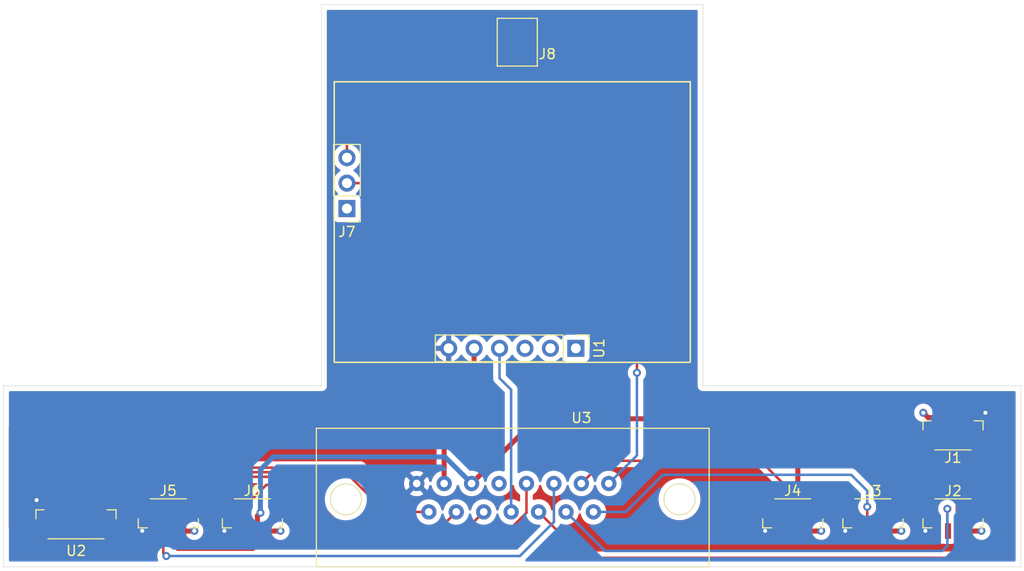
<source format=kicad_pcb>
(kicad_pcb (version 20171130) (host pcbnew "(5.1.8-0-10_14)")

  (general
    (thickness 1.6)
    (drawings 220)
    (tracks 168)
    (zones 0)
    (modules 11)
    (nets 22)
  )

  (page A4)
  (layers
    (0 F.Cu signal)
    (1 GND power hide)
    (2 10V power hide)
    (31 B.Cu signal hide)
    (32 B.Adhes user)
    (33 F.Adhes user)
    (34 B.Paste user)
    (35 F.Paste user)
    (36 B.SilkS user)
    (37 F.SilkS user)
    (38 B.Mask user)
    (39 F.Mask user)
    (40 Dwgs.User user)
    (41 Cmts.User user)
    (42 Eco1.User user)
    (43 Eco2.User user)
    (44 Edge.Cuts user)
    (45 Margin user)
    (46 B.CrtYd user hide)
    (47 F.CrtYd user hide)
    (48 B.Fab user hide)
    (49 F.Fab user hide)
  )

  (setup
    (last_trace_width 0.25)
    (user_trace_width 0.5)
    (trace_clearance 0.2)
    (zone_clearance 0.508)
    (zone_45_only no)
    (trace_min 0.2)
    (via_size 0.8)
    (via_drill 0.4)
    (via_min_size 0.4)
    (via_min_drill 0.3)
    (user_via 0.685 0.381)
    (uvia_size 0.3)
    (uvia_drill 0.1)
    (uvias_allowed no)
    (uvia_min_size 0.2)
    (uvia_min_drill 0.1)
    (edge_width 0.05)
    (segment_width 0.2)
    (pcb_text_width 0.3)
    (pcb_text_size 1.5 1.5)
    (mod_edge_width 0.12)
    (mod_text_size 1 1)
    (mod_text_width 0.15)
    (pad_size 0.65 0.65)
    (pad_drill 0.4)
    (pad_to_mask_clearance 0)
    (aux_axis_origin 0 0)
    (visible_elements FFFFFF7F)
    (pcbplotparams
      (layerselection 0x010fc_ffffffff)
      (usegerberextensions false)
      (usegerberattributes true)
      (usegerberadvancedattributes true)
      (creategerberjobfile true)
      (excludeedgelayer true)
      (linewidth 0.100000)
      (plotframeref false)
      (viasonmask false)
      (mode 1)
      (useauxorigin false)
      (hpglpennumber 1)
      (hpglpenspeed 20)
      (hpglpendiameter 15.000000)
      (psnegative false)
      (psa4output false)
      (plotreference true)
      (plotvalue true)
      (plotinvisibletext false)
      (padsonsilk false)
      (subtractmaskfromsilk false)
      (outputformat 1)
      (mirror false)
      (drillshape 0)
      (scaleselection 1)
      (outputdirectory "Gerbers/"))
  )

  (net 0 "")
  (net 1 "Net-(J1-Pad3)")
  (net 2 +5V)
  (net 3 +10V)
  (net 4 GND)
  (net 5 "Net-(J2-Pad3)")
  (net 6 "Net-(J3-Pad3)")
  (net 7 "Net-(J4-Pad3)")
  (net 8 "Net-(J5-Pad3)")
  (net 9 "Net-(J6-Pad3)")
  (net 10 "Net-(U1-Pad1)")
  (net 11 "Net-(U1-Pad3)")
  (net 12 "Net-(U1-Pad2)")
  (net 13 +3.3V)
  (net 14 "Net-(U2-Pad3)")
  (net 15 "Net-(U2-Pad4)")
  (net 16 "Net-(J7-Pad3)")
  (net 17 "Net-(J7-Pad2)")
  (net 18 "Net-(J7-Pad1)")
  (net 19 "Net-(U1-Pad4)")
  (net 20 "Net-(U2-Pad6)")
  (net 21 "Net-(U2-Pad5)")

  (net_class Default "This is the default net class."
    (clearance 0.2)
    (trace_width 0.25)
    (via_dia 0.8)
    (via_drill 0.4)
    (uvia_dia 0.3)
    (uvia_drill 0.1)
    (add_net +10V)
    (add_net +3.3V)
    (add_net +5V)
    (add_net GND)
    (add_net "Net-(J1-Pad3)")
    (add_net "Net-(J2-Pad3)")
    (add_net "Net-(J3-Pad3)")
    (add_net "Net-(J4-Pad3)")
    (add_net "Net-(J5-Pad3)")
    (add_net "Net-(J6-Pad3)")
    (add_net "Net-(J7-Pad1)")
    (add_net "Net-(J7-Pad2)")
    (add_net "Net-(J7-Pad3)")
    (add_net "Net-(U1-Pad1)")
    (add_net "Net-(U1-Pad2)")
    (add_net "Net-(U1-Pad3)")
    (add_net "Net-(U1-Pad4)")
    (add_net "Net-(U2-Pad3)")
    (add_net "Net-(U2-Pad4)")
    (add_net "Net-(U2-Pad5)")
    (add_net "Net-(U2-Pad6)")
  )

  (module Custom_Piezo:BM06B-SRSS-TB (layer F.Cu) (tedit 60426BA0) (tstamp 604993EA)
    (at 115.2 102.2)
    (path /603D47F6)
    (attr smd)
    (fp_text reference U2 (at 0 3.2) (layer F.SilkS)
      (effects (font (size 1 1) (thickness 0.15)))
    )
    (fp_text value FLEX (at 0 -2.9) (layer F.Fab)
      (effects (font (size 1 1) (thickness 0.15)))
    )
    (fp_line (start 2.784 2) (end -2.816 2) (layer F.SilkS) (width 0.12))
    (fp_line (start -4.016 0) (end -4.016 -0.9) (layer F.SilkS) (width 0.12))
    (fp_line (start -4.016 -0.9) (end -3.216 -0.9) (layer F.SilkS) (width 0.12))
    (fp_line (start 3.084 -0.9) (end 3.984 -0.9) (layer F.SilkS) (width 0.12))
    (fp_line (start 3.984 -0.9) (end 3.984 0) (layer F.SilkS) (width 0.12))
    (pad 6 smd rect (at 2.484 -1.225) (size 0.6 1.55) (layers F.Cu F.Paste F.Mask)
      (net 20 "Net-(U2-Pad6)"))
    (pad 5 smd rect (at 1.484 -1.225) (size 0.6 1.55) (layers F.Cu F.Paste F.Mask)
      (net 21 "Net-(U2-Pad5)"))
    (pad 4 smd rect (at 0.484 -1.225) (size 0.6 1.55) (layers F.Cu F.Paste F.Mask)
      (net 15 "Net-(U2-Pad4)"))
    (pad 1 smd rect (at -2.516 -1.225) (size 0.6 1.55) (layers F.Cu F.Paste F.Mask)
      (net 4 GND))
    (pad 2 smd rect (at -1.516 -1.225) (size 0.6 1.55) (layers F.Cu F.Paste F.Mask)
      (net 13 +3.3V))
    (pad "" smd rect (at -3.816 1.3) (size 1.2 1.8) (layers F.Cu F.Paste F.Mask))
    (pad 3 smd rect (at -0.516 -1.225) (size 0.6 1.55) (layers F.Cu F.Paste F.Mask)
      (net 14 "Net-(U2-Pad3)"))
    (pad "" smd rect (at 3.784 1.3) (size 1.2 1.8) (layers F.Cu F.Paste F.Mask))
  )

  (module Connector_PinHeader_2.54mm:PinHeader_1x03_P2.54mm_Vertical (layer F.Cu) (tedit 59FED5CC) (tstamp 6049AB9F)
    (at 142.24 71.188 180)
    (descr "Through hole straight pin header, 1x03, 2.54mm pitch, single row")
    (tags "Through hole pin header THT 1x03 2.54mm single row")
    (path /604B8799)
    (fp_text reference J7 (at 0 -2.33) (layer F.SilkS)
      (effects (font (size 1 1) (thickness 0.15)))
    )
    (fp_text value ELECTRODES (at 0 7.41) (layer F.Fab)
      (effects (font (size 1 1) (thickness 0.15)))
    )
    (fp_line (start -0.635 -1.27) (end 1.27 -1.27) (layer F.Fab) (width 0.1))
    (fp_line (start 1.27 -1.27) (end 1.27 6.35) (layer F.Fab) (width 0.1))
    (fp_line (start 1.27 6.35) (end -1.27 6.35) (layer F.Fab) (width 0.1))
    (fp_line (start -1.27 6.35) (end -1.27 -0.635) (layer F.Fab) (width 0.1))
    (fp_line (start -1.27 -0.635) (end -0.635 -1.27) (layer F.Fab) (width 0.1))
    (fp_line (start -1.33 6.41) (end 1.33 6.41) (layer F.SilkS) (width 0.12))
    (fp_line (start -1.33 1.27) (end -1.33 6.41) (layer F.SilkS) (width 0.12))
    (fp_line (start 1.33 1.27) (end 1.33 6.41) (layer F.SilkS) (width 0.12))
    (fp_line (start -1.33 1.27) (end 1.33 1.27) (layer F.SilkS) (width 0.12))
    (fp_line (start -1.33 0) (end -1.33 -1.33) (layer F.SilkS) (width 0.12))
    (fp_line (start -1.33 -1.33) (end 0 -1.33) (layer F.SilkS) (width 0.12))
    (fp_line (start -1.8 -1.8) (end -1.8 6.85) (layer F.CrtYd) (width 0.05))
    (fp_line (start -1.8 6.85) (end 1.8 6.85) (layer F.CrtYd) (width 0.05))
    (fp_line (start 1.8 6.85) (end 1.8 -1.8) (layer F.CrtYd) (width 0.05))
    (fp_line (start 1.8 -1.8) (end -1.8 -1.8) (layer F.CrtYd) (width 0.05))
    (fp_text user %R (at 0 2.54 90) (layer F.Fab)
      (effects (font (size 1 1) (thickness 0.15)))
    )
    (pad 3 thru_hole oval (at 0 5.08 180) (size 1.7 1.7) (drill 1) (layers *.Cu *.Mask)
      (net 16 "Net-(J7-Pad3)"))
    (pad 2 thru_hole oval (at 0 2.54 180) (size 1.7 1.7) (drill 1) (layers *.Cu *.Mask)
      (net 17 "Net-(J7-Pad2)"))
    (pad 1 thru_hole rect (at 0 0 180) (size 1.7 1.7) (drill 1) (layers *.Cu *.Mask)
      (net 18 "Net-(J7-Pad1)"))
    (model ${KISYS3DMOD}/Connector_PinHeader_2.54mm.3dshapes/PinHeader_1x03_P2.54mm_Vertical.wrl
      (at (xyz 0 0 0))
      (scale (xyz 1 1 1))
      (rotate (xyz 0 0 0))
    )
  )

  (module Connector_PinHeader_2.54mm:PinHeader_1x06_P2.54mm_Vertical (layer F.Cu) (tedit 59FED5CC) (tstamp 6049AB27)
    (at 165.1 85.158 270)
    (descr "Through hole straight pin header, 1x06, 2.54mm pitch, single row")
    (tags "Through hole pin header THT 1x06 2.54mm single row")
    (path /60405B0B)
    (fp_text reference U1 (at 0 -2.33 90) (layer F.SilkS)
      (effects (font (size 1 1) (thickness 0.15)))
    )
    (fp_text value HEADER_TO_AD8232 (at 0 15.03 90) (layer F.Fab)
      (effects (font (size 1 1) (thickness 0.15)))
    )
    (fp_line (start 1.8 -1.8) (end -1.8 -1.8) (layer F.CrtYd) (width 0.05))
    (fp_line (start 1.8 14.5) (end 1.8 -1.8) (layer F.CrtYd) (width 0.05))
    (fp_line (start -1.8 14.5) (end 1.8 14.5) (layer F.CrtYd) (width 0.05))
    (fp_line (start -1.8 -1.8) (end -1.8 14.5) (layer F.CrtYd) (width 0.05))
    (fp_line (start -1.33 -1.33) (end 0 -1.33) (layer F.SilkS) (width 0.12))
    (fp_line (start -1.33 0) (end -1.33 -1.33) (layer F.SilkS) (width 0.12))
    (fp_line (start -1.33 1.27) (end 1.33 1.27) (layer F.SilkS) (width 0.12))
    (fp_line (start 1.33 1.27) (end 1.33 14.03) (layer F.SilkS) (width 0.12))
    (fp_line (start -1.33 1.27) (end -1.33 14.03) (layer F.SilkS) (width 0.12))
    (fp_line (start -1.33 14.03) (end 1.33 14.03) (layer F.SilkS) (width 0.12))
    (fp_line (start -1.27 -0.635) (end -0.635 -1.27) (layer F.Fab) (width 0.1))
    (fp_line (start -1.27 13.97) (end -1.27 -0.635) (layer F.Fab) (width 0.1))
    (fp_line (start 1.27 13.97) (end -1.27 13.97) (layer F.Fab) (width 0.1))
    (fp_line (start 1.27 -1.27) (end 1.27 13.97) (layer F.Fab) (width 0.1))
    (fp_line (start -0.635 -1.27) (end 1.27 -1.27) (layer F.Fab) (width 0.1))
    (fp_text user %R (at 0 6.35) (layer F.Fab)
      (effects (font (size 1 1) (thickness 0.15)))
    )
    (pad 6 thru_hole oval (at 0 12.7 270) (size 1.7 1.7) (drill 1) (layers *.Cu *.Mask)
      (net 4 GND))
    (pad 5 thru_hole oval (at 0 10.16 270) (size 1.7 1.7) (drill 1) (layers *.Cu *.Mask)
      (net 13 +3.3V))
    (pad 4 thru_hole oval (at 0 7.62 270) (size 1.7 1.7) (drill 1) (layers *.Cu *.Mask)
      (net 19 "Net-(U1-Pad4)"))
    (pad 3 thru_hole oval (at 0 5.08 270) (size 1.7 1.7) (drill 1) (layers *.Cu *.Mask)
      (net 11 "Net-(U1-Pad3)"))
    (pad 2 thru_hole oval (at 0 2.54 270) (size 1.7 1.7) (drill 1) (layers *.Cu *.Mask)
      (net 12 "Net-(U1-Pad2)"))
    (pad 1 thru_hole rect (at 0 0 270) (size 1.7 1.7) (drill 1) (layers *.Cu *.Mask)
      (net 10 "Net-(U1-Pad1)"))
    (model ${KISYS3DMOD}/Connector_PinHeader_2.54mm.3dshapes/PinHeader_1x06_P2.54mm_Vertical.wrl
      (at (xyz 0 0 0))
      (scale (xyz 1 1 1))
      (rotate (xyz 0 0 0))
    )
  )

  (module "Custom_Piezo:DB15 2 row" (layer F.Cu) (tedit 604A8755) (tstamp 604B0423)
    (at 158.8 101.51)
    (path /604BE87C)
    (fp_text reference U3 (at 6.858 -9.398) (layer F.SilkS)
      (effects (font (size 1 1) (thickness 0.15)))
    )
    (fp_text value 15PIN_HEADER-dk_Rectangular-Connectors-Headers-Male-Pins (at 0 -9.398) (layer F.Fab)
      (effects (font (size 1 1) (thickness 0.15)))
    )
    (fp_line (start -19.61 -8.36) (end 19.61 -8.36) (layer F.SilkS) (width 0.12))
    (fp_line (start 19.61 5.49) (end 19.61 -8.36) (layer F.SilkS) (width 0.12))
    (fp_line (start -19.61 5.49) (end -19.61 -8.36) (layer F.SilkS) (width 0.12))
    (fp_line (start -19.61 5.49) (end 19.61 5.49) (layer F.SilkS) (width 0.12))
    (fp_circle (center 16.66 -1.26) (end 18.21 -1.26) (layer F.SilkS) (width 0.12))
    (fp_circle (center -16.66 -1.26) (end -15.11 -1.26) (layer F.SilkS) (width 0.12))
    (pad 15 thru_hole circle (at 8.058 0) (size 1.524 1.524) (drill 0.762) (layers *.Cu *.Mask)
      (net 6 "Net-(J3-Pad3)"))
    (pad 14 thru_hole circle (at 5.318 0) (size 1.524 1.524) (drill 0.762) (layers *.Cu *.Mask)
      (net 5 "Net-(J2-Pad3)"))
    (pad 13 thru_hole circle (at 2.578 0) (size 1.524 1.524) (drill 0.762) (layers *.Cu *.Mask)
      (net 1 "Net-(J1-Pad3)"))
    (pad 12 thru_hole circle (at -0.162 0) (size 1.524 1.524) (drill 0.762) (layers *.Cu *.Mask)
      (net 19 "Net-(U1-Pad4)"))
    (pad 11 thru_hole circle (at -2.902 0) (size 1.524 1.524) (drill 0.762) (layers *.Cu *.Mask)
      (net 21 "Net-(U2-Pad5)"))
    (pad 10 thru_hole circle (at -5.642 0) (size 1.524 1.524) (drill 0.762) (layers *.Cu *.Mask)
      (net 15 "Net-(U2-Pad4)"))
    (pad 9 thru_hole circle (at -8.382 0) (size 1.524 1.524) (drill 0.762) (layers *.Cu *.Mask)
      (net 14 "Net-(U2-Pad3)"))
    (pad 8 thru_hole circle (at 9.59 -2.84) (size 1.524 1.524) (drill 0.762) (layers *.Cu *.Mask)
      (net 20 "Net-(U2-Pad6)"))
    (pad 7 thru_hole circle (at 6.85 -2.84) (size 1.524 1.524) (drill 0.762) (layers *.Cu *.Mask)
      (net 7 "Net-(J4-Pad3)"))
    (pad 6 thru_hole circle (at 4.11 -2.84) (size 1.524 1.524) (drill 0.762) (layers *.Cu *.Mask)
      (net 8 "Net-(J5-Pad3)"))
    (pad 5 thru_hole circle (at 1.37 -2.84) (size 1.524 1.524) (drill 0.762) (layers *.Cu *.Mask)
      (net 9 "Net-(J6-Pad3)"))
    (pad 4 thru_hole circle (at -1.37 -2.84) (size 1.524 1.524) (drill 0.762) (layers *.Cu *.Mask)
      (net 3 +10V))
    (pad 3 thru_hole circle (at -4.11 -2.84) (size 1.524 1.524) (drill 0.762) (layers *.Cu *.Mask)
      (net 2 +5V))
    (pad 2 thru_hole circle (at -6.85 -2.84) (size 1.524 1.524) (drill 0.762) (layers *.Cu *.Mask)
      (net 13 +3.3V))
    (pad 1 thru_hole circle (at -9.59 -2.84) (size 1.524 1.524) (drill 0.762) (layers *.Cu *.Mask)
      (net 4 GND))
  )

  (module Custom_Piezo:SM02B-SRSS-TB (layer F.Cu) (tedit 60492C41) (tstamp 6049A8F4)
    (at 159.25 52.875 180)
    (path /604C7451)
    (fp_text reference J8 (at -3 -2.875) (layer F.SilkS)
      (effects (font (size 1 1) (thickness 0.15)))
    )
    (fp_text value ELECTRODES_SOCKET (at -0.025 -5.825) (layer F.Fab)
      (effects (font (size 1 1) (thickness 0.15)))
    )
    (fp_line (start -2 0.7) (end -2 -4.07) (layer F.SilkS) (width 0.12))
    (fp_line (start -2 -4.07) (end 2 -4.07) (layer F.SilkS) (width 0.12))
    (fp_line (start -2 0.7) (end 2 0.7) (layer F.SilkS) (width 0.12))
    (fp_line (start 2 0.7) (end 2 -4.07) (layer F.SilkS) (width 0.12))
    (pad 1 smd rect (at -0.5 -3.875 180) (size 0.6 1.55) (layers F.Cu F.Paste F.Mask)
      (net 17 "Net-(J7-Pad2)"))
    (pad 2 smd rect (at 0.5 -3.875 180) (size 0.6 1.55) (layers F.Cu F.Paste F.Mask)
      (net 16 "Net-(J7-Pad3)"))
    (pad "" smd rect (at -1.8 0 180) (size 1.2 1.8) (layers F.Cu F.Paste F.Mask))
    (pad "" smd rect (at 1.8 0 180) (size 1.2 1.8) (layers F.Cu F.Paste F.Mask))
  )

  (module Custom_Piezo:BM04B-SRSS-TB (layer F.Cu) (tedit 60426C09) (tstamp 604AF181)
    (at 132.8 102.2 180)
    (path /603D8EBF)
    (attr smd)
    (fp_text reference J6 (at 0.0155 2.804) (layer F.SilkS)
      (effects (font (size 1 1) (thickness 0.15)))
    )
    (fp_text value PIEZO_5 (at 0 -2.9) (layer F.Fab)
      (effects (font (size 1 1) (thickness 0.15)))
    )
    (fp_line (start 3 -0.9) (end 3 0) (layer F.SilkS) (width 0.12))
    (fp_line (start 2.1 -0.9) (end 3 -0.9) (layer F.SilkS) (width 0.12))
    (fp_line (start -3 -0.9) (end -2.2 -0.9) (layer F.SilkS) (width 0.12))
    (fp_line (start -3 0) (end -3 -0.9) (layer F.SilkS) (width 0.12))
    (fp_line (start 1.8 2) (end -1.8 2) (layer F.SilkS) (width 0.12))
    (pad "" smd rect (at 2.8 1.3 180) (size 1.2 1.8) (layers F.Cu F.Paste F.Mask))
    (pad 3 smd rect (at 0.5 -1.225 180) (size 0.6 1.55) (layers F.Cu F.Paste F.Mask)
      (net 9 "Net-(J6-Pad3)"))
    (pad "" smd rect (at -2.8 1.3 180) (size 1.2 1.8) (layers F.Cu F.Paste F.Mask))
    (pad 2 smd rect (at -0.5 -1.225 180) (size 0.6 1.55) (layers F.Cu F.Paste F.Mask)
      (net 2 +5V))
    (pad 1 smd rect (at -1.5 -1.225 180) (size 0.6 1.55) (layers F.Cu F.Paste F.Mask)
      (net 3 +10V))
    (pad 4 smd rect (at 1.5 -1.225 180) (size 0.6 1.55) (layers F.Cu F.Paste F.Mask)
      (net 4 GND))
  )

  (module Custom_Piezo:BM04B-SRSS-TB (layer F.Cu) (tedit 60426C09) (tstamp 604AF0C8)
    (at 124.4 102.2 180)
    (path /603D84E0)
    (attr smd)
    (fp_text reference J5 (at 0.0145 2.804) (layer F.SilkS)
      (effects (font (size 1 1) (thickness 0.15)))
    )
    (fp_text value PIEZO_4 (at 0 -2.9) (layer F.Fab)
      (effects (font (size 1 1) (thickness 0.15)))
    )
    (fp_line (start 1.8 2) (end -1.8 2) (layer F.SilkS) (width 0.12))
    (fp_line (start -3 0) (end -3 -0.9) (layer F.SilkS) (width 0.12))
    (fp_line (start -3 -0.9) (end -2.2 -0.9) (layer F.SilkS) (width 0.12))
    (fp_line (start 2.1 -0.9) (end 3 -0.9) (layer F.SilkS) (width 0.12))
    (fp_line (start 3 -0.9) (end 3 0) (layer F.SilkS) (width 0.12))
    (pad 4 smd rect (at 1.5 -1.225 180) (size 0.6 1.55) (layers F.Cu F.Paste F.Mask)
      (net 4 GND))
    (pad 1 smd rect (at -1.5 -1.225 180) (size 0.6 1.55) (layers F.Cu F.Paste F.Mask)
      (net 3 +10V))
    (pad 2 smd rect (at -0.5 -1.225 180) (size 0.6 1.55) (layers F.Cu F.Paste F.Mask)
      (net 2 +5V))
    (pad "" smd rect (at -2.8 1.3 180) (size 1.2 1.8) (layers F.Cu F.Paste F.Mask))
    (pad 3 smd rect (at 0.5 -1.225 180) (size 0.6 1.55) (layers F.Cu F.Paste F.Mask)
      (net 8 "Net-(J5-Pad3)"))
    (pad "" smd rect (at 2.8 1.3 180) (size 1.2 1.8) (layers F.Cu F.Paste F.Mask))
  )

  (module Custom_Piezo:BM04B-SRSS-TB (layer F.Cu) (tedit 60426C09) (tstamp 604AF7C6)
    (at 202.7665 102.2 180)
    (path /603D6A37)
    (attr smd)
    (fp_text reference J2 (at -0.0145 2.7815) (layer F.SilkS)
      (effects (font (size 1 1) (thickness 0.15)))
    )
    (fp_text value PIEZO_1 (at 0 -2.9) (layer F.Fab)
      (effects (font (size 1 1) (thickness 0.15)))
    )
    (fp_line (start 3 -0.9) (end 3 0) (layer F.SilkS) (width 0.12))
    (fp_line (start 2.1 -0.9) (end 3 -0.9) (layer F.SilkS) (width 0.12))
    (fp_line (start -3 -0.9) (end -2.2 -0.9) (layer F.SilkS) (width 0.12))
    (fp_line (start -3 0) (end -3 -0.9) (layer F.SilkS) (width 0.12))
    (fp_line (start 1.8 2) (end -1.8 2) (layer F.SilkS) (width 0.12))
    (pad "" smd rect (at 2.8 1.3 180) (size 1.2 1.8) (layers F.Cu F.Paste F.Mask))
    (pad 3 smd rect (at 0.5 -1.225 180) (size 0.6 1.55) (layers F.Cu F.Paste F.Mask)
      (net 5 "Net-(J2-Pad3)"))
    (pad "" smd rect (at -2.8 1.3 180) (size 1.2 1.8) (layers F.Cu F.Paste F.Mask))
    (pad 2 smd rect (at -0.5 -1.225 180) (size 0.6 1.55) (layers F.Cu F.Paste F.Mask)
      (net 2 +5V))
    (pad 1 smd rect (at -1.5 -1.225 180) (size 0.6 1.55) (layers F.Cu F.Paste F.Mask)
      (net 3 +10V))
    (pad 4 smd rect (at 1.5 -1.225 180) (size 0.6 1.55) (layers F.Cu F.Paste F.Mask)
      (net 4 GND))
  )

  (module Custom_Piezo:BM04B-SRSS-TB (layer F.Cu) (tedit 60426C09) (tstamp 6047A48F)
    (at 202.7665 93.31)
    (path /603D51CC)
    (attr smd)
    (fp_text reference J1 (at 0 2.7815) (layer F.SilkS)
      (effects (font (size 1 1) (thickness 0.15)))
    )
    (fp_text value PIEZO_0 (at 0 -2.9) (layer F.Fab)
      (effects (font (size 1 1) (thickness 0.15)))
    )
    (fp_line (start 1.8 2) (end -1.8 2) (layer F.SilkS) (width 0.12))
    (fp_line (start -3 0) (end -3 -0.9) (layer F.SilkS) (width 0.12))
    (fp_line (start -3 -0.9) (end -2.2 -0.9) (layer F.SilkS) (width 0.12))
    (fp_line (start 2.1 -0.9) (end 3 -0.9) (layer F.SilkS) (width 0.12))
    (fp_line (start 3 -0.9) (end 3 0) (layer F.SilkS) (width 0.12))
    (pad 4 smd rect (at 1.5 -1.225) (size 0.6 1.55) (layers F.Cu F.Paste F.Mask)
      (net 4 GND))
    (pad 1 smd rect (at -1.5 -1.225) (size 0.6 1.55) (layers F.Cu F.Paste F.Mask)
      (net 3 +10V))
    (pad 2 smd rect (at -0.5 -1.225) (size 0.6 1.55) (layers F.Cu F.Paste F.Mask)
      (net 2 +5V))
    (pad "" smd rect (at -2.8 1.3) (size 1.2 1.8) (layers F.Cu F.Paste F.Mask))
    (pad 3 smd rect (at 0.5 -1.225) (size 0.6 1.55) (layers F.Cu F.Paste F.Mask)
      (net 1 "Net-(J1-Pad3)"))
    (pad "" smd rect (at 2.8 1.3) (size 1.2 1.8) (layers F.Cu F.Paste F.Mask))
  )

  (module Custom_Piezo:BM04B-SRSS-TB (layer F.Cu) (tedit 60426C09) (tstamp 604AF772)
    (at 194.7665 102.2 180)
    (path /603D721E)
    (attr smd)
    (fp_text reference J3 (at -0.0155 2.7815) (layer F.SilkS)
      (effects (font (size 1 1) (thickness 0.15)))
    )
    (fp_text value PIEZO_2 (at 0 -2.9) (layer F.Fab)
      (effects (font (size 1 1) (thickness 0.15)))
    )
    (fp_line (start 1.8 2) (end -1.8 2) (layer F.SilkS) (width 0.12))
    (fp_line (start -3 0) (end -3 -0.9) (layer F.SilkS) (width 0.12))
    (fp_line (start -3 -0.9) (end -2.2 -0.9) (layer F.SilkS) (width 0.12))
    (fp_line (start 2.1 -0.9) (end 3 -0.9) (layer F.SilkS) (width 0.12))
    (fp_line (start 3 -0.9) (end 3 0) (layer F.SilkS) (width 0.12))
    (pad 4 smd rect (at 1.5 -1.225 180) (size 0.6 1.55) (layers F.Cu F.Paste F.Mask)
      (net 4 GND))
    (pad 1 smd rect (at -1.5 -1.225 180) (size 0.6 1.55) (layers F.Cu F.Paste F.Mask)
      (net 3 +10V))
    (pad 2 smd rect (at -0.5 -1.225 180) (size 0.6 1.55) (layers F.Cu F.Paste F.Mask)
      (net 2 +5V))
    (pad "" smd rect (at -2.8 1.3 180) (size 1.2 1.8) (layers F.Cu F.Paste F.Mask))
    (pad 3 smd rect (at 0.5 -1.225 180) (size 0.6 1.55) (layers F.Cu F.Paste F.Mask)
      (net 6 "Net-(J3-Pad3)"))
    (pad "" smd rect (at 2.8 1.3 180) (size 1.2 1.8) (layers F.Cu F.Paste F.Mask))
  )

  (module Custom_Piezo:BM04B-SRSS-TB (layer F.Cu) (tedit 60426C09) (tstamp 604AF79C)
    (at 186.7665 102.2 180)
    (path /603D7DA1)
    (attr smd)
    (fp_text reference J4 (at 0.0135 2.804) (layer F.SilkS)
      (effects (font (size 1 1) (thickness 0.15)))
    )
    (fp_text value PIEZO_3 (at 0 -2.9) (layer F.Fab)
      (effects (font (size 1 1) (thickness 0.15)))
    )
    (fp_line (start 3 -0.9) (end 3 0) (layer F.SilkS) (width 0.12))
    (fp_line (start 2.1 -0.9) (end 3 -0.9) (layer F.SilkS) (width 0.12))
    (fp_line (start -3 -0.9) (end -2.2 -0.9) (layer F.SilkS) (width 0.12))
    (fp_line (start -3 0) (end -3 -0.9) (layer F.SilkS) (width 0.12))
    (fp_line (start 1.8 2) (end -1.8 2) (layer F.SilkS) (width 0.12))
    (pad "" smd rect (at 2.8 1.3 180) (size 1.2 1.8) (layers F.Cu F.Paste F.Mask))
    (pad 3 smd rect (at 0.5 -1.225 180) (size 0.6 1.55) (layers F.Cu F.Paste F.Mask)
      (net 7 "Net-(J4-Pad3)"))
    (pad "" smd rect (at -2.8 1.3 180) (size 1.2 1.8) (layers F.Cu F.Paste F.Mask))
    (pad 2 smd rect (at -0.5 -1.225 180) (size 0.6 1.55) (layers F.Cu F.Paste F.Mask)
      (net 2 +5V))
    (pad 1 smd rect (at -1.5 -1.225 180) (size 0.6 1.55) (layers F.Cu F.Paste F.Mask)
      (net 3 +10V))
    (pad 4 smd rect (at 1.5 -1.225 180) (size 0.6 1.55) (layers F.Cu F.Paste F.Mask)
      (net 4 GND))
  )

  (gr_circle (center 175.45 100.25) (end 177 100.25) (layer Edge.Cuts) (width 0.05) (tstamp 604B045B))
  (gr_circle (center 142.13 100.25) (end 143.68 100.25) (layer Edge.Cuts) (width 0.05) (tstamp 604B03EA))
  (gr_line (start 209.55 88.9) (end 209.55 107) (layer Edge.Cuts) (width 0.05) (tstamp 60479734))
  (gr_line (start 209.55 88.9) (end 177.8 88.9) (layer Edge.Cuts) (width 0.05) (tstamp 60479717))
  (gr_line (start 177.8 88.9) (end 177.8 50.8) (layer Edge.Cuts) (width 0.05) (tstamp 60479700))
  (gr_line (start 139.7 88.9) (end 139.7 50.8) (layer Edge.Cuts) (width 0.05) (tstamp 60479248))
  (gr_line (start 139.7 88.9) (end 107.95 88.9) (layer Edge.Cuts) (width 0.05))
  (gr_line (start 107.95 88.9) (end 107.95 107) (layer Edge.Cuts) (width 0.05))
  (gr_line (start 107.95 107) (end 209.55 107) (layer Edge.Cuts) (width 0.05))
  (gr_line (start 139.7 50.8) (end 177.8 50.8) (layer Edge.Cuts) (width 0.05))
  (gr_line (start 140.97 58.515) (end 140.97 86.455) (layer F.SilkS) (width 0.15) (tstamp 6049AB87))
  (gr_line (start 172.950793 59.693586) (end 172.974 59.6945) (layer Dwgs.User) (width 0.2) (tstamp 6049AB84))
  (gr_line (start 172.927576 59.693372) (end 172.950793 59.693586) (layer Dwgs.User) (width 0.2) (tstamp 6049AB81))
  (gr_line (start 173.178983 59.733349) (end 173.200949 59.740971) (layer Dwgs.User) (width 0.2) (tstamp 6049AB7E))
  (gr_line (start 173.1568 59.726374) (end 173.178983 59.733349) (layer Dwgs.User) (width 0.2) (tstamp 6049AB7B))
  (gr_line (start 172.76651 59.711919) (end 172.789219 59.707085) (layer Dwgs.User) (width 0.2) (tstamp 6049AB78))
  (gr_line (start 173.089155 59.709383) (end 173.111865 59.714386) (layer Dwgs.User) (width 0.2) (tstamp 6049AB75))
  (gr_line (start 173.06631 59.705049) (end 173.089155 59.709383) (layer Dwgs.User) (width 0.2) (tstamp 6049AB72))
  (gr_line (start 173.265337 59.767666) (end 173.286227 59.777823) (layer Dwgs.User) (width 0.2) (tstamp 6049AB6F))
  (gr_line (start 173.244147 59.758135) (end 173.265337 59.767666) (layer Dwgs.User) (width 0.2) (tstamp 6049AB6C))
  (gr_line (start 172.699398 59.730898) (end 172.721579 59.723821) (layer Dwgs.User) (width 0.2) (tstamp 6049AB69))
  (gr_line (start 173.463537 59.894073) (end 173.484487 59.911927) (layer Dwgs.User) (width 0.2) (tstamp 6049AB66))
  (gr_line (start 173.442078 59.876805) (end 173.463537 59.894073) (layer Dwgs.User) (width 0.2) (tstamp 6049AB63))
  (gr_line (start 173.420106 59.860143) (end 173.442078 59.876805) (layer Dwgs.User) (width 0.2) (tstamp 6049AB60))
  (gr_line (start 173.397619 59.844109) (end 173.420106 59.860143) (layer Dwgs.User) (width 0.2) (tstamp 6049AB5D))
  (gr_line (start 174.895249 59.730878) (end 174.916544 59.736225) (layer Dwgs.User) (width 0.2) (tstamp 6049AB5A))
  (gr_line (start 174.873778 59.726167) (end 174.895249 59.730878) (layer Dwgs.User) (width 0.2) (tstamp 6049AE0F))
  (gr_line (start 174.852143 59.722104) (end 174.873778 59.726167) (layer Dwgs.User) (width 0.2) (tstamp 6049AE0C))
  (gr_line (start 174.830633 59.718476) (end 174.852143 59.722104) (layer Dwgs.User) (width 0.2) (tstamp 6049AE09))
  (gr_line (start 174.809052 59.715496) (end 174.830633 59.718476) (layer Dwgs.User) (width 0.2) (tstamp 6049AE06))
  (gr_line (start 174.787416 59.713157) (end 174.809052 59.715496) (layer Dwgs.User) (width 0.2) (tstamp 6049AE03))
  (gr_line (start 174.765738 59.711454) (end 174.787416 59.713157) (layer Dwgs.User) (width 0.2) (tstamp 6049AE00))
  (gr_line (start 172.400755 59.909281) (end 172.435818 59.87839) (layer Dwgs.User) (width 0.2) (tstamp 6049ADFD))
  (gr_line (start 172.367312 59.941992) (end 172.400755 59.909281) (layer Dwgs.User) (width 0.2) (tstamp 6049ADFA))
  (gr_line (start 172.335541 59.976389) (end 172.367312 59.941992) (layer Dwgs.User) (width 0.2) (tstamp 6049ADF7))
  (gr_line (start 172.305492 60.012339) (end 172.335541 59.976389) (layer Dwgs.User) (width 0.2) (tstamp 6049ADF4))
  (gr_line (start 172.277215 60.049707) (end 172.305492 60.012339) (layer Dwgs.User) (width 0.2) (tstamp 6049ADF1))
  (gr_line (start 172.858071 59.696983) (end 172.881195 59.695065) (layer Dwgs.User) (width 0.2) (tstamp 6049ADEE))
  (gr_line (start 172.202138 61.458735) (end 172.185263 61.426482) (layer Dwgs.User) (width 0.2) (tstamp 6049ADEB))
  (gr_line (start 172.219797 61.49049) (end 172.202138 61.458735) (layer Dwgs.User) (width 0.2) (tstamp 6049ADE8))
  (gr_line (start 172.238211 61.521754) (end 172.219797 61.49049) (layer Dwgs.User) (width 0.2) (tstamp 6049ADE5))
  (gr_line (start 172.491344 59.835757) (end 172.510609 59.8226) (layer Dwgs.User) (width 0.2) (tstamp 6049ADE2))
  (gr_line (start 172.472453 59.849452) (end 172.491344 59.835757) (layer Dwgs.User) (width 0.2) (tstamp 6049ADDF))
  (gr_line (start 172.453943 59.863668) (end 172.472453 59.849452) (layer Dwgs.User) (width 0.2) (tstamp 6049ADDC))
  (gr_line (start 172.435818 59.87839) (end 172.453943 59.863668) (layer Dwgs.User) (width 0.2) (tstamp 6049ADD9))
  (gr_line (start 173.134421 59.720051) (end 173.1568 59.726374) (layer Dwgs.User) (width 0.2) (tstamp 6049ADD6))
  (gr_line (start 173.111865 59.714386) (end 173.134421 59.720051) (layer Dwgs.User) (width 0.2) (tstamp 6049ADD3))
  (gr_line (start 172.83502 59.699622) (end 172.858071 59.696983) (layer Dwgs.User) (width 0.2) (tstamp 6049ADD0))
  (gr_line (start 172.655404 59.746982) (end 172.677434 59.738734) (layer Dwgs.User) (width 0.2) (tstamp 6049ADCD))
  (gr_line (start 172.633698 59.755903) (end 172.655404 59.746982) (layer Dwgs.User) (width 0.2) (tstamp 6049ADCA))
  (gr_line (start 172.612322 59.765478) (end 172.633698 59.755903) (layer Dwgs.User) (width 0.2) (tstamp 6049ADC7))
  (gr_line (start 172.591282 59.775692) (end 172.612322 59.765478) (layer Dwgs.User) (width 0.2) (tstamp 6049ADC4))
  (gr_line (start 172.570584 59.786528) (end 172.591282 59.775692) (layer Dwgs.User) (width 0.2) (tstamp 6049ADC1))
  (gr_line (start 172.550235 59.797969) (end 172.570584 59.786528) (layer Dwgs.User) (width 0.2) (tstamp 6049ADBE))
  (gr_line (start 172.530241 59.809999) (end 172.550235 59.797969) (layer Dwgs.User) (width 0.2) (tstamp 6049ADBB))
  (gr_line (start 172.510609 59.8226) (end 172.530241 59.809999) (layer Dwgs.User) (width 0.2) (tstamp 6049ADB8))
  (gr_line (start 172.743956 59.717496) (end 172.76651 59.711919) (layer Dwgs.User) (width 0.2) (tstamp 6049ADB5))
  (gr_line (start 175.418956 60.127965) (end 175.432909 60.151625) (layer Dwgs.User) (width 0.2) (tstamp 6049ADB2))
  (gr_line (start 175.404358 60.104649) (end 175.418956 60.127965) (layer Dwgs.User) (width 0.2) (tstamp 6049ADAF))
  (gr_line (start 175.389106 60.081692) (end 175.404358 60.104649) (layer Dwgs.User) (width 0.2) (tstamp 6049ADAC))
  (gr_line (start 175.373188 60.05911) (end 175.389106 60.081692) (layer Dwgs.User) (width 0.2) (tstamp 6049ADA9))
  (gr_line (start 175.346853 60.024104) (end 175.373188 60.05911) (layer Dwgs.User) (width 0.2) (tstamp 6049ADA6))
  (gr_line (start 175.318736 59.990441) (end 175.346853 60.024104) (layer Dwgs.User) (width 0.2) (tstamp 6049ADA3))
  (gr_line (start 175.288924 59.958216) (end 175.318736 59.990441) (layer Dwgs.User) (width 0.2) (tstamp 6049ADA0))
  (gr_line (start 175.257503 59.927525) (end 175.288924 59.958216) (layer Dwgs.User) (width 0.2) (tstamp 6049AD9D))
  (gr_line (start 175.224559 59.898465) (end 175.257503 59.927525) (layer Dwgs.User) (width 0.2) (tstamp 6049AD9A))
  (gr_line (start 175.190179 59.871132) (end 175.224559 59.898465) (layer Dwgs.User) (width 0.2) (tstamp 6049AD97))
  (gr_line (start 175.154448 59.845622) (end 175.190179 59.871132) (layer Dwgs.User) (width 0.2) (tstamp 6049AD94))
  (gr_line (start 175.117454 59.822031) (end 175.154448 59.845622) (layer Dwgs.User) (width 0.2) (tstamp 6049AD91))
  (gr_line (start 175.079282 59.800455) (end 175.117454 59.822031) (layer Dwgs.User) (width 0.2) (tstamp 6049AD8E))
  (gr_line (start 175.040019 59.78099) (end 175.079282 59.800455) (layer Dwgs.User) (width 0.2) (tstamp 6049AD8B))
  (gr_line (start 174.999751 59.763733) (end 175.040019 59.78099) (layer Dwgs.User) (width 0.2) (tstamp 6049AD88))
  (gr_line (start 174.979267 59.755962) (end 174.999751 59.763733) (layer Dwgs.User) (width 0.2) (tstamp 6049AD85))
  (gr_line (start 174.958564 59.748779) (end 174.979267 59.755962) (layer Dwgs.User) (width 0.2) (tstamp 6049AD82))
  (gr_line (start 174.937653 59.742196) (end 174.958564 59.748779) (layer Dwgs.User) (width 0.2) (tstamp 6049AD7F))
  (gr_line (start 174.916544 59.736225) (end 174.937653 59.742196) (layer Dwgs.User) (width 0.2) (tstamp 6049AD7C))
  (gr_line (start 174.154352 59.930054) (end 174.192104 59.898896) (layer Dwgs.User) (width 0.2) (tstamp 6049AD79))
  (gr_line (start 174.118223 59.962975) (end 174.154352 59.930054) (layer Dwgs.User) (width 0.2) (tstamp 6049AD76))
  (gr_line (start 174.083702 59.997544) (end 174.118223 59.962975) (layer Dwgs.User) (width 0.2) (tstamp 6049AD73))
  (gr_line (start 174.050776 60.033652) (end 174.083702 59.997544) (layer Dwgs.User) (width 0.2) (tstamp 6049AD70))
  (gr_line (start 174.019429 60.071185) (end 174.050776 60.033652) (layer Dwgs.User) (width 0.2) (tstamp 6049AD6D))
  (gr_line (start 173.989648 60.11003) (end 174.019429 60.071185) (layer Dwgs.User) (width 0.2) (tstamp 6049AD6A))
  (gr_line (start 173.778635 60.308876) (end 173.802116 60.358812) (layer Dwgs.User) (width 0.2) (tstamp 6049AD67))
  (gr_line (start 173.75339 60.259647) (end 173.778635 60.308876) (layer Dwgs.User) (width 0.2) (tstamp 6049AD64))
  (gr_line (start 173.726352 60.211298) (end 173.75339 60.259647) (layer Dwgs.User) (width 0.2) (tstamp 6049AD61))
  (gr_line (start 173.043351 59.701388) (end 173.06631 59.705049) (layer Dwgs.User) (width 0.2) (tstamp 6049AD5E))
  (gr_line (start 173.020299 59.698406) (end 173.043351 59.701388) (layer Dwgs.User) (width 0.2) (tstamp 6049AD5B))
  (gr_line (start 173.96142 60.150077) (end 173.989648 60.11003) (layer Dwgs.User) (width 0.2) (tstamp 6049AD58))
  (gr_line (start 173.93473 60.191212) (end 173.96142 60.150077) (layer Dwgs.User) (width 0.2) (tstamp 6049AD55))
  (gr_line (start 173.909563 60.233323) (end 173.93473 60.191212) (layer Dwgs.User) (width 0.2) (tstamp 6049AD52))
  (gr_line (start 174.231491 59.869613) (end 174.251802 59.855709) (layer Dwgs.User) (width 0.2) (tstamp 6049AD4F))
  (gr_line (start 174.211592 59.884013) (end 174.231491 59.869613) (layer Dwgs.User) (width 0.2) (tstamp 6049AD4C))
  (gr_line (start 174.192104 59.898896) (end 174.211592 59.884013) (layer Dwgs.User) (width 0.2) (tstamp 6049AD49))
  (gr_line (start 172.090883 60.471831) (end 172.113312 60.388931) (layer Dwgs.User) (width 0.2) (tstamp 6049AD46))
  (gr_line (start 172.069743 60.577184) (end 172.090883 60.471831) (layer Dwgs.User) (width 0.2) (tstamp 6049AD43))
  (gr_line (start 172.053719 60.705144) (end 172.069743 60.577184) (layer Dwgs.User) (width 0.2) (tstamp 6049AD40))
  (gr_line (start 172.04823 60.790777) (end 172.053719 60.705144) (layer Dwgs.User) (width 0.2) (tstamp 6049AD3D))
  (gr_line (start 172.046157 60.871448) (end 172.04823 60.790777) (layer Dwgs.User) (width 0.2) (tstamp 6049AD3A))
  (gr_line (start 172.049701 60.952025) (end 172.046157 60.871448) (layer Dwgs.User) (width 0.2) (tstamp 6049AD37))
  (gr_line (start 172.058698 61.032178) (end 172.049701 60.952025) (layer Dwgs.User) (width 0.2) (tstamp 6049AD34))
  (gr_line (start 172.072983 61.111578) (end 172.058698 61.032178) (layer Dwgs.User) (width 0.2) (tstamp 6049AD31))
  (gr_line (start 172.092395 61.189894) (end 172.072983 61.111578) (layer Dwgs.User) (width 0.2) (tstamp 6049AD2E))
  (gr_line (start 172.116768 61.266799) (end 172.092395 61.189894) (layer Dwgs.User) (width 0.2) (tstamp 6049AD2B))
  (gr_line (start 172.145941 61.341962) (end 172.116768 61.266799) (layer Dwgs.User) (width 0.2) (tstamp 6049AD28))
  (gr_line (start 172.153965 61.360442) (end 172.145941 61.341962) (layer Dwgs.User) (width 0.2) (tstamp 6049AD25))
  (gr_line (start 172.169196 61.39372) (end 172.153965 61.360442) (layer Dwgs.User) (width 0.2) (tstamp 6049AD22))
  (gr_line (start 172.185263 61.426482) (end 172.169196 61.39372) (layer Dwgs.User) (width 0.2) (tstamp 6049AD1F))
  (gr_line (start 174.571103 59.723594) (end 174.614017 59.716748) (layer Dwgs.User) (width 0.2) (tstamp 6049AD1C))
  (gr_line (start 174.528591 59.732714) (end 174.571103 59.723594) (layer Dwgs.User) (width 0.2) (tstamp 6049AD19))
  (gr_line (start 174.486594 59.744053) (end 174.528591 59.732714) (layer Dwgs.User) (width 0.2) (tstamp 6049AD16))
  (gr_line (start 174.445226 59.757558) (end 174.486594 59.744053) (layer Dwgs.User) (width 0.2) (tstamp 6049AD13))
  (gr_line (start 174.4046 59.773176) (end 174.445226 59.757558) (layer Dwgs.User) (width 0.2) (tstamp 6049AD10))
  (gr_line (start 174.364832 59.790854) (end 174.4046 59.773176) (layer Dwgs.User) (width 0.2) (tstamp 6049AD0D))
  (gr_line (start 174.326033 59.810537) (end 174.364832 59.790854) (layer Dwgs.User) (width 0.2) (tstamp 6049AD0A))
  (gr_line (start 174.288319 59.832173) (end 174.326033 59.810537) (layer Dwgs.User) (width 0.2) (tstamp 6049AD07))
  (gr_line (start 174.251802 59.855709) (end 174.288319 59.832173) (layer Dwgs.User) (width 0.2) (tstamp 6049AD04))
  (gr_line (start 173.855461 62.902643) (end 173.835018 62.9402) (layer Dwgs.User) (width 0.2) (tstamp 6049AD01))
  (gr_line (start 173.900513 62.842899) (end 173.855461 62.902643) (layer Dwgs.User) (width 0.2) (tstamp 6049ACFE))
  (gr_line (start 174.017531 62.731933) (end 173.900513 62.842899) (layer Dwgs.User) (width 0.2) (tstamp 6049ACFB))
  (gr_line (start 174.121575 62.647517) (end 174.017531 62.731933) (layer Dwgs.User) (width 0.2) (tstamp 6049ACF8))
  (gr_line (start 174.658692 62.246814) (end 174.121575 62.647517) (layer Dwgs.User) (width 0.2) (tstamp 6049ACF5))
  (gr_line (start 174.835679 62.110692) (end 174.658692 62.246814) (layer Dwgs.User) (width 0.2) (tstamp 6049ACF2))
  (gr_line (start 174.939384 62.025893) (end 174.835679 62.110692) (layer Dwgs.User) (width 0.2) (tstamp 6049ACEF))
  (gr_line (start 175.007123 61.967602) (end 174.939384 62.025893) (layer Dwgs.User) (width 0.2) (tstamp 6049ACEC))
  (gr_line (start 175.040508 61.937848) (end 175.007123 61.967602) (layer Dwgs.User) (width 0.2) (tstamp 6049ACE9))
  (gr_line (start 175.223305 61.753654) (end 175.040508 61.937848) (layer Dwgs.User) (width 0.2) (tstamp 6049ACE6))
  (gr_line (start 175.299803 61.663861) (end 175.223305 61.753654) (layer Dwgs.User) (width 0.2) (tstamp 6049ACE3))
  (gr_line (start 172.812063 59.702988) (end 172.83502 59.699622) (layer Dwgs.User) (width 0.2) (tstamp 6049ACE0))
  (gr_line (start 172.90437 59.693863) (end 172.927576 59.693372) (layer Dwgs.User) (width 0.2) (tstamp 6049ACDD))
  (gr_line (start 172.881195 59.695065) (end 172.90437 59.693863) (layer Dwgs.User) (width 0.2) (tstamp 6049ACDA))
  (gr_line (start 173.697492 60.164) (end 173.726352 60.211298) (layer Dwgs.User) (width 0.2) (tstamp 6049ACD7))
  (gr_line (start 173.666783 60.117927) (end 173.697492 60.164) (layer Dwgs.User) (width 0.2) (tstamp 6049ACD4))
  (gr_line (start 173.634195 60.073248) (end 173.666783 60.117927) (layer Dwgs.User) (width 0.2) (tstamp 6049ACD1))
  (gr_line (start 173.617188 60.051486) (end 173.634195 60.073248) (layer Dwgs.User) (width 0.2) (tstamp 6049ACCE))
  (gr_line (start 173.5997 60.030137) (end 173.617188 60.051486) (layer Dwgs.User) (width 0.2) (tstamp 6049ACCB))
  (gr_line (start 173.581728 60.009223) (end 173.5997 60.030137) (layer Dwgs.User) (width 0.2) (tstamp 6049ACC8))
  (gr_line (start 173.563269 59.988765) (end 173.581728 60.009223) (layer Dwgs.User) (width 0.2) (tstamp 6049ACC5))
  (gr_line (start 173.544319 59.968785) (end 173.563269 59.988765) (layer Dwgs.User) (width 0.2) (tstamp 6049ACC2))
  (gr_line (start 173.524874 59.949305) (end 173.544319 59.968785) (layer Dwgs.User) (width 0.2) (tstamp 6049ACBF))
  (gr_line (start 173.504931 59.930345) (end 173.524874 59.949305) (layer Dwgs.User) (width 0.2) (tstamp 6049ACBC))
  (gr_line (start 173.484487 59.911927) (end 173.504931 59.930345) (layer Dwgs.User) (width 0.2) (tstamp 6049ACB9))
  (gr_line (start 172.165331 60.248057) (end 172.192927 60.189743) (layer Dwgs.User) (width 0.2) (tstamp 6049ACB6))
  (gr_line (start 172.140973 60.30768) (end 172.165331 60.248057) (layer Dwgs.User) (width 0.2) (tstamp 6049ACB3))
  (gr_line (start 172.113312 60.388931) (end 172.140973 60.30768) (layer Dwgs.User) (width 0.2) (tstamp 6049ACB0))
  (gr_line (start 173.222677 59.749235) (end 173.244147 59.758135) (layer Dwgs.User) (width 0.2) (tstamp 6049ACAD))
  (gr_line (start 173.200949 59.740971) (end 173.222677 59.749235) (layer Dwgs.User) (width 0.2) (tstamp 6049ACAA))
  (gr_line (start 172.25076 60.088361) (end 172.277215 60.049707) (layer Dwgs.User) (width 0.2) (tstamp 6049ACA7))
  (gr_line (start 172.226178 60.128167) (end 172.25076 60.088361) (layer Dwgs.User) (width 0.2) (tstamp 6049ACA4))
  (gr_line (start 172.203519 60.168991) (end 172.226178 60.128167) (layer Dwgs.User) (width 0.2) (tstamp 6049ACA1))
  (gr_line (start 172.192927 60.189743) (end 172.203519 60.168991) (layer Dwgs.User) (width 0.2) (tstamp 6049AC9E))
  (gr_line (start 173.374612 59.828725) (end 173.397619 59.844109) (layer Dwgs.User) (width 0.2) (tstamp 6049AC9B))
  (gr_line (start 173.351081 59.814013) (end 173.374612 59.828725) (layer Dwgs.User) (width 0.2) (tstamp 6049AC98))
  (gr_line (start 173.327024 59.799993) (end 173.351081 59.814013) (layer Dwgs.User) (width 0.2) (tstamp 6049AC95))
  (gr_line (start 173.306796 59.7886) (end 173.327024 59.799993) (layer Dwgs.User) (width 0.2) (tstamp 6049AC92))
  (gr_line (start 173.286227 59.777823) (end 173.306796 59.7886) (layer Dwgs.User) (width 0.2) (tstamp 6049AC8F))
  (gr_line (start 173.874642 60.298075) (end 173.909563 60.233323) (layer Dwgs.User) (width 0.2) (tstamp 6049AC8C))
  (gr_line (start 173.84307 60.364391) (end 173.874642 60.298075) (layer Dwgs.User) (width 0.2) (tstamp 6049AC89))
  (gr_line (start 173.823861 60.409285) (end 173.84307 60.364391) (layer Dwgs.User) (width 0.2) (tstamp 6049AC86))
  (gr_line (start 173.802116 60.358812) (end 173.823861 60.409285) (layer Dwgs.User) (width 0.2) (tstamp 6049AC83))
  (gr_line (start 172.677434 59.738734) (end 172.699398 59.730898) (layer Dwgs.User) (width 0.2) (tstamp 6049AC80))
  (gr_line (start 175.356657 61.588711) (end 175.299803 61.663861) (layer Dwgs.User) (width 0.2) (tstamp 6049AC7D))
  (gr_line (start 175.396281 61.530209) (end 175.356657 61.588711) (layer Dwgs.User) (width 0.2) (tstamp 6049AC7A))
  (gr_line (start 175.432973 61.469728) (end 175.396281 61.530209) (layer Dwgs.User) (width 0.2) (tstamp 6049AC77))
  (gr_line (start 175.455654 61.428243) (end 175.432973 61.469728) (layer Dwgs.User) (width 0.2) (tstamp 6049AC74))
  (gr_line (start 175.466425 61.407137) (end 175.455654 61.428243) (layer Dwgs.User) (width 0.2) (tstamp 6049AC71))
  (gr_line (start 175.506709 61.321463) (end 175.466425 61.407137) (layer Dwgs.User) (width 0.2) (tstamp 6049AC6E))
  (gr_line (start 175.539908 61.232877) (end 175.506709 61.321463) (layer Dwgs.User) (width 0.2) (tstamp 6049AC6B))
  (gr_line (start 175.565981 61.141947) (end 175.539908 61.232877) (layer Dwgs.User) (width 0.2) (tstamp 6049AC68))
  (gr_line (start 175.584885 61.04924) (end 175.565981 61.141947) (layer Dwgs.User) (width 0.2) (tstamp 6049AC65))
  (gr_line (start 175.596578 60.955326) (end 175.584885 61.04924) (layer Dwgs.User) (width 0.2) (tstamp 6049AC62))
  (gr_line (start 172.483008 61.835826) (end 172.43354 61.782524) (layer Dwgs.User) (width 0.2) (tstamp 6049AC5F))
  (gr_line (start 172.534219 61.88759) (end 172.483008 61.835826) (layer Dwgs.User) (width 0.2) (tstamp 6049AC5C))
  (gr_line (start 172.586958 61.937889) (end 172.534219 61.88759) (layer Dwgs.User) (width 0.2) (tstamp 6049AC59))
  (gr_line (start 172.641012 61.986792) (end 172.586958 61.937889) (layer Dwgs.User) (width 0.2) (tstamp 6049AC56))
  (gr_line (start 172.724091 62.057685) (end 172.641012 61.986792) (layer Dwgs.User) (width 0.2) (tstamp 6049AC53))
  (gr_line (start 172.837473 62.147985) (end 172.724091 62.057685) (layer Dwgs.User) (width 0.2) (tstamp 6049AC50))
  (gr_line (start 172.789219 59.707085) (end 172.812063 59.702988) (layer Dwgs.User) (width 0.2) (tstamp 6049AC4D))
  (gr_line (start 174.744033 59.710379) (end 174.765738 59.711454) (layer Dwgs.User) (width 0.2) (tstamp 6049AC4A))
  (gr_line (start 174.700596 59.710086) (end 174.744033 59.710379) (layer Dwgs.User) (width 0.2) (tstamp 6049AC47))
  (gr_line (start 174.657219 59.712227) (end 174.700596 59.710086) (layer Dwgs.User) (width 0.2) (tstamp 6049AC44))
  (gr_line (start 174.614017 59.716748) (end 174.657219 59.712227) (layer Dwgs.User) (width 0.2) (tstamp 6049AC41))
  (gr_line (start 175.600712 60.879707) (end 175.596578 60.955326) (layer Dwgs.User) (width 0.2) (tstamp 6049AC3E))
  (gr_line (start 175.600712 60.810415) (end 175.600712 60.879707) (layer Dwgs.User) (width 0.2) (tstamp 6049AC3B))
  (gr_line (start 175.596481 60.728387) (end 175.600712 60.810415) (layer Dwgs.User) (width 0.2) (tstamp 6049AC38))
  (gr_line (start 175.58847 60.6463) (end 175.596481 60.728387) (layer Dwgs.User) (width 0.2) (tstamp 6049AC35))
  (gr_line (start 175.580899 60.591747) (end 175.58847 60.6463) (layer Dwgs.User) (width 0.2) (tstamp 6049AC32))
  (gr_line (start 175.571452 60.537473) (end 175.580899 60.591747) (layer Dwgs.User) (width 0.2) (tstamp 6049AC2F))
  (gr_line (start 175.560051 60.4836) (end 175.571452 60.537473) (layer Dwgs.User) (width 0.2) (tstamp 6049AC2C))
  (gr_line (start 175.546617 60.43025) (end 175.560051 60.4836) (layer Dwgs.User) (width 0.2) (tstamp 6049AC29))
  (gr_line (start 175.531074 60.377545) (end 175.546617 60.43025) (layer Dwgs.User) (width 0.2) (tstamp 6049AC26))
  (gr_line (start 175.513341 60.325607) (end 175.531074 60.377545) (layer Dwgs.User) (width 0.2) (tstamp 6049AC23))
  (gr_line (start 175.503629 60.299964) (end 175.513341 60.325607) (layer Dwgs.User) (width 0.2) (tstamp 6049AC20))
  (gr_line (start 175.493341 60.274558) (end 175.503629 60.299964) (layer Dwgs.User) (width 0.2) (tstamp 6049AC1D))
  (gr_line (start 175.482466 60.249405) (end 175.493341 60.274558) (layer Dwgs.User) (width 0.2) (tstamp 6049AC1A))
  (gr_line (start 175.470996 60.22452) (end 175.482466 60.249405) (layer Dwgs.User) (width 0.2) (tstamp 6049AC17))
  (gr_line (start 175.458919 60.199918) (end 175.470996 60.22452) (layer Dwgs.User) (width 0.2) (tstamp 6049AC14))
  (gr_line (start 175.446227 60.175615) (end 175.458919 60.199918) (layer Dwgs.User) (width 0.2) (tstamp 6049AC11))
  (gr_line (start 175.432909 60.151625) (end 175.446227 60.175615) (layer Dwgs.User) (width 0.2) (tstamp 6049AC0E))
  (gr_line (start 172.721579 59.723821) (end 172.743956 59.717496) (layer Dwgs.User) (width 0.2) (tstamp 6049AC0B))
  (gr_line (start 173.480638 62.60855) (end 172.837473 62.147985) (layer Dwgs.User) (width 0.2) (tstamp 6049AC08))
  (gr_line (start 173.609858 62.710889) (end 173.480638 62.60855) (layer Dwgs.User) (width 0.2) (tstamp 6049AC05))
  (gr_line (start 173.75985 62.858942) (end 173.609858 62.710889) (layer Dwgs.User) (width 0.2) (tstamp 6049AC02))
  (gr_line (start 173.79303 62.906684) (end 173.75985 62.858942) (layer Dwgs.User) (width 0.2) (tstamp 6049ABFF))
  (gr_line (start 173.809504 62.937531) (end 173.79303 62.906684) (layer Dwgs.User) (width 0.2) (tstamp 6049ABFC))
  (gr_line (start 173.822876 62.970292) (end 173.809504 62.937531) (layer Dwgs.User) (width 0.2) (tstamp 6049ABF9))
  (gr_line (start 173.835018 62.9402) (end 173.822876 62.970292) (layer Dwgs.User) (width 0.2) (tstamp 6049ABF6))
  (gr_line (start 172.257353 61.552536) (end 172.238211 61.521754) (layer Dwgs.User) (width 0.2) (tstamp 6049ABF3))
  (gr_line (start 172.277199 61.582846) (end 172.257353 61.552536) (layer Dwgs.User) (width 0.2) (tstamp 6049ABF0))
  (gr_line (start 172.29772 61.612692) (end 172.277199 61.582846) (layer Dwgs.User) (width 0.2) (tstamp 6049ABED))
  (gr_line (start 172.31889 61.642083) (end 172.29772 61.612692) (layer Dwgs.User) (width 0.2) (tstamp 6049ABEA))
  (gr_line (start 172.340682 61.671028) (end 172.31889 61.642083) (layer Dwgs.User) (width 0.2) (tstamp 6049ABE7))
  (gr_line (start 172.36307 61.699536) (end 172.340682 61.671028) (layer Dwgs.User) (width 0.2) (tstamp 6049ABE4))
  (gr_line (start 172.386026 61.727616) (end 172.36307 61.699536) (layer Dwgs.User) (width 0.2) (tstamp 6049ABE1))
  (gr_line (start 172.409525 61.755275) (end 172.386026 61.727616) (layer Dwgs.User) (width 0.2) (tstamp 6049ABDE))
  (gr_line (start 172.43354 61.782524) (end 172.409525 61.755275) (layer Dwgs.User) (width 0.2) (tstamp 6049ABDB))
  (gr_line (start 172.997175 59.696108) (end 173.020299 59.698406) (layer Dwgs.User) (width 0.2) (tstamp 6049ABD8))
  (gr_line (start 172.974 59.6945) (end 172.997175 59.696108) (layer Dwgs.User) (width 0.2) (tstamp 6049ABD5))
  (gr_line (start 176.53 58.515) (end 176.53 86.455) (layer F.SilkS) (width 0.15) (tstamp 6049ABD2))
  (gr_line (start 176.53 86.555) (end 140.97 86.555) (layer F.SilkS) (width 0.15) (tstamp 6049ABCF))
  (gr_line (start 176.53 58.515) (end 140.97 58.515) (layer F.SilkS) (width 0.15) (tstamp 6049ABCC))

  (segment (start 206.287002 90) (end 204.3265 90) (width 0.25) (layer F.Cu) (net 1))
  (segment (start 208.026 91.738998) (end 206.287002 90) (width 0.25) (layer F.Cu) (net 1))
  (segment (start 165.96599 106.09999) (end 204.787012 106.09999) (width 0.25) (layer F.Cu) (net 1))
  (segment (start 203.2665 91.06) (end 203.2665 92.085) (width 0.25) (layer F.Cu) (net 1))
  (segment (start 161.378 101.512) (end 165.96599 106.09999) (width 0.25) (layer F.Cu) (net 1))
  (segment (start 204.3265 90) (end 203.2665 91.06) (width 0.25) (layer F.Cu) (net 1))
  (segment (start 208.026 102.861002) (end 208.026 91.738998) (width 0.25) (layer F.Cu) (net 1))
  (segment (start 204.787012 106.09999) (end 208.026 102.861002) (width 0.25) (layer F.Cu) (net 1))
  (segment (start 161.378 101.51) (end 161.378 101.512) (width 0.25) (layer F.Cu) (net 1))
  (segment (start 202.2665 92.085) (end 202.2665 96.8565) (width 0.5) (layer F.Cu) (net 2))
  (segment (start 203.2665 97.8565) (end 203.2665 103.425) (width 0.5) (layer F.Cu) (net 2))
  (segment (start 202.2665 96.8565) (end 203.2665 97.8565) (width 0.5) (layer F.Cu) (net 2))
  (segment (start 133.3 104.7) (end 132.844 105.156) (width 0.5) (layer F.Cu) (net 2))
  (segment (start 133.3 103.425) (end 133.3 104.7) (width 0.5) (layer F.Cu) (net 2))
  (segment (start 125.356 105.156) (end 124.9 104.7) (width 0.5) (layer F.Cu) (net 2))
  (segment (start 124.9 104.7) (end 124.9 103.425) (width 0.5) (layer F.Cu) (net 2))
  (segment (start 132.844 105.156) (end 125.356 105.156) (width 0.5) (layer F.Cu) (net 2))
  (via (at 133.604 101.6) (size 0.8) (drill 0.4) (layers F.Cu B.Cu) (net 2))
  (segment (start 133.3 101.904) (end 133.604 101.6) (width 0.5) (layer F.Cu) (net 2))
  (segment (start 133.3 103.425) (end 133.3 101.904) (width 0.5) (layer F.Cu) (net 2))
  (segment (start 133.604 101.6) (end 133.604 97.282) (width 0.5) (layer B.Cu) (net 2))
  (segment (start 133.604 97.282) (end 134.874 96.012) (width 0.5) (layer B.Cu) (net 2))
  (segment (start 152.032 96.012) (end 154.69 98.67) (width 0.5) (layer B.Cu) (net 2))
  (segment (start 134.874 96.012) (end 152.032 96.012) (width 0.5) (layer B.Cu) (net 2))
  (segment (start 161.158 92.202) (end 154.69 98.67) (width 0.5) (layer F.Cu) (net 2))
  (segment (start 200.866502 89.8) (end 199.76 89.8) (width 0.5) (layer F.Cu) (net 2))
  (segment (start 199.76 89.8) (end 197.358 92.202) (width 0.5) (layer F.Cu) (net 2))
  (segment (start 202.2665 91.199998) (end 200.866502 89.8) (width 0.5) (layer F.Cu) (net 2))
  (segment (start 202.2665 92.085) (end 202.2665 91.199998) (width 0.5) (layer F.Cu) (net 2))
  (segment (start 195.326 102.87) (end 195.326 92.202) (width 0.5) (layer F.Cu) (net 2))
  (segment (start 195.2665 102.9295) (end 195.326 102.87) (width 0.5) (layer F.Cu) (net 2))
  (segment (start 195.2665 103.425) (end 195.2665 102.9295) (width 0.5) (layer F.Cu) (net 2))
  (segment (start 197.358 92.202) (end 195.326 92.202) (width 0.5) (layer F.Cu) (net 2))
  (segment (start 187.2665 103.425) (end 187.2665 92.2705) (width 0.5) (layer F.Cu) (net 2))
  (segment (start 187.198 92.202) (end 161.158 92.202) (width 0.5) (layer F.Cu) (net 2))
  (segment (start 187.2665 92.2705) (end 187.198 92.202) (width 0.5) (layer F.Cu) (net 2))
  (segment (start 195.326 92.202) (end 187.198 92.202) (width 0.5) (layer F.Cu) (net 2))
  (segment (start 158.325 95.340881) (end 159.304881 94.361) (width 0.5) (layer 10V) (net 3))
  (segment (start 158.325 95.8005) (end 158.325 95.340881) (width 0.5) (layer 10V) (net 3))
  (segment (start 159.304881 94.361) (end 165.735 94.361) (width 0.5) (layer 10V) (net 3))
  (segment (start 168.6115 97.2375) (end 171.3865 97.2375) (width 0.5) (layer 10V) (net 3))
  (segment (start 165.735 94.361) (end 168.6115 97.2375) (width 0.5) (layer 10V) (net 3))
  (via (at 199.8 91.6) (size 0.8) (drill 0.4) (layers F.Cu B.Cu) (net 3))
  (segment (start 200.285 92.085) (end 199.8 91.6) (width 0.5) (layer F.Cu) (net 3))
  (segment (start 201.2665 92.085) (end 200.285 92.085) (width 0.5) (layer F.Cu) (net 3))
  (via (at 205.6 103.4) (size 0.8) (drill 0.4) (layers F.Cu B.Cu) (net 3))
  (segment (start 205.575 103.425) (end 205.6 103.4) (width 0.5) (layer F.Cu) (net 3))
  (segment (start 204.2665 103.425) (end 205.575 103.425) (width 0.5) (layer F.Cu) (net 3))
  (via (at 197.6 103.4) (size 0.8) (drill 0.4) (layers F.Cu B.Cu) (net 3))
  (segment (start 197.575 103.425) (end 197.6 103.4) (width 0.5) (layer F.Cu) (net 3))
  (segment (start 196.2665 103.425) (end 197.575 103.425) (width 0.5) (layer F.Cu) (net 3))
  (via (at 189.6 103.4) (size 0.8) (drill 0.4) (layers F.Cu B.Cu) (net 3))
  (segment (start 189.575 103.425) (end 189.6 103.4) (width 0.5) (layer F.Cu) (net 3))
  (segment (start 188.2665 103.425) (end 189.575 103.425) (width 0.5) (layer F.Cu) (net 3))
  (via (at 127 103.4) (size 0.8) (drill 0.4) (layers F.Cu B.Cu) (net 3))
  (segment (start 126.975 103.425) (end 127 103.4) (width 0.5) (layer F.Cu) (net 3))
  (segment (start 125.9 103.425) (end 126.975 103.425) (width 0.5) (layer F.Cu) (net 3))
  (segment (start 135.575 103.425) (end 135.6 103.4) (width 0.5) (layer F.Cu) (net 3))
  (via (at 135.6 103.4) (size 0.8) (drill 0.4) (layers F.Cu B.Cu) (net 3))
  (segment (start 134.3 103.425) (end 135.575 103.425) (width 0.5) (layer F.Cu) (net 3))
  (via (at 206 91.6) (size 0.8) (drill 0.4) (layers F.Cu B.Cu) (net 4))
  (segment (start 205.515 92.085) (end 206 91.6) (width 0.5) (layer F.Cu) (net 4))
  (segment (start 204.2665 92.085) (end 205.515 92.085) (width 0.5) (layer F.Cu) (net 4))
  (via (at 200 103.4) (size 0.8) (drill 0.4) (layers F.Cu B.Cu) (net 4))
  (segment (start 200.025 103.425) (end 200 103.4) (width 0.5) (layer F.Cu) (net 4))
  (segment (start 201.2665 103.425) (end 200.025 103.425) (width 0.5) (layer F.Cu) (net 4))
  (via (at 192 103.4) (size 0.8) (drill 0.4) (layers F.Cu B.Cu) (net 4))
  (segment (start 192.025 103.425) (end 192 103.4) (width 0.5) (layer F.Cu) (net 4))
  (segment (start 193.2665 103.425) (end 192.025 103.425) (width 0.5) (layer F.Cu) (net 4))
  (via (at 184 103.4) (size 0.8) (drill 0.4) (layers F.Cu B.Cu) (net 4))
  (segment (start 184.025 103.425) (end 184 103.4) (width 0.5) (layer F.Cu) (net 4))
  (segment (start 185.2665 103.425) (end 184.025 103.425) (width 0.5) (layer F.Cu) (net 4))
  (segment (start 121.825 103.425) (end 121.8 103.4) (width 0.5) (layer F.Cu) (net 4))
  (via (at 121.8 103.4) (size 0.8) (drill 0.4) (layers F.Cu B.Cu) (net 4))
  (segment (start 122.9 103.425) (end 121.825 103.425) (width 0.5) (layer F.Cu) (net 4))
  (via (at 130 103.4) (size 0.8) (drill 0.4) (layers F.Cu B.Cu) (net 4))
  (segment (start 130.025 103.425) (end 130 103.4) (width 0.5) (layer F.Cu) (net 4))
  (segment (start 131.3 103.425) (end 130.025 103.425) (width 0.5) (layer F.Cu) (net 4))
  (segment (start 112.684 100.975) (end 111.897 100.975) (width 0.5) (layer F.Cu) (net 4))
  (segment (start 111.897 100.975) (end 111.252 100.33) (width 0.5) (layer F.Cu) (net 4))
  (via (at 111.252 100.33) (size 0.8) (drill 0.4) (layers F.Cu B.Cu) (net 4))
  (via (at 202.2 101.2) (size 0.8) (drill 0.4) (layers F.Cu B.Cu) (net 5))
  (segment (start 202.2 103.3585) (end 202.2665 103.425) (width 0.25) (layer F.Cu) (net 5))
  (segment (start 202.2 101.2) (end 202.2 103.3585) (width 0.25) (layer F.Cu) (net 5))
  (segment (start 202.2 101.2) (end 202.2 104.886) (width 0.25) (layer B.Cu) (net 5))
  (segment (start 202.2 104.886) (end 201.676 105.41) (width 0.25) (layer B.Cu) (net 5))
  (segment (start 168.018 105.41) (end 164.118 101.51) (width 0.25) (layer B.Cu) (net 5))
  (segment (start 201.676 105.41) (end 168.018 105.41) (width 0.25) (layer B.Cu) (net 5))
  (segment (start 166.858 101.51) (end 170.09 101.51) (width 0.25) (layer B.Cu) (net 6))
  (segment (start 170.09 101.51) (end 173.8 97.8) (width 0.25) (layer B.Cu) (net 6))
  (segment (start 173.8 97.8) (end 192.6 97.8) (width 0.25) (layer B.Cu) (net 6))
  (via (at 194.2 101) (size 0.8) (drill 0.4) (layers F.Cu B.Cu) (net 6))
  (segment (start 194.2 99.4) (end 194.2 101) (width 0.25) (layer B.Cu) (net 6))
  (segment (start 192.6 97.8) (end 194.2 99.4) (width 0.25) (layer B.Cu) (net 6))
  (segment (start 194.2 103.3585) (end 194.2665 103.425) (width 0.25) (layer F.Cu) (net 6))
  (segment (start 194.2 101) (end 194.2 103.3585) (width 0.25) (layer F.Cu) (net 6))
  (segment (start 186.2665 103.425) (end 186.2665 99.1335) (width 0.25) (layer F.Cu) (net 7))
  (segment (start 186.2665 99.1335) (end 183.533 96.4) (width 0.25) (layer F.Cu) (net 7))
  (segment (start 167.92 96.4) (end 165.65 98.67) (width 0.25) (layer F.Cu) (net 7))
  (segment (start 183.533 96.4) (end 167.92 96.4) (width 0.25) (layer F.Cu) (net 7))
  (segment (start 123.8 103.325) (end 123.9 103.425) (width 0.25) (layer F.Cu) (net 8))
  (via (at 124.206 105.918) (size 0.8) (drill 0.4) (layers F.Cu B.Cu) (net 8))
  (segment (start 123.9 105.612) (end 124.206 105.918) (width 0.25) (layer F.Cu) (net 8))
  (segment (start 123.9 103.425) (end 123.9 105.612) (width 0.25) (layer F.Cu) (net 8))
  (segment (start 162.91 102.52) (end 162.91 98.67) (width 0.25) (layer B.Cu) (net 8))
  (segment (start 159.512 105.918) (end 162.91 102.52) (width 0.25) (layer B.Cu) (net 8))
  (segment (start 124.206 105.918) (end 159.512 105.918) (width 0.25) (layer B.Cu) (net 8))
  (segment (start 160.17 101.586762) (end 157.156762 104.6) (width 0.25) (layer F.Cu) (net 9))
  (segment (start 160.17 98.67) (end 160.17 101.586762) (width 0.25) (layer F.Cu) (net 9))
  (segment (start 157.156762 104.6) (end 142.6 104.6) (width 0.25) (layer F.Cu) (net 9))
  (segment (start 142.6 104.6) (end 136.8 98.8) (width 0.25) (layer F.Cu) (net 9))
  (segment (start 136.8 98.8) (end 134.2 98.8) (width 0.25) (layer F.Cu) (net 9))
  (segment (start 132.3 100.7) (end 132.3 103.425) (width 0.25) (layer F.Cu) (net 9))
  (segment (start 134.2 98.8) (end 132.3 100.7) (width 0.25) (layer F.Cu) (net 9))
  (segment (start 154.94 89.26) (end 154.94 85.158) (width 0.5) (layer F.Cu) (net 13))
  (segment (start 151.95 93.65) (end 151.95 92.25) (width 0.5) (layer F.Cu) (net 13))
  (segment (start 151.95 98.67) (end 151.95 93.65) (width 0.5) (layer F.Cu) (net 13))
  (segment (start 151.95 92.25) (end 154.94 89.26) (width 0.5) (layer F.Cu) (net 13))
  (segment (start 113.7 96.9) (end 113.7 100.959) (width 0.5) (layer F.Cu) (net 13))
  (segment (start 116.95 93.65) (end 113.7 96.9) (width 0.5) (layer F.Cu) (net 13))
  (segment (start 113.7 100.959) (end 113.684 100.975) (width 0.5) (layer F.Cu) (net 13))
  (segment (start 151.95 93.65) (end 116.95 93.65) (width 0.5) (layer F.Cu) (net 13))
  (segment (start 114.7 98.66) (end 114.7 100.959) (width 0.25) (layer F.Cu) (net 14))
  (segment (start 143.567991 97.085991) (end 116.274009 97.085991) (width 0.25) (layer F.Cu) (net 14))
  (segment (start 116.274009 97.085991) (end 114.7 98.66) (width 0.25) (layer F.Cu) (net 14))
  (segment (start 147.992 101.51) (end 143.567991 97.085991) (width 0.25) (layer F.Cu) (net 14))
  (segment (start 114.7 100.959) (end 114.684 100.975) (width 0.25) (layer F.Cu) (net 14))
  (segment (start 150.418 101.51) (end 147.992 101.51) (width 0.25) (layer F.Cu) (net 14))
  (segment (start 115.716 98.9) (end 115.716 100.943) (width 0.25) (layer F.Cu) (net 15))
  (segment (start 117.08 97.536) (end 115.716 98.9) (width 0.25) (layer F.Cu) (net 15))
  (segment (start 115.716 100.943) (end 115.684 100.975) (width 0.25) (layer F.Cu) (net 15))
  (segment (start 142.110795 97.536) (end 117.08 97.536) (width 0.25) (layer F.Cu) (net 15))
  (segment (start 148.124785 103.54999) (end 142.110795 97.536) (width 0.25) (layer F.Cu) (net 15))
  (segment (start 151.11801 103.54999) (end 148.124785 103.54999) (width 0.25) (layer F.Cu) (net 15))
  (segment (start 153.158 101.51) (end 151.11801 103.54999) (width 0.25) (layer F.Cu) (net 15))
  (segment (start 142.24 66.108) (end 142.24 60.96) (width 0.25) (layer F.Cu) (net 16))
  (segment (start 146.45 56.75) (end 158.574999 56.75) (width 0.25) (layer F.Cu) (net 16))
  (segment (start 142.24 60.96) (end 146.45 56.75) (width 0.25) (layer F.Cu) (net 16))
  (segment (start 159.925001 63.340999) (end 159.925001 56.75) (width 0.25) (layer F.Cu) (net 17))
  (segment (start 154.618 68.648) (end 159.925001 63.340999) (width 0.25) (layer F.Cu) (net 17))
  (segment (start 142.24 68.648) (end 154.618 68.648) (width 0.25) (layer F.Cu) (net 17))
  (segment (start 157.4165 85.2215) (end 157.48 85.158) (width 0.25) (layer B.Cu) (net 19) (tstamp 6049AE12))
  (segment (start 158.11 101.51) (end 158.638 101.51) (width 0.25) (layer B.Cu) (net 19))
  (segment (start 158.638 101.51) (end 158.638 89.296) (width 0.25) (layer B.Cu) (net 19))
  (segment (start 157.48 88.138) (end 157.48 85.158) (width 0.25) (layer B.Cu) (net 19))
  (segment (start 158.638 89.296) (end 157.48 88.138) (width 0.25) (layer B.Cu) (net 19))
  (segment (start 117.716 104.884) (end 116.4 106.2) (width 0.25) (layer F.Cu) (net 20))
  (segment (start 111.714998 106.2) (end 108.6 103.085002) (width 0.25) (layer F.Cu) (net 20))
  (segment (start 116.4 106.2) (end 111.714998 106.2) (width 0.25) (layer F.Cu) (net 20))
  (segment (start 108.6 103.085002) (end 108.6 93) (width 0.25) (layer F.Cu) (net 20))
  (segment (start 108.6 93) (end 111.8 89.8) (width 0.25) (layer F.Cu) (net 20))
  (segment (start 111.8 89.8) (end 140.2 89.8) (width 0.25) (layer F.Cu) (net 20))
  (segment (start 140.2 89.8) (end 146.8 83.2) (width 0.25) (layer F.Cu) (net 20))
  (segment (start 146.8 83.2) (end 167.8 83.2) (width 0.25) (layer F.Cu) (net 20))
  (segment (start 171.2 86.6) (end 171.2 87.6) (width 0.25) (layer F.Cu) (net 20))
  (via (at 171.2 87.6) (size 0.8) (drill 0.4) (layers F.Cu B.Cu) (net 20))
  (segment (start 167.8 83.2) (end 171.2 86.6) (width 0.25) (layer F.Cu) (net 20))
  (segment (start 171.2 95.86) (end 168.39 98.67) (width 0.25) (layer B.Cu) (net 20))
  (segment (start 171.2 87.6) (end 171.2 95.86) (width 0.25) (layer B.Cu) (net 20))
  (segment (start 117.716 101.007) (end 117.684 100.975) (width 0.25) (layer F.Cu) (net 20))
  (segment (start 117.716 104.884) (end 117.716 101.007) (width 0.25) (layer F.Cu) (net 20))
  (segment (start 116.716 100.943) (end 116.684 100.975) (width 0.25) (layer F.Cu) (net 21))
  (segment (start 116.716 98.9) (end 116.716 100.943) (width 0.25) (layer F.Cu) (net 21))
  (segment (start 117.616 98) (end 116.716 98.9) (width 0.25) (layer F.Cu) (net 21))
  (segment (start 136.8 98) (end 117.616 98) (width 0.25) (layer F.Cu) (net 21))
  (segment (start 142.8 104) (end 136.8 98) (width 0.25) (layer F.Cu) (net 21))
  (segment (start 153.408 104) (end 142.8 104) (width 0.25) (layer F.Cu) (net 21))
  (segment (start 155.898 101.51) (end 153.408 104) (width 0.25) (layer F.Cu) (net 21))

  (zone (net 4) (net_name GND) (layer GND) (tstamp 60661211) (hatch edge 0.508)
    (connect_pads (clearance 0.508))
    (min_thickness 0.254)
    (fill yes (arc_segments 32) (thermal_gap 0.508) (thermal_bridge_width 0.508))
    (polygon
      (pts
        (xy 178.308 88.138) (xy 210.058 88.392) (xy 210.312 107.442) (xy 107.696 107.442) (xy 107.442 88.392)
        (xy 139.192 87.884) (xy 139.192 50.292) (xy 178.562 49.784) (xy 178.816 49.784)
      )
    )
    (filled_polygon
      (pts
        (xy 177.14 88.867581) (xy 177.136807 88.9) (xy 177.14955 89.029383) (xy 177.18729 89.153793) (xy 177.248575 89.26845)
        (xy 177.331052 89.368948) (xy 177.43155 89.451425) (xy 177.546207 89.51271) (xy 177.670617 89.55045) (xy 177.8 89.563193)
        (xy 177.832419 89.56) (xy 208.89 89.56) (xy 208.890001 106.34) (xy 125.151478 106.34) (xy 125.201226 106.219898)
        (xy 125.241 106.019939) (xy 125.241 105.816061) (xy 125.201226 105.616102) (xy 125.123205 105.427744) (xy 125.009937 105.258226)
        (xy 124.865774 105.114063) (xy 124.696256 105.000795) (xy 124.507898 104.922774) (xy 124.307939 104.883) (xy 124.104061 104.883)
        (xy 123.904102 104.922774) (xy 123.715744 105.000795) (xy 123.546226 105.114063) (xy 123.402063 105.258226) (xy 123.288795 105.427744)
        (xy 123.210774 105.616102) (xy 123.171 105.816061) (xy 123.171 106.019939) (xy 123.210774 106.219898) (xy 123.260522 106.34)
        (xy 108.61 106.34) (xy 108.61 103.298061) (xy 125.965 103.298061) (xy 125.965 103.501939) (xy 126.004774 103.701898)
        (xy 126.082795 103.890256) (xy 126.196063 104.059774) (xy 126.340226 104.203937) (xy 126.509744 104.317205) (xy 126.698102 104.395226)
        (xy 126.898061 104.435) (xy 127.101939 104.435) (xy 127.301898 104.395226) (xy 127.490256 104.317205) (xy 127.659774 104.203937)
        (xy 127.803937 104.059774) (xy 127.917205 103.890256) (xy 127.995226 103.701898) (xy 128.035 103.501939) (xy 128.035 103.298061)
        (xy 134.565 103.298061) (xy 134.565 103.501939) (xy 134.604774 103.701898) (xy 134.682795 103.890256) (xy 134.796063 104.059774)
        (xy 134.940226 104.203937) (xy 135.109744 104.317205) (xy 135.298102 104.395226) (xy 135.498061 104.435) (xy 135.701939 104.435)
        (xy 135.901898 104.395226) (xy 136.090256 104.317205) (xy 136.259774 104.203937) (xy 136.403937 104.059774) (xy 136.517205 103.890256)
        (xy 136.595226 103.701898) (xy 136.635 103.501939) (xy 136.635 103.298061) (xy 188.565 103.298061) (xy 188.565 103.501939)
        (xy 188.604774 103.701898) (xy 188.682795 103.890256) (xy 188.796063 104.059774) (xy 188.940226 104.203937) (xy 189.109744 104.317205)
        (xy 189.298102 104.395226) (xy 189.498061 104.435) (xy 189.701939 104.435) (xy 189.901898 104.395226) (xy 190.090256 104.317205)
        (xy 190.259774 104.203937) (xy 190.403937 104.059774) (xy 190.517205 103.890256) (xy 190.595226 103.701898) (xy 190.635 103.501939)
        (xy 190.635 103.298061) (xy 196.565 103.298061) (xy 196.565 103.501939) (xy 196.604774 103.701898) (xy 196.682795 103.890256)
        (xy 196.796063 104.059774) (xy 196.940226 104.203937) (xy 197.109744 104.317205) (xy 197.298102 104.395226) (xy 197.498061 104.435)
        (xy 197.701939 104.435) (xy 197.901898 104.395226) (xy 198.090256 104.317205) (xy 198.259774 104.203937) (xy 198.403937 104.059774)
        (xy 198.517205 103.890256) (xy 198.595226 103.701898) (xy 198.635 103.501939) (xy 198.635 103.298061) (xy 204.565 103.298061)
        (xy 204.565 103.501939) (xy 204.604774 103.701898) (xy 204.682795 103.890256) (xy 204.796063 104.059774) (xy 204.940226 104.203937)
        (xy 205.109744 104.317205) (xy 205.298102 104.395226) (xy 205.498061 104.435) (xy 205.701939 104.435) (xy 205.901898 104.395226)
        (xy 206.090256 104.317205) (xy 206.259774 104.203937) (xy 206.403937 104.059774) (xy 206.517205 103.890256) (xy 206.595226 103.701898)
        (xy 206.635 103.501939) (xy 206.635 103.298061) (xy 206.595226 103.098102) (xy 206.517205 102.909744) (xy 206.403937 102.740226)
        (xy 206.259774 102.596063) (xy 206.090256 102.482795) (xy 205.901898 102.404774) (xy 205.701939 102.365) (xy 205.498061 102.365)
        (xy 205.298102 102.404774) (xy 205.109744 102.482795) (xy 204.940226 102.596063) (xy 204.796063 102.740226) (xy 204.682795 102.909744)
        (xy 204.604774 103.098102) (xy 204.565 103.298061) (xy 198.635 103.298061) (xy 198.595226 103.098102) (xy 198.517205 102.909744)
        (xy 198.403937 102.740226) (xy 198.259774 102.596063) (xy 198.090256 102.482795) (xy 197.901898 102.404774) (xy 197.701939 102.365)
        (xy 197.498061 102.365) (xy 197.298102 102.404774) (xy 197.109744 102.482795) (xy 196.940226 102.596063) (xy 196.796063 102.740226)
        (xy 196.682795 102.909744) (xy 196.604774 103.098102) (xy 196.565 103.298061) (xy 190.635 103.298061) (xy 190.595226 103.098102)
        (xy 190.517205 102.909744) (xy 190.403937 102.740226) (xy 190.259774 102.596063) (xy 190.090256 102.482795) (xy 189.901898 102.404774)
        (xy 189.701939 102.365) (xy 189.498061 102.365) (xy 189.298102 102.404774) (xy 189.109744 102.482795) (xy 188.940226 102.596063)
        (xy 188.796063 102.740226) (xy 188.682795 102.909744) (xy 188.604774 103.098102) (xy 188.565 103.298061) (xy 136.635 103.298061)
        (xy 136.595226 103.098102) (xy 136.517205 102.909744) (xy 136.403937 102.740226) (xy 136.259774 102.596063) (xy 136.090256 102.482795)
        (xy 135.901898 102.404774) (xy 135.701939 102.365) (xy 135.498061 102.365) (xy 135.298102 102.404774) (xy 135.109744 102.482795)
        (xy 134.940226 102.596063) (xy 134.796063 102.740226) (xy 134.682795 102.909744) (xy 134.604774 103.098102) (xy 134.565 103.298061)
        (xy 128.035 103.298061) (xy 127.995226 103.098102) (xy 127.917205 102.909744) (xy 127.803937 102.740226) (xy 127.659774 102.596063)
        (xy 127.490256 102.482795) (xy 127.301898 102.404774) (xy 127.101939 102.365) (xy 126.898061 102.365) (xy 126.698102 102.404774)
        (xy 126.509744 102.482795) (xy 126.340226 102.596063) (xy 126.196063 102.740226) (xy 126.082795 102.909744) (xy 126.004774 103.098102)
        (xy 125.965 103.298061) (xy 108.61 103.298061) (xy 108.61 101.498061) (xy 132.569 101.498061) (xy 132.569 101.701939)
        (xy 132.608774 101.901898) (xy 132.686795 102.090256) (xy 132.800063 102.259774) (xy 132.944226 102.403937) (xy 133.113744 102.517205)
        (xy 133.302102 102.595226) (xy 133.502061 102.635) (xy 133.705939 102.635) (xy 133.905898 102.595226) (xy 134.094256 102.517205)
        (xy 134.263774 102.403937) (xy 134.407937 102.259774) (xy 134.521205 102.090256) (xy 134.599226 101.901898) (xy 134.639 101.701939)
        (xy 134.639 101.498061) (xy 134.599226 101.298102) (xy 134.521205 101.109744) (xy 134.407937 100.940226) (xy 134.263774 100.796063)
        (xy 134.094256 100.682795) (xy 133.905898 100.604774) (xy 133.705939 100.565) (xy 133.502061 100.565) (xy 133.302102 100.604774)
        (xy 133.113744 100.682795) (xy 132.944226 100.796063) (xy 132.800063 100.940226) (xy 132.686795 101.109744) (xy 132.608774 101.298102)
        (xy 132.569 101.498061) (xy 108.61 101.498061) (xy 108.61 100.031422) (xy 139.910738 100.031422) (xy 139.910738 100.468578)
        (xy 139.996023 100.897335) (xy 140.163316 101.301215) (xy 140.406187 101.664697) (xy 140.715303 101.973813) (xy 141.078785 102.216684)
        (xy 141.482665 102.383977) (xy 141.911422 102.469262) (xy 142.348578 102.469262) (xy 142.777335 102.383977) (xy 143.181215 102.216684)
        (xy 143.544697 101.973813) (xy 143.853813 101.664697) (xy 144.049114 101.372408) (xy 149.021 101.372408) (xy 149.021 101.647592)
        (xy 149.074686 101.91749) (xy 149.179995 102.171727) (xy 149.33288 102.400535) (xy 149.527465 102.59512) (xy 149.756273 102.748005)
        (xy 150.01051 102.853314) (xy 150.280408 102.907) (xy 150.555592 102.907) (xy 150.82549 102.853314) (xy 151.079727 102.748005)
        (xy 151.308535 102.59512) (xy 151.50312 102.400535) (xy 151.656005 102.171727) (xy 151.761314 101.91749) (xy 151.788 101.78333)
        (xy 151.814686 101.91749) (xy 151.919995 102.171727) (xy 152.07288 102.400535) (xy 152.267465 102.59512) (xy 152.496273 102.748005)
        (xy 152.75051 102.853314) (xy 153.020408 102.907) (xy 153.295592 102.907) (xy 153.56549 102.853314) (xy 153.819727 102.748005)
        (xy 154.048535 102.59512) (xy 154.24312 102.400535) (xy 154.396005 102.171727) (xy 154.501314 101.91749) (xy 154.528 101.78333)
        (xy 154.554686 101.91749) (xy 154.659995 102.171727) (xy 154.81288 102.400535) (xy 155.007465 102.59512) (xy 155.236273 102.748005)
        (xy 155.49051 102.853314) (xy 155.760408 102.907) (xy 156.035592 102.907) (xy 156.30549 102.853314) (xy 156.559727 102.748005)
        (xy 156.788535 102.59512) (xy 156.98312 102.400535) (xy 157.136005 102.171727) (xy 157.241314 101.91749) (xy 157.268 101.78333)
        (xy 157.294686 101.91749) (xy 157.399995 102.171727) (xy 157.55288 102.400535) (xy 157.747465 102.59512) (xy 157.976273 102.748005)
        (xy 158.23051 102.853314) (xy 158.500408 102.907) (xy 158.775592 102.907) (xy 159.04549 102.853314) (xy 159.299727 102.748005)
        (xy 159.528535 102.59512) (xy 159.72312 102.400535) (xy 159.876005 102.171727) (xy 159.981314 101.91749) (xy 160.008 101.78333)
        (xy 160.034686 101.91749) (xy 160.139995 102.171727) (xy 160.29288 102.400535) (xy 160.487465 102.59512) (xy 160.716273 102.748005)
        (xy 160.97051 102.853314) (xy 161.240408 102.907) (xy 161.515592 102.907) (xy 161.78549 102.853314) (xy 162.039727 102.748005)
        (xy 162.268535 102.59512) (xy 162.46312 102.400535) (xy 162.616005 102.171727) (xy 162.721314 101.91749) (xy 162.748 101.78333)
        (xy 162.774686 101.91749) (xy 162.879995 102.171727) (xy 163.03288 102.400535) (xy 163.227465 102.59512) (xy 163.456273 102.748005)
        (xy 163.71051 102.853314) (xy 163.980408 102.907) (xy 164.255592 102.907) (xy 164.52549 102.853314) (xy 164.779727 102.748005)
        (xy 165.008535 102.59512) (xy 165.20312 102.400535) (xy 165.356005 102.171727) (xy 165.461314 101.91749) (xy 165.488 101.78333)
        (xy 165.514686 101.91749) (xy 165.619995 102.171727) (xy 165.77288 102.400535) (xy 165.967465 102.59512) (xy 166.196273 102.748005)
        (xy 166.45051 102.853314) (xy 166.720408 102.907) (xy 166.995592 102.907) (xy 167.26549 102.853314) (xy 167.519727 102.748005)
        (xy 167.748535 102.59512) (xy 167.94312 102.400535) (xy 168.096005 102.171727) (xy 168.201314 101.91749) (xy 168.255 101.647592)
        (xy 168.255 101.372408) (xy 168.201314 101.10251) (xy 168.096005 100.848273) (xy 167.94312 100.619465) (xy 167.748535 100.42488)
        (xy 167.519727 100.271995) (xy 167.26549 100.166686) (xy 166.995592 100.113) (xy 166.720408 100.113) (xy 166.45051 100.166686)
        (xy 166.196273 100.271995) (xy 165.967465 100.42488) (xy 165.77288 100.619465) (xy 165.619995 100.848273) (xy 165.514686 101.10251)
        (xy 165.488 101.23667) (xy 165.461314 101.10251) (xy 165.356005 100.848273) (xy 165.20312 100.619465) (xy 165.008535 100.42488)
        (xy 164.779727 100.271995) (xy 164.52549 100.166686) (xy 164.255592 100.113) (xy 163.980408 100.113) (xy 163.71051 100.166686)
        (xy 163.456273 100.271995) (xy 163.227465 100.42488) (xy 163.03288 100.619465) (xy 162.879995 100.848273) (xy 162.774686 101.10251)
        (xy 162.748 101.23667) (xy 162.721314 101.10251) (xy 162.616005 100.848273) (xy 162.46312 100.619465) (xy 162.268535 100.42488)
        (xy 162.039727 100.271995) (xy 161.78549 100.166686) (xy 161.515592 100.113) (xy 161.240408 100.113) (xy 160.97051 100.166686)
        (xy 160.716273 100.271995) (xy 160.487465 100.42488) (xy 160.29288 100.619465) (xy 160.139995 100.848273) (xy 160.034686 101.10251)
        (xy 160.008 101.23667) (xy 159.981314 101.10251) (xy 159.876005 100.848273) (xy 159.72312 100.619465) (xy 159.528535 100.42488)
        (xy 159.299727 100.271995) (xy 159.04549 100.166686) (xy 158.775592 100.113) (xy 158.500408 100.113) (xy 158.23051 100.166686)
        (xy 157.976273 100.271995) (xy 157.747465 100.42488) (xy 157.55288 100.619465) (xy 157.399995 100.848273) (xy 157.294686 101.10251)
        (xy 157.268 101.23667) (xy 157.241314 101.10251) (xy 157.136005 100.848273) (xy 156.98312 100.619465) (xy 156.788535 100.42488)
        (xy 156.559727 100.271995) (xy 156.30549 100.166686) (xy 156.035592 100.113) (xy 155.760408 100.113) (xy 155.49051 100.166686)
        (xy 155.236273 100.271995) (xy 155.007465 100.42488) (xy 154.81288 100.619465) (xy 154.659995 100.848273) (xy 154.554686 101.10251)
        (xy 154.528 101.23667) (xy 154.501314 101.10251) (xy 154.396005 100.848273) (xy 154.24312 100.619465) (xy 154.048535 100.42488)
        (xy 153.819727 100.271995) (xy 153.56549 100.166686) (xy 153.295592 100.113) (xy 153.020408 100.113) (xy 152.75051 100.166686)
        (xy 152.496273 100.271995) (xy 152.267465 100.42488) (xy 152.07288 100.619465) (xy 151.919995 100.848273) (xy 151.814686 101.10251)
        (xy 151.788 101.23667) (xy 151.761314 101.10251) (xy 151.656005 100.848273) (xy 151.50312 100.619465) (xy 151.308535 100.42488)
        (xy 151.079727 100.271995) (xy 150.82549 100.166686) (xy 150.555592 100.113) (xy 150.280408 100.113) (xy 150.01051 100.166686)
        (xy 149.756273 100.271995) (xy 149.527465 100.42488) (xy 149.33288 100.619465) (xy 149.179995 100.848273) (xy 149.074686 101.10251)
        (xy 149.021 101.372408) (xy 144.049114 101.372408) (xy 144.096684 101.301215) (xy 144.263977 100.897335) (xy 144.349262 100.468578)
        (xy 144.349262 100.031422) (xy 144.270522 99.635565) (xy 148.42404 99.635565) (xy 148.49102 99.875656) (xy 148.740048 99.992756)
        (xy 149.007135 100.059023) (xy 149.282017 100.07191) (xy 149.554133 100.030922) (xy 149.813023 99.937636) (xy 149.92898 99.875656)
        (xy 149.99596 99.635565) (xy 149.21 98.849605) (xy 148.42404 99.635565) (xy 144.270522 99.635565) (xy 144.263977 99.602665)
        (xy 144.096684 99.198785) (xy 143.853813 98.835303) (xy 143.760527 98.742017) (xy 147.80809 98.742017) (xy 147.849078 99.014133)
        (xy 147.942364 99.273023) (xy 148.004344 99.38898) (xy 148.244435 99.45596) (xy 149.030395 98.67) (xy 149.389605 98.67)
        (xy 150.175565 99.45596) (xy 150.415656 99.38898) (xy 150.532756 99.139952) (xy 150.580685 98.946775) (xy 150.606686 99.07749)
        (xy 150.711995 99.331727) (xy 150.86488 99.560535) (xy 151.059465 99.75512) (xy 151.288273 99.908005) (xy 151.54251 100.013314)
        (xy 151.812408 100.067) (xy 152.087592 100.067) (xy 152.35749 100.013314) (xy 152.611727 99.908005) (xy 152.840535 99.75512)
        (xy 153.03512 99.560535) (xy 153.188005 99.331727) (xy 153.293314 99.07749) (xy 153.32 98.94333) (xy 153.346686 99.07749)
        (xy 153.451995 99.331727) (xy 153.60488 99.560535) (xy 153.799465 99.75512) (xy 154.028273 99.908005) (xy 154.28251 100.013314)
        (xy 154.552408 100.067) (xy 154.827592 100.067) (xy 155.09749 100.013314) (xy 155.351727 99.908005) (xy 155.580535 99.75512)
        (xy 155.77512 99.560535) (xy 155.928005 99.331727) (xy 156.033314 99.07749) (xy 156.06 98.94333) (xy 156.086686 99.07749)
        (xy 156.191995 99.331727) (xy 156.34488 99.560535) (xy 156.539465 99.75512) (xy 156.768273 99.908005) (xy 157.02251 100.013314)
        (xy 157.292408 100.067) (xy 157.567592 100.067) (xy 157.83749 100.013314) (xy 158.091727 99.908005) (xy 158.320535 99.75512)
        (xy 158.51512 99.560535) (xy 158.668005 99.331727) (xy 158.773314 99.07749) (xy 158.8 98.94333) (xy 158.826686 99.07749)
        (xy 158.931995 99.331727) (xy 159.08488 99.560535) (xy 159.279465 99.75512) (xy 159.508273 99.908005) (xy 159.76251 100.013314)
        (xy 160.032408 100.067) (xy 160.307592 100.067) (xy 160.57749 100.013314) (xy 160.831727 99.908005) (xy 161.060535 99.75512)
        (xy 161.25512 99.560535) (xy 161.408005 99.331727) (xy 161.513314 99.07749) (xy 161.54 98.94333) (xy 161.566686 99.07749)
        (xy 161.671995 99.331727) (xy 161.82488 99.560535) (xy 162.019465 99.75512) (xy 162.248273 99.908005) (xy 162.50251 100.013314)
        (xy 162.772408 100.067) (xy 163.047592 100.067) (xy 163.31749 100.013314) (xy 163.571727 99.908005) (xy 163.800535 99.75512)
        (xy 163.99512 99.560535) (xy 164.148005 99.331727) (xy 164.253314 99.07749) (xy 164.28 98.94333) (xy 164.306686 99.07749)
        (xy 164.411995 99.331727) (xy 164.56488 99.560535) (xy 164.759465 99.75512) (xy 164.988273 99.908005) (xy 165.24251 100.013314)
        (xy 165.512408 100.067) (xy 165.787592 100.067) (xy 166.05749 100.013314) (xy 166.311727 99.908005) (xy 166.540535 99.75512)
        (xy 166.73512 99.560535) (xy 166.888005 99.331727) (xy 166.993314 99.07749) (xy 167.02 98.94333) (xy 167.046686 99.07749)
        (xy 167.151995 99.331727) (xy 167.30488 99.560535) (xy 167.499465 99.75512) (xy 167.728273 99.908005) (xy 167.98251 100.013314)
        (xy 168.252408 100.067) (xy 168.527592 100.067) (xy 168.706454 100.031422) (xy 173.230738 100.031422) (xy 173.230738 100.468578)
        (xy 173.316023 100.897335) (xy 173.483316 101.301215) (xy 173.726187 101.664697) (xy 174.035303 101.973813) (xy 174.398785 102.216684)
        (xy 174.802665 102.383977) (xy 175.231422 102.469262) (xy 175.668578 102.469262) (xy 176.097335 102.383977) (xy 176.501215 102.216684)
        (xy 176.864697 101.973813) (xy 177.173813 101.664697) (xy 177.416684 101.301215) (xy 177.583676 100.898061) (xy 193.165 100.898061)
        (xy 193.165 101.101939) (xy 193.204774 101.301898) (xy 193.282795 101.490256) (xy 193.396063 101.659774) (xy 193.540226 101.803937)
        (xy 193.709744 101.917205) (xy 193.898102 101.995226) (xy 194.098061 102.035) (xy 194.301939 102.035) (xy 194.501898 101.995226)
        (xy 194.690256 101.917205) (xy 194.859774 101.803937) (xy 195.003937 101.659774) (xy 195.117205 101.490256) (xy 195.195226 101.301898)
        (xy 195.235 101.101939) (xy 195.235 101.098061) (xy 201.165 101.098061) (xy 201.165 101.301939) (xy 201.204774 101.501898)
        (xy 201.282795 101.690256) (xy 201.396063 101.859774) (xy 201.540226 102.003937) (xy 201.709744 102.117205) (xy 201.898102 102.195226)
        (xy 202.098061 102.235) (xy 202.301939 102.235) (xy 202.501898 102.195226) (xy 202.690256 102.117205) (xy 202.859774 102.003937)
        (xy 203.003937 101.859774) (xy 203.117205 101.690256) (xy 203.195226 101.501898) (xy 203.235 101.301939) (xy 203.235 101.098061)
        (xy 203.195226 100.898102) (xy 203.117205 100.709744) (xy 203.003937 100.540226) (xy 202.859774 100.396063) (xy 202.690256 100.282795)
        (xy 202.501898 100.204774) (xy 202.301939 100.165) (xy 202.098061 100.165) (xy 201.898102 100.204774) (xy 201.709744 100.282795)
        (xy 201.540226 100.396063) (xy 201.396063 100.540226) (xy 201.282795 100.709744) (xy 201.204774 100.898102) (xy 201.165 101.098061)
        (xy 195.235 101.098061) (xy 195.235 100.898061) (xy 195.195226 100.698102) (xy 195.117205 100.509744) (xy 195.003937 100.340226)
        (xy 194.859774 100.196063) (xy 194.690256 100.082795) (xy 194.501898 100.004774) (xy 194.301939 99.965) (xy 194.098061 99.965)
        (xy 193.898102 100.004774) (xy 193.709744 100.082795) (xy 193.540226 100.196063) (xy 193.396063 100.340226) (xy 193.282795 100.509744)
        (xy 193.204774 100.698102) (xy 193.165 100.898061) (xy 177.583676 100.898061) (xy 177.583977 100.897335) (xy 177.669262 100.468578)
        (xy 177.669262 100.031422) (xy 177.583977 99.602665) (xy 177.416684 99.198785) (xy 177.173813 98.835303) (xy 176.864697 98.526187)
        (xy 176.501215 98.283316) (xy 176.097335 98.116023) (xy 175.668578 98.030738) (xy 175.231422 98.030738) (xy 174.802665 98.116023)
        (xy 174.398785 98.283316) (xy 174.035303 98.526187) (xy 173.726187 98.835303) (xy 173.483316 99.198785) (xy 173.316023 99.602665)
        (xy 173.230738 100.031422) (xy 168.706454 100.031422) (xy 168.79749 100.013314) (xy 169.051727 99.908005) (xy 169.280535 99.75512)
        (xy 169.47512 99.560535) (xy 169.628005 99.331727) (xy 169.733314 99.07749) (xy 169.787 98.807592) (xy 169.787 98.532408)
        (xy 169.733314 98.26251) (xy 169.628005 98.008273) (xy 169.47512 97.779465) (xy 169.280535 97.58488) (xy 169.051727 97.431995)
        (xy 168.79749 97.326686) (xy 168.527592 97.273) (xy 168.252408 97.273) (xy 167.98251 97.326686) (xy 167.728273 97.431995)
        (xy 167.499465 97.58488) (xy 167.30488 97.779465) (xy 167.151995 98.008273) (xy 167.046686 98.26251) (xy 167.02 98.39667)
        (xy 166.993314 98.26251) (xy 166.888005 98.008273) (xy 166.73512 97.779465) (xy 166.540535 97.58488) (xy 166.311727 97.431995)
        (xy 166.05749 97.326686) (xy 165.787592 97.273) (xy 165.512408 97.273) (xy 165.24251 97.326686) (xy 164.988273 97.431995)
        (xy 164.759465 97.58488) (xy 164.56488 97.779465) (xy 164.411995 98.008273) (xy 164.306686 98.26251) (xy 164.28 98.39667)
        (xy 164.253314 98.26251) (xy 164.148005 98.008273) (xy 163.99512 97.779465) (xy 163.800535 97.58488) (xy 163.571727 97.431995)
        (xy 163.31749 97.326686) (xy 163.047592 97.273) (xy 162.772408 97.273) (xy 162.50251 97.326686) (xy 162.248273 97.431995)
        (xy 162.019465 97.58488) (xy 161.82488 97.779465) (xy 161.671995 98.008273) (xy 161.566686 98.26251) (xy 161.54 98.39667)
        (xy 161.513314 98.26251) (xy 161.408005 98.008273) (xy 161.25512 97.779465) (xy 161.060535 97.58488) (xy 160.831727 97.431995)
        (xy 160.57749 97.326686) (xy 160.307592 97.273) (xy 160.032408 97.273) (xy 159.76251 97.326686) (xy 159.508273 97.431995)
        (xy 159.279465 97.58488) (xy 159.08488 97.779465) (xy 158.931995 98.008273) (xy 158.826686 98.26251) (xy 158.8 98.39667)
        (xy 158.773314 98.26251) (xy 158.668005 98.008273) (xy 158.51512 97.779465) (xy 158.320535 97.58488) (xy 158.091727 97.431995)
        (xy 157.83749 97.326686) (xy 157.567592 97.273) (xy 157.292408 97.273) (xy 157.02251 97.326686) (xy 156.768273 97.431995)
        (xy 156.539465 97.58488) (xy 156.34488 97.779465) (xy 156.191995 98.008273) (xy 156.086686 98.26251) (xy 156.06 98.39667)
        (xy 156.033314 98.26251) (xy 155.928005 98.008273) (xy 155.77512 97.779465) (xy 155.580535 97.58488) (xy 155.351727 97.431995)
        (xy 155.09749 97.326686) (xy 154.827592 97.273) (xy 154.552408 97.273) (xy 154.28251 97.326686) (xy 154.028273 97.431995)
        (xy 153.799465 97.58488) (xy 153.60488 97.779465) (xy 153.451995 98.008273) (xy 153.346686 98.26251) (xy 153.32 98.39667)
        (xy 153.293314 98.26251) (xy 153.188005 98.008273) (xy 153.03512 97.779465) (xy 152.840535 97.58488) (xy 152.611727 97.431995)
        (xy 152.35749 97.326686) (xy 152.087592 97.273) (xy 151.812408 97.273) (xy 151.54251 97.326686) (xy 151.288273 97.431995)
        (xy 151.059465 97.58488) (xy 150.86488 97.779465) (xy 150.711995 98.008273) (xy 150.606686 98.26251) (xy 150.580903 98.39213)
        (xy 150.570922 98.325867) (xy 150.477636 98.066977) (xy 150.415656 97.95102) (xy 150.175565 97.88404) (xy 149.389605 98.67)
        (xy 149.030395 98.67) (xy 148.244435 97.88404) (xy 148.004344 97.95102) (xy 147.887244 98.200048) (xy 147.820977 98.467135)
        (xy 147.80809 98.742017) (xy 143.760527 98.742017) (xy 143.544697 98.526187) (xy 143.181215 98.283316) (xy 142.777335 98.116023)
        (xy 142.348578 98.030738) (xy 141.911422 98.030738) (xy 141.482665 98.116023) (xy 141.078785 98.283316) (xy 140.715303 98.526187)
        (xy 140.406187 98.835303) (xy 140.163316 99.198785) (xy 139.996023 99.602665) (xy 139.910738 100.031422) (xy 108.61 100.031422)
        (xy 108.61 97.704435) (xy 148.42404 97.704435) (xy 149.21 98.490395) (xy 149.99596 97.704435) (xy 149.92898 97.464344)
        (xy 149.679952 97.347244) (xy 149.412865 97.280977) (xy 149.137983 97.26809) (xy 148.865867 97.309078) (xy 148.606977 97.402364)
        (xy 148.49102 97.464344) (xy 148.42404 97.704435) (xy 108.61 97.704435) (xy 108.61 91.498061) (xy 198.765 91.498061)
        (xy 198.765 91.701939) (xy 198.804774 91.901898) (xy 198.882795 92.090256) (xy 198.996063 92.259774) (xy 199.140226 92.403937)
        (xy 199.309744 92.517205) (xy 199.498102 92.595226) (xy 199.698061 92.635) (xy 199.901939 92.635) (xy 200.101898 92.595226)
        (xy 200.290256 92.517205) (xy 200.459774 92.403937) (xy 200.603937 92.259774) (xy 200.717205 92.090256) (xy 200.795226 91.901898)
        (xy 200.835 91.701939) (xy 200.835 91.498061) (xy 200.795226 91.298102) (xy 200.717205 91.109744) (xy 200.603937 90.940226)
        (xy 200.459774 90.796063) (xy 200.290256 90.682795) (xy 200.101898 90.604774) (xy 199.901939 90.565) (xy 199.698061 90.565)
        (xy 199.498102 90.604774) (xy 199.309744 90.682795) (xy 199.140226 90.796063) (xy 198.996063 90.940226) (xy 198.882795 91.109744)
        (xy 198.804774 91.298102) (xy 198.765 91.498061) (xy 108.61 91.498061) (xy 108.61 89.56) (xy 139.667581 89.56)
        (xy 139.7 89.563193) (xy 139.732419 89.56) (xy 139.829383 89.55045) (xy 139.953793 89.51271) (xy 140.06845 89.451425)
        (xy 140.168948 89.368948) (xy 140.251425 89.26845) (xy 140.31271 89.153793) (xy 140.35045 89.029383) (xy 140.363193 88.9)
        (xy 140.36 88.867581) (xy 140.36 87.498061) (xy 170.165 87.498061) (xy 170.165 87.701939) (xy 170.204774 87.901898)
        (xy 170.282795 88.090256) (xy 170.396063 88.259774) (xy 170.540226 88.403937) (xy 170.709744 88.517205) (xy 170.898102 88.595226)
        (xy 171.098061 88.635) (xy 171.301939 88.635) (xy 171.501898 88.595226) (xy 171.690256 88.517205) (xy 171.859774 88.403937)
        (xy 172.003937 88.259774) (xy 172.117205 88.090256) (xy 172.195226 87.901898) (xy 172.235 87.701939) (xy 172.235 87.498061)
        (xy 172.195226 87.298102) (xy 172.117205 87.109744) (xy 172.003937 86.940226) (xy 171.859774 86.796063) (xy 171.690256 86.682795)
        (xy 171.501898 86.604774) (xy 171.301939 86.565) (xy 171.098061 86.565) (xy 170.898102 86.604774) (xy 170.709744 86.682795)
        (xy 170.540226 86.796063) (xy 170.396063 86.940226) (xy 170.282795 87.109744) (xy 170.204774 87.298102) (xy 170.165 87.498061)
        (xy 140.36 87.498061) (xy 140.36 85.514891) (xy 150.958519 85.514891) (xy 151.055843 85.789252) (xy 151.204822 86.039355)
        (xy 151.399731 86.255588) (xy 151.63308 86.429641) (xy 151.895901 86.554825) (xy 152.04311 86.599476) (xy 152.273 86.478155)
        (xy 152.273 85.285) (xy 151.079186 85.285) (xy 150.958519 85.514891) (xy 140.36 85.514891) (xy 140.36 84.801109)
        (xy 150.958519 84.801109) (xy 151.079186 85.031) (xy 152.273 85.031) (xy 152.273 83.837845) (xy 152.527 83.837845)
        (xy 152.527 85.031) (xy 152.547 85.031) (xy 152.547 85.285) (xy 152.527 85.285) (xy 152.527 86.478155)
        (xy 152.75689 86.599476) (xy 152.904099 86.554825) (xy 153.16692 86.429641) (xy 153.400269 86.255588) (xy 153.595178 86.039355)
        (xy 153.664805 85.922466) (xy 153.786525 86.104632) (xy 153.993368 86.311475) (xy 154.236589 86.47399) (xy 154.506842 86.585932)
        (xy 154.79374 86.643) (xy 155.08626 86.643) (xy 155.373158 86.585932) (xy 155.643411 86.47399) (xy 155.886632 86.311475)
        (xy 156.093475 86.104632) (xy 156.21 85.93024) (xy 156.326525 86.104632) (xy 156.533368 86.311475) (xy 156.776589 86.47399)
        (xy 157.046842 86.585932) (xy 157.33374 86.643) (xy 157.62626 86.643) (xy 157.913158 86.585932) (xy 158.183411 86.47399)
        (xy 158.426632 86.311475) (xy 158.633475 86.104632) (xy 158.75 85.93024) (xy 158.866525 86.104632) (xy 159.073368 86.311475)
        (xy 159.316589 86.47399) (xy 159.586842 86.585932) (xy 159.87374 86.643) (xy 160.16626 86.643) (xy 160.453158 86.585932)
        (xy 160.723411 86.47399) (xy 160.966632 86.311475) (xy 161.173475 86.104632) (xy 161.29 85.93024) (xy 161.406525 86.104632)
        (xy 161.613368 86.311475) (xy 161.856589 86.47399) (xy 162.126842 86.585932) (xy 162.41374 86.643) (xy 162.70626 86.643)
        (xy 162.993158 86.585932) (xy 163.263411 86.47399) (xy 163.506632 86.311475) (xy 163.638487 86.17962) (xy 163.660498 86.25218)
        (xy 163.719463 86.362494) (xy 163.798815 86.459185) (xy 163.895506 86.538537) (xy 164.00582 86.597502) (xy 164.125518 86.633812)
        (xy 164.25 86.646072) (xy 165.95 86.646072) (xy 166.074482 86.633812) (xy 166.19418 86.597502) (xy 166.304494 86.538537)
        (xy 166.401185 86.459185) (xy 166.480537 86.362494) (xy 166.539502 86.25218) (xy 166.575812 86.132482) (xy 166.588072 86.008)
        (xy 166.588072 84.308) (xy 166.575812 84.183518) (xy 166.539502 84.06382) (xy 166.480537 83.953506) (xy 166.401185 83.856815)
        (xy 166.304494 83.777463) (xy 166.19418 83.718498) (xy 166.074482 83.682188) (xy 165.95 83.669928) (xy 164.25 83.669928)
        (xy 164.125518 83.682188) (xy 164.00582 83.718498) (xy 163.895506 83.777463) (xy 163.798815 83.856815) (xy 163.719463 83.953506)
        (xy 163.660498 84.06382) (xy 163.638487 84.13638) (xy 163.506632 84.004525) (xy 163.263411 83.84201) (xy 162.993158 83.730068)
        (xy 162.70626 83.673) (xy 162.41374 83.673) (xy 162.126842 83.730068) (xy 161.856589 83.84201) (xy 161.613368 84.004525)
        (xy 161.406525 84.211368) (xy 161.29 84.38576) (xy 161.173475 84.211368) (xy 160.966632 84.004525) (xy 160.723411 83.84201)
        (xy 160.453158 83.730068) (xy 160.16626 83.673) (xy 159.87374 83.673) (xy 159.586842 83.730068) (xy 159.316589 83.84201)
        (xy 159.073368 84.004525) (xy 158.866525 84.211368) (xy 158.75 84.38576) (xy 158.633475 84.211368) (xy 158.426632 84.004525)
        (xy 158.183411 83.84201) (xy 157.913158 83.730068) (xy 157.62626 83.673) (xy 157.33374 83.673) (xy 157.046842 83.730068)
        (xy 156.776589 83.84201) (xy 156.533368 84.004525) (xy 156.326525 84.211368) (xy 156.21 84.38576) (xy 156.093475 84.211368)
        (xy 155.886632 84.004525) (xy 155.643411 83.84201) (xy 155.373158 83.730068) (xy 155.08626 83.673) (xy 154.79374 83.673)
        (xy 154.506842 83.730068) (xy 154.236589 83.84201) (xy 153.993368 84.004525) (xy 153.786525 84.211368) (xy 153.664805 84.393534)
        (xy 153.595178 84.276645) (xy 153.400269 84.060412) (xy 153.16692 83.886359) (xy 152.904099 83.761175) (xy 152.75689 83.716524)
        (xy 152.527 83.837845) (xy 152.273 83.837845) (xy 152.04311 83.716524) (xy 151.895901 83.761175) (xy 151.63308 83.886359)
        (xy 151.399731 84.060412) (xy 151.204822 84.276645) (xy 151.055843 84.526748) (xy 150.958519 84.801109) (xy 140.36 84.801109)
        (xy 140.36 70.338) (xy 140.751928 70.338) (xy 140.751928 72.038) (xy 140.764188 72.162482) (xy 140.800498 72.28218)
        (xy 140.859463 72.392494) (xy 140.938815 72.489185) (xy 141.035506 72.568537) (xy 141.14582 72.627502) (xy 141.265518 72.663812)
        (xy 141.39 72.676072) (xy 143.09 72.676072) (xy 143.214482 72.663812) (xy 143.33418 72.627502) (xy 143.444494 72.568537)
        (xy 143.541185 72.489185) (xy 143.620537 72.392494) (xy 143.679502 72.28218) (xy 143.715812 72.162482) (xy 143.728072 72.038)
        (xy 143.728072 70.338) (xy 143.715812 70.213518) (xy 143.679502 70.09382) (xy 143.620537 69.983506) (xy 143.541185 69.886815)
        (xy 143.444494 69.807463) (xy 143.33418 69.748498) (xy 143.26162 69.726487) (xy 143.393475 69.594632) (xy 143.55599 69.351411)
        (xy 143.667932 69.081158) (xy 143.725 68.79426) (xy 143.725 68.50174) (xy 143.667932 68.214842) (xy 143.55599 67.944589)
        (xy 143.393475 67.701368) (xy 143.186632 67.494525) (xy 143.01224 67.378) (xy 143.186632 67.261475) (xy 143.393475 67.054632)
        (xy 143.55599 66.811411) (xy 143.667932 66.541158) (xy 143.725 66.25426) (xy 143.725 65.96174) (xy 143.667932 65.674842)
        (xy 143.55599 65.404589) (xy 143.393475 65.161368) (xy 143.186632 64.954525) (xy 142.943411 64.79201) (xy 142.673158 64.680068)
        (xy 142.38626 64.623) (xy 142.09374 64.623) (xy 141.806842 64.680068) (xy 141.536589 64.79201) (xy 141.293368 64.954525)
        (xy 141.086525 65.161368) (xy 140.92401 65.404589) (xy 140.812068 65.674842) (xy 140.755 65.96174) (xy 140.755 66.25426)
        (xy 140.812068 66.541158) (xy 140.92401 66.811411) (xy 141.086525 67.054632) (xy 141.293368 67.261475) (xy 141.46776 67.378)
        (xy 141.293368 67.494525) (xy 141.086525 67.701368) (xy 140.92401 67.944589) (xy 140.812068 68.214842) (xy 140.755 68.50174)
        (xy 140.755 68.79426) (xy 140.812068 69.081158) (xy 140.92401 69.351411) (xy 141.086525 69.594632) (xy 141.21838 69.726487)
        (xy 141.14582 69.748498) (xy 141.035506 69.807463) (xy 140.938815 69.886815) (xy 140.859463 69.983506) (xy 140.800498 70.09382)
        (xy 140.764188 70.213518) (xy 140.751928 70.338) (xy 140.36 70.338) (xy 140.36 51.46) (xy 177.140001 51.46)
      )
    )
  )
  (zone (net 3) (net_name +10V) (layer 10V) (tstamp 6066120E) (hatch edge 0.508)
    (connect_pads (clearance 0.508))
    (min_thickness 0.254)
    (fill yes (arc_segments 32) (thermal_gap 0.508) (thermal_bridge_width 0.508))
    (polygon
      (pts
        (xy 178.308 88.138) (xy 210.058 88.392) (xy 210.312 107.442) (xy 107.696 107.442) (xy 107.442 88.392)
        (xy 139.192 87.884) (xy 139.192 50.292) (xy 178.562 49.784) (xy 178.816 49.784)
      )
    )
    (filled_polygon
      (pts
        (xy 177.14 88.867581) (xy 177.136807 88.9) (xy 177.14955 89.029383) (xy 177.18729 89.153793) (xy 177.248575 89.26845)
        (xy 177.331052 89.368948) (xy 177.43155 89.451425) (xy 177.546207 89.51271) (xy 177.670617 89.55045) (xy 177.8 89.563193)
        (xy 177.832419 89.56) (xy 208.89 89.56) (xy 208.890001 106.34) (xy 125.151478 106.34) (xy 125.201226 106.219898)
        (xy 125.241 106.019939) (xy 125.241 105.816061) (xy 125.201226 105.616102) (xy 125.123205 105.427744) (xy 125.009937 105.258226)
        (xy 124.865774 105.114063) (xy 124.696256 105.000795) (xy 124.507898 104.922774) (xy 124.307939 104.883) (xy 124.104061 104.883)
        (xy 123.904102 104.922774) (xy 123.715744 105.000795) (xy 123.546226 105.114063) (xy 123.402063 105.258226) (xy 123.288795 105.427744)
        (xy 123.210774 105.616102) (xy 123.171 105.816061) (xy 123.171 106.019939) (xy 123.210774 106.219898) (xy 123.260522 106.34)
        (xy 108.61 106.34) (xy 108.61 103.298061) (xy 120.765 103.298061) (xy 120.765 103.501939) (xy 120.804774 103.701898)
        (xy 120.882795 103.890256) (xy 120.996063 104.059774) (xy 121.140226 104.203937) (xy 121.309744 104.317205) (xy 121.498102 104.395226)
        (xy 121.698061 104.435) (xy 121.901939 104.435) (xy 122.101898 104.395226) (xy 122.290256 104.317205) (xy 122.459774 104.203937)
        (xy 122.603937 104.059774) (xy 122.717205 103.890256) (xy 122.795226 103.701898) (xy 122.835 103.501939) (xy 122.835 103.298061)
        (xy 128.965 103.298061) (xy 128.965 103.501939) (xy 129.004774 103.701898) (xy 129.082795 103.890256) (xy 129.196063 104.059774)
        (xy 129.340226 104.203937) (xy 129.509744 104.317205) (xy 129.698102 104.395226) (xy 129.898061 104.435) (xy 130.101939 104.435)
        (xy 130.301898 104.395226) (xy 130.490256 104.317205) (xy 130.659774 104.203937) (xy 130.803937 104.059774) (xy 130.917205 103.890256)
        (xy 130.995226 103.701898) (xy 131.035 103.501939) (xy 131.035 103.298061) (xy 182.965 103.298061) (xy 182.965 103.501939)
        (xy 183.004774 103.701898) (xy 183.082795 103.890256) (xy 183.196063 104.059774) (xy 183.340226 104.203937) (xy 183.509744 104.317205)
        (xy 183.698102 104.395226) (xy 183.898061 104.435) (xy 184.101939 104.435) (xy 184.301898 104.395226) (xy 184.490256 104.317205)
        (xy 184.659774 104.203937) (xy 184.803937 104.059774) (xy 184.917205 103.890256) (xy 184.995226 103.701898) (xy 185.035 103.501939)
        (xy 185.035 103.298061) (xy 190.965 103.298061) (xy 190.965 103.501939) (xy 191.004774 103.701898) (xy 191.082795 103.890256)
        (xy 191.196063 104.059774) (xy 191.340226 104.203937) (xy 191.509744 104.317205) (xy 191.698102 104.395226) (xy 191.898061 104.435)
        (xy 192.101939 104.435) (xy 192.301898 104.395226) (xy 192.490256 104.317205) (xy 192.659774 104.203937) (xy 192.803937 104.059774)
        (xy 192.917205 103.890256) (xy 192.995226 103.701898) (xy 193.035 103.501939) (xy 193.035 103.298061) (xy 198.965 103.298061)
        (xy 198.965 103.501939) (xy 199.004774 103.701898) (xy 199.082795 103.890256) (xy 199.196063 104.059774) (xy 199.340226 104.203937)
        (xy 199.509744 104.317205) (xy 199.698102 104.395226) (xy 199.898061 104.435) (xy 200.101939 104.435) (xy 200.301898 104.395226)
        (xy 200.490256 104.317205) (xy 200.659774 104.203937) (xy 200.803937 104.059774) (xy 200.917205 103.890256) (xy 200.995226 103.701898)
        (xy 201.035 103.501939) (xy 201.035 103.298061) (xy 200.995226 103.098102) (xy 200.917205 102.909744) (xy 200.803937 102.740226)
        (xy 200.659774 102.596063) (xy 200.490256 102.482795) (xy 200.301898 102.404774) (xy 200.101939 102.365) (xy 199.898061 102.365)
        (xy 199.698102 102.404774) (xy 199.509744 102.482795) (xy 199.340226 102.596063) (xy 199.196063 102.740226) (xy 199.082795 102.909744)
        (xy 199.004774 103.098102) (xy 198.965 103.298061) (xy 193.035 103.298061) (xy 192.995226 103.098102) (xy 192.917205 102.909744)
        (xy 192.803937 102.740226) (xy 192.659774 102.596063) (xy 192.490256 102.482795) (xy 192.301898 102.404774) (xy 192.101939 102.365)
        (xy 191.898061 102.365) (xy 191.698102 102.404774) (xy 191.509744 102.482795) (xy 191.340226 102.596063) (xy 191.196063 102.740226)
        (xy 191.082795 102.909744) (xy 191.004774 103.098102) (xy 190.965 103.298061) (xy 185.035 103.298061) (xy 184.995226 103.098102)
        (xy 184.917205 102.909744) (xy 184.803937 102.740226) (xy 184.659774 102.596063) (xy 184.490256 102.482795) (xy 184.301898 102.404774)
        (xy 184.101939 102.365) (xy 183.898061 102.365) (xy 183.698102 102.404774) (xy 183.509744 102.482795) (xy 183.340226 102.596063)
        (xy 183.196063 102.740226) (xy 183.082795 102.909744) (xy 183.004774 103.098102) (xy 182.965 103.298061) (xy 131.035 103.298061)
        (xy 130.995226 103.098102) (xy 130.917205 102.909744) (xy 130.803937 102.740226) (xy 130.659774 102.596063) (xy 130.490256 102.482795)
        (xy 130.301898 102.404774) (xy 130.101939 102.365) (xy 129.898061 102.365) (xy 129.698102 102.404774) (xy 129.509744 102.482795)
        (xy 129.340226 102.596063) (xy 129.196063 102.740226) (xy 129.082795 102.909744) (xy 129.004774 103.098102) (xy 128.965 103.298061)
        (xy 122.835 103.298061) (xy 122.795226 103.098102) (xy 122.717205 102.909744) (xy 122.603937 102.740226) (xy 122.459774 102.596063)
        (xy 122.290256 102.482795) (xy 122.101898 102.404774) (xy 121.901939 102.365) (xy 121.698061 102.365) (xy 121.498102 102.404774)
        (xy 121.309744 102.482795) (xy 121.140226 102.596063) (xy 120.996063 102.740226) (xy 120.882795 102.909744) (xy 120.804774 103.098102)
        (xy 120.765 103.298061) (xy 108.61 103.298061) (xy 108.61 101.498061) (xy 132.569 101.498061) (xy 132.569 101.701939)
        (xy 132.608774 101.901898) (xy 132.686795 102.090256) (xy 132.800063 102.259774) (xy 132.944226 102.403937) (xy 133.113744 102.517205)
        (xy 133.302102 102.595226) (xy 133.502061 102.635) (xy 133.705939 102.635) (xy 133.905898 102.595226) (xy 134.094256 102.517205)
        (xy 134.263774 102.403937) (xy 134.407937 102.259774) (xy 134.521205 102.090256) (xy 134.599226 101.901898) (xy 134.639 101.701939)
        (xy 134.639 101.498061) (xy 134.599226 101.298102) (xy 134.521205 101.109744) (xy 134.407937 100.940226) (xy 134.263774 100.796063)
        (xy 134.094256 100.682795) (xy 133.905898 100.604774) (xy 133.705939 100.565) (xy 133.502061 100.565) (xy 133.302102 100.604774)
        (xy 133.113744 100.682795) (xy 132.944226 100.796063) (xy 132.800063 100.940226) (xy 132.686795 101.109744) (xy 132.608774 101.298102)
        (xy 132.569 101.498061) (xy 108.61 101.498061) (xy 108.61 100.228061) (xy 110.217 100.228061) (xy 110.217 100.431939)
        (xy 110.256774 100.631898) (xy 110.334795 100.820256) (xy 110.448063 100.989774) (xy 110.592226 101.133937) (xy 110.761744 101.247205)
        (xy 110.950102 101.325226) (xy 111.150061 101.365) (xy 111.353939 101.365) (xy 111.553898 101.325226) (xy 111.742256 101.247205)
        (xy 111.911774 101.133937) (xy 112.055937 100.989774) (xy 112.169205 100.820256) (xy 112.247226 100.631898) (xy 112.287 100.431939)
        (xy 112.287 100.228061) (xy 112.247887 100.031422) (xy 139.910738 100.031422) (xy 139.910738 100.468578) (xy 139.996023 100.897335)
        (xy 140.163316 101.301215) (xy 140.406187 101.664697) (xy 140.715303 101.973813) (xy 141.078785 102.216684) (xy 141.482665 102.383977)
        (xy 141.911422 102.469262) (xy 142.348578 102.469262) (xy 142.777335 102.383977) (xy 143.181215 102.216684) (xy 143.544697 101.973813)
        (xy 143.853813 101.664697) (xy 144.049114 101.372408) (xy 149.021 101.372408) (xy 149.021 101.647592) (xy 149.074686 101.91749)
        (xy 149.179995 102.171727) (xy 149.33288 102.400535) (xy 149.527465 102.59512) (xy 149.756273 102.748005) (xy 150.01051 102.853314)
        (xy 150.280408 102.907) (xy 150.555592 102.907) (xy 150.82549 102.853314) (xy 151.079727 102.748005) (xy 151.308535 102.59512)
        (xy 151.50312 102.400535) (xy 151.656005 102.171727) (xy 151.761314 101.91749) (xy 151.788 101.78333) (xy 151.814686 101.91749)
        (xy 151.919995 102.171727) (xy 152.07288 102.400535) (xy 152.267465 102.59512) (xy 152.496273 102.748005) (xy 152.75051 102.853314)
        (xy 153.020408 102.907) (xy 153.295592 102.907) (xy 153.56549 102.853314) (xy 153.819727 102.748005) (xy 154.048535 102.59512)
        (xy 154.24312 102.400535) (xy 154.396005 102.171727) (xy 154.501314 101.91749) (xy 154.528 101.78333) (xy 154.554686 101.91749)
        (xy 154.659995 102.171727) (xy 154.81288 102.400535) (xy 155.007465 102.59512) (xy 155.236273 102.748005) (xy 155.49051 102.853314)
        (xy 155.760408 102.907) (xy 156.035592 102.907) (xy 156.30549 102.853314) (xy 156.559727 102.748005) (xy 156.788535 102.59512)
        (xy 156.98312 102.400535) (xy 157.136005 102.171727) (xy 157.241314 101.91749) (xy 157.268 101.78333) (xy 157.294686 101.91749)
        (xy 157.399995 102.171727) (xy 157.55288 102.400535) (xy 157.747465 102.59512) (xy 157.976273 102.748005) (xy 158.23051 102.853314)
        (xy 158.500408 102.907) (xy 158.775592 102.907) (xy 159.04549 102.853314) (xy 159.299727 102.748005) (xy 159.528535 102.59512)
        (xy 159.72312 102.400535) (xy 159.876005 102.171727) (xy 159.981314 101.91749) (xy 160.008 101.78333) (xy 160.034686 101.91749)
        (xy 160.139995 102.171727) (xy 160.29288 102.400535) (xy 160.487465 102.59512) (xy 160.716273 102.748005) (xy 160.97051 102.853314)
        (xy 161.240408 102.907) (xy 161.515592 102.907) (xy 161.78549 102.853314) (xy 162.039727 102.748005) (xy 162.268535 102.59512)
        (xy 162.46312 102.400535) (xy 162.616005 102.171727) (xy 162.721314 101.91749) (xy 162.748 101.78333) (xy 162.774686 101.91749)
        (xy 162.879995 102.171727) (xy 163.03288 102.400535) (xy 163.227465 102.59512) (xy 163.456273 102.748005) (xy 163.71051 102.853314)
        (xy 163.980408 102.907) (xy 164.255592 102.907) (xy 164.52549 102.853314) (xy 164.779727 102.748005) (xy 165.008535 102.59512)
        (xy 165.20312 102.400535) (xy 165.356005 102.171727) (xy 165.461314 101.91749) (xy 165.488 101.78333) (xy 165.514686 101.91749)
        (xy 165.619995 102.171727) (xy 165.77288 102.400535) (xy 165.967465 102.59512) (xy 166.196273 102.748005) (xy 166.45051 102.853314)
        (xy 166.720408 102.907) (xy 166.995592 102.907) (xy 167.26549 102.853314) (xy 167.519727 102.748005) (xy 167.748535 102.59512)
        (xy 167.94312 102.400535) (xy 168.096005 102.171727) (xy 168.201314 101.91749) (xy 168.255 101.647592) (xy 168.255 101.372408)
        (xy 168.201314 101.10251) (xy 168.096005 100.848273) (xy 167.94312 100.619465) (xy 167.748535 100.42488) (xy 167.519727 100.271995)
        (xy 167.26549 100.166686) (xy 166.995592 100.113) (xy 166.720408 100.113) (xy 166.45051 100.166686) (xy 166.196273 100.271995)
        (xy 165.967465 100.42488) (xy 165.77288 100.619465) (xy 165.619995 100.848273) (xy 165.514686 101.10251) (xy 165.488 101.23667)
        (xy 165.461314 101.10251) (xy 165.356005 100.848273) (xy 165.20312 100.619465) (xy 165.008535 100.42488) (xy 164.779727 100.271995)
        (xy 164.52549 100.166686) (xy 164.255592 100.113) (xy 163.980408 100.113) (xy 163.71051 100.166686) (xy 163.456273 100.271995)
        (xy 163.227465 100.42488) (xy 163.03288 100.619465) (xy 162.879995 100.848273) (xy 162.774686 101.10251) (xy 162.748 101.23667)
        (xy 162.721314 101.10251) (xy 162.616005 100.848273) (xy 162.46312 100.619465) (xy 162.268535 100.42488) (xy 162.039727 100.271995)
        (xy 161.78549 100.166686) (xy 161.515592 100.113) (xy 161.240408 100.113) (xy 160.97051 100.166686) (xy 160.716273 100.271995)
        (xy 160.487465 100.42488) (xy 160.29288 100.619465) (xy 160.139995 100.848273) (xy 160.034686 101.10251) (xy 160.008 101.23667)
        (xy 159.981314 101.10251) (xy 159.876005 100.848273) (xy 159.72312 100.619465) (xy 159.528535 100.42488) (xy 159.299727 100.271995)
        (xy 159.04549 100.166686) (xy 158.775592 100.113) (xy 158.500408 100.113) (xy 158.23051 100.166686) (xy 157.976273 100.271995)
        (xy 157.747465 100.42488) (xy 157.55288 100.619465) (xy 157.399995 100.848273) (xy 157.294686 101.10251) (xy 157.268 101.23667)
        (xy 157.241314 101.10251) (xy 157.136005 100.848273) (xy 156.98312 100.619465) (xy 156.788535 100.42488) (xy 156.559727 100.271995)
        (xy 156.30549 100.166686) (xy 156.035592 100.113) (xy 155.760408 100.113) (xy 155.49051 100.166686) (xy 155.236273 100.271995)
        (xy 155.007465 100.42488) (xy 154.81288 100.619465) (xy 154.659995 100.848273) (xy 154.554686 101.10251) (xy 154.528 101.23667)
        (xy 154.501314 101.10251) (xy 154.396005 100.848273) (xy 154.24312 100.619465) (xy 154.048535 100.42488) (xy 153.819727 100.271995)
        (xy 153.56549 100.166686) (xy 153.295592 100.113) (xy 153.020408 100.113) (xy 152.75051 100.166686) (xy 152.496273 100.271995)
        (xy 152.267465 100.42488) (xy 152.07288 100.619465) (xy 151.919995 100.848273) (xy 151.814686 101.10251) (xy 151.788 101.23667)
        (xy 151.761314 101.10251) (xy 151.656005 100.848273) (xy 151.50312 100.619465) (xy 151.308535 100.42488) (xy 151.079727 100.271995)
        (xy 150.82549 100.166686) (xy 150.555592 100.113) (xy 150.280408 100.113) (xy 150.01051 100.166686) (xy 149.756273 100.271995)
        (xy 149.527465 100.42488) (xy 149.33288 100.619465) (xy 149.179995 100.848273) (xy 149.074686 101.10251) (xy 149.021 101.372408)
        (xy 144.049114 101.372408) (xy 144.096684 101.301215) (xy 144.263977 100.897335) (xy 144.349262 100.468578) (xy 144.349262 100.031422)
        (xy 144.263977 99.602665) (xy 144.096684 99.198785) (xy 143.853813 98.835303) (xy 143.550918 98.532408) (xy 147.813 98.532408)
        (xy 147.813 98.807592) (xy 147.866686 99.07749) (xy 147.971995 99.331727) (xy 148.12488 99.560535) (xy 148.319465 99.75512)
        (xy 148.548273 99.908005) (xy 148.80251 100.013314) (xy 149.072408 100.067) (xy 149.347592 100.067) (xy 149.61749 100.013314)
        (xy 149.871727 99.908005) (xy 150.100535 99.75512) (xy 150.29512 99.560535) (xy 150.448005 99.331727) (xy 150.553314 99.07749)
        (xy 150.58 98.94333) (xy 150.606686 99.07749) (xy 150.711995 99.331727) (xy 150.86488 99.560535) (xy 151.059465 99.75512)
        (xy 151.288273 99.908005) (xy 151.54251 100.013314) (xy 151.812408 100.067) (xy 152.087592 100.067) (xy 152.35749 100.013314)
        (xy 152.611727 99.908005) (xy 152.840535 99.75512) (xy 153.03512 99.560535) (xy 153.188005 99.331727) (xy 153.293314 99.07749)
        (xy 153.32 98.94333) (xy 153.346686 99.07749) (xy 153.451995 99.331727) (xy 153.60488 99.560535) (xy 153.799465 99.75512)
        (xy 154.028273 99.908005) (xy 154.28251 100.013314) (xy 154.552408 100.067) (xy 154.827592 100.067) (xy 155.09749 100.013314)
        (xy 155.351727 99.908005) (xy 155.580535 99.75512) (xy 155.70009 99.635565) (xy 156.64404 99.635565) (xy 156.71102 99.875656)
        (xy 156.960048 99.992756) (xy 157.227135 100.059023) (xy 157.502017 100.07191) (xy 157.774133 100.030922) (xy 158.033023 99.937636)
        (xy 158.14898 99.875656) (xy 158.21596 99.635565) (xy 157.43 98.849605) (xy 156.64404 99.635565) (xy 155.70009 99.635565)
        (xy 155.77512 99.560535) (xy 155.928005 99.331727) (xy 156.033314 99.07749) (xy 156.059097 98.94787) (xy 156.069078 99.014133)
        (xy 156.162364 99.273023) (xy 156.224344 99.38898) (xy 156.464435 99.45596) (xy 157.250395 98.67) (xy 157.609605 98.67)
        (xy 158.395565 99.45596) (xy 158.635656 99.38898) (xy 158.752756 99.139952) (xy 158.800685 98.946775) (xy 158.826686 99.07749)
        (xy 158.931995 99.331727) (xy 159.08488 99.560535) (xy 159.279465 99.75512) (xy 159.508273 99.908005) (xy 159.76251 100.013314)
        (xy 160.032408 100.067) (xy 160.307592 100.067) (xy 160.57749 100.013314) (xy 160.831727 99.908005) (xy 161.060535 99.75512)
        (xy 161.25512 99.560535) (xy 161.408005 99.331727) (xy 161.513314 99.07749) (xy 161.54 98.94333) (xy 161.566686 99.07749)
        (xy 161.671995 99.331727) (xy 161.82488 99.560535) (xy 162.019465 99.75512) (xy 162.248273 99.908005) (xy 162.50251 100.013314)
        (xy 162.772408 100.067) (xy 163.047592 100.067) (xy 163.31749 100.013314) (xy 163.571727 99.908005) (xy 163.800535 99.75512)
        (xy 163.99512 99.560535) (xy 164.148005 99.331727) (xy 164.253314 99.07749) (xy 164.28 98.94333) (xy 164.306686 99.07749)
        (xy 164.411995 99.331727) (xy 164.56488 99.560535) (xy 164.759465 99.75512) (xy 164.988273 99.908005) (xy 165.24251 100.013314)
        (xy 165.512408 100.067) (xy 165.787592 100.067) (xy 166.05749 100.013314) (xy 166.311727 99.908005) (xy 166.540535 99.75512)
        (xy 166.73512 99.560535) (xy 166.888005 99.331727) (xy 166.993314 99.07749) (xy 167.02 98.94333) (xy 167.046686 99.07749)
        (xy 167.151995 99.331727) (xy 167.30488 99.560535) (xy 167.499465 99.75512) (xy 167.728273 99.908005) (xy 167.98251 100.013314)
        (xy 168.252408 100.067) (xy 168.527592 100.067) (xy 168.706454 100.031422) (xy 173.230738 100.031422) (xy 173.230738 100.468578)
        (xy 173.316023 100.897335) (xy 173.483316 101.301215) (xy 173.726187 101.664697) (xy 174.035303 101.973813) (xy 174.398785 102.216684)
        (xy 174.802665 102.383977) (xy 175.231422 102.469262) (xy 175.668578 102.469262) (xy 176.097335 102.383977) (xy 176.501215 102.216684)
        (xy 176.864697 101.973813) (xy 177.173813 101.664697) (xy 177.416684 101.301215) (xy 177.583676 100.898061) (xy 193.165 100.898061)
        (xy 193.165 101.101939) (xy 193.204774 101.301898) (xy 193.282795 101.490256) (xy 193.396063 101.659774) (xy 193.540226 101.803937)
        (xy 193.709744 101.917205) (xy 193.898102 101.995226) (xy 194.098061 102.035) (xy 194.301939 102.035) (xy 194.501898 101.995226)
        (xy 194.690256 101.917205) (xy 194.859774 101.803937) (xy 195.003937 101.659774) (xy 195.117205 101.490256) (xy 195.195226 101.301898)
        (xy 195.235 101.101939) (xy 195.235 101.098061) (xy 201.165 101.098061) (xy 201.165 101.301939) (xy 201.204774 101.501898)
        (xy 201.282795 101.690256) (xy 201.396063 101.859774) (xy 201.540226 102.003937) (xy 201.709744 102.117205) (xy 201.898102 102.195226)
        (xy 202.098061 102.235) (xy 202.301939 102.235) (xy 202.501898 102.195226) (xy 202.690256 102.117205) (xy 202.859774 102.003937)
        (xy 203.003937 101.859774) (xy 203.117205 101.690256) (xy 203.195226 101.501898) (xy 203.235 101.301939) (xy 203.235 101.098061)
        (xy 203.195226 100.898102) (xy 203.117205 100.709744) (xy 203.003937 100.540226) (xy 202.859774 100.396063) (xy 202.690256 100.282795)
        (xy 202.501898 100.204774) (xy 202.301939 100.165) (xy 202.098061 100.165) (xy 201.898102 100.204774) (xy 201.709744 100.282795)
        (xy 201.540226 100.396063) (xy 201.396063 100.540226) (xy 201.282795 100.709744) (xy 201.204774 100.898102) (xy 201.165 101.098061)
        (xy 195.235 101.098061) (xy 195.235 100.898061) (xy 195.195226 100.698102) (xy 195.117205 100.509744) (xy 195.003937 100.340226)
        (xy 194.859774 100.196063) (xy 194.690256 100.082795) (xy 194.501898 100.004774) (xy 194.301939 99.965) (xy 194.098061 99.965)
        (xy 193.898102 100.004774) (xy 193.709744 100.082795) (xy 193.540226 100.196063) (xy 193.396063 100.340226) (xy 193.282795 100.509744)
        (xy 193.204774 100.698102) (xy 193.165 100.898061) (xy 177.583676 100.898061) (xy 177.583977 100.897335) (xy 177.669262 100.468578)
        (xy 177.669262 100.031422) (xy 177.583977 99.602665) (xy 177.416684 99.198785) (xy 177.173813 98.835303) (xy 176.864697 98.526187)
        (xy 176.501215 98.283316) (xy 176.097335 98.116023) (xy 175.668578 98.030738) (xy 175.231422 98.030738) (xy 174.802665 98.116023)
        (xy 174.398785 98.283316) (xy 174.035303 98.526187) (xy 173.726187 98.835303) (xy 173.483316 99.198785) (xy 173.316023 99.602665)
        (xy 173.230738 100.031422) (xy 168.706454 100.031422) (xy 168.79749 100.013314) (xy 169.051727 99.908005) (xy 169.280535 99.75512)
        (xy 169.47512 99.560535) (xy 169.628005 99.331727) (xy 169.733314 99.07749) (xy 169.787 98.807592) (xy 169.787 98.532408)
        (xy 169.733314 98.26251) (xy 169.628005 98.008273) (xy 169.47512 97.779465) (xy 169.280535 97.58488) (xy 169.051727 97.431995)
        (xy 168.79749 97.326686) (xy 168.527592 97.273) (xy 168.252408 97.273) (xy 167.98251 97.326686) (xy 167.728273 97.431995)
        (xy 167.499465 97.58488) (xy 167.30488 97.779465) (xy 167.151995 98.008273) (xy 167.046686 98.26251) (xy 167.02 98.39667)
        (xy 166.993314 98.26251) (xy 166.888005 98.008273) (xy 166.73512 97.779465) (xy 166.540535 97.58488) (xy 166.311727 97.431995)
        (xy 166.05749 97.326686) (xy 165.787592 97.273) (xy 165.512408 97.273) (xy 165.24251 97.326686) (xy 164.988273 97.431995)
        (xy 164.759465 97.58488) (xy 164.56488 97.779465) (xy 164.411995 98.008273) (xy 164.306686 98.26251) (xy 164.28 98.39667)
        (xy 164.253314 98.26251) (xy 164.148005 98.008273) (xy 163.99512 97.779465) (xy 163.800535 97.58488) (xy 163.571727 97.431995)
        (xy 163.31749 97.326686) (xy 163.047592 97.273) (xy 162.772408 97.273) (xy 162.50251 97.326686) (xy 162.248273 97.431995)
        (xy 162.019465 97.58488) (xy 161.82488 97.779465) (xy 161.671995 98.008273) (xy 161.566686 98.26251) (xy 161.54 98.39667)
        (xy 161.513314 98.26251) (xy 161.408005 98.008273) (xy 161.25512 97.779465) (xy 161.060535 97.58488) (xy 160.831727 97.431995)
        (xy 160.57749 97.326686) (xy 160.307592 97.273) (xy 160.032408 97.273) (xy 159.76251 97.326686) (xy 159.508273 97.431995)
        (xy 159.279465 97.58488) (xy 159.08488 97.779465) (xy 158.931995 98.008273) (xy 158.826686 98.26251) (xy 158.800903 98.39213)
        (xy 158.790922 98.325867) (xy 158.697636 98.066977) (xy 158.635656 97.95102) (xy 158.395565 97.88404) (xy 157.609605 98.67)
        (xy 157.250395 98.67) (xy 156.464435 97.88404) (xy 156.224344 97.95102) (xy 156.107244 98.200048) (xy 156.059315 98.393225)
        (xy 156.033314 98.26251) (xy 155.928005 98.008273) (xy 155.77512 97.779465) (xy 155.70009 97.704435) (xy 156.64404 97.704435)
        (xy 157.43 98.490395) (xy 158.21596 97.704435) (xy 158.14898 97.464344) (xy 157.899952 97.347244) (xy 157.632865 97.280977)
        (xy 157.357983 97.26809) (xy 157.085867 97.309078) (xy 156.826977 97.402364) (xy 156.71102 97.464344) (xy 156.64404 97.704435)
        (xy 155.70009 97.704435) (xy 155.580535 97.58488) (xy 155.351727 97.431995) (xy 155.09749 97.326686) (xy 154.827592 97.273)
        (xy 154.552408 97.273) (xy 154.28251 97.326686) (xy 154.028273 97.431995) (xy 153.799465 97.58488) (xy 153.60488 97.779465)
        (xy 153.451995 98.008273) (xy 153.346686 98.26251) (xy 153.32 98.39667) (xy 153.293314 98.26251) (xy 153.188005 98.008273)
        (xy 153.03512 97.779465) (xy 152.840535 97.58488) (xy 152.611727 97.431995) (xy 152.35749 97.326686) (xy 152.087592 97.273)
        (xy 151.812408 97.273) (xy 151.54251 97.326686) (xy 151.288273 97.431995) (xy 151.059465 97.58488) (xy 150.86488 97.779465)
        (xy 150.711995 98.008273) (xy 150.606686 98.26251) (xy 150.58 98.39667) (xy 150.553314 98.26251) (xy 150.448005 98.008273)
        (xy 150.29512 97.779465) (xy 150.100535 97.58488) (xy 149.871727 97.431995) (xy 149.61749 97.326686) (xy 149.347592 97.273)
        (xy 149.072408 97.273) (xy 148.80251 97.326686) (xy 148.548273 97.431995) (xy 148.319465 97.58488) (xy 148.12488 97.779465)
        (xy 147.971995 98.008273) (xy 147.866686 98.26251) (xy 147.813 98.532408) (xy 143.550918 98.532408) (xy 143.544697 98.526187)
        (xy 143.181215 98.283316) (xy 142.777335 98.116023) (xy 142.348578 98.030738) (xy 141.911422 98.030738) (xy 141.482665 98.116023)
        (xy 141.078785 98.283316) (xy 140.715303 98.526187) (xy 140.406187 98.835303) (xy 140.163316 99.198785) (xy 139.996023 99.602665)
        (xy 139.910738 100.031422) (xy 112.247887 100.031422) (xy 112.247226 100.028102) (xy 112.169205 99.839744) (xy 112.055937 99.670226)
        (xy 111.911774 99.526063) (xy 111.742256 99.412795) (xy 111.553898 99.334774) (xy 111.353939 99.295) (xy 111.150061 99.295)
        (xy 110.950102 99.334774) (xy 110.761744 99.412795) (xy 110.592226 99.526063) (xy 110.448063 99.670226) (xy 110.334795 99.839744)
        (xy 110.256774 100.028102) (xy 110.217 100.228061) (xy 108.61 100.228061) (xy 108.61 91.498061) (xy 204.965 91.498061)
        (xy 204.965 91.701939) (xy 205.004774 91.901898) (xy 205.082795 92.090256) (xy 205.196063 92.259774) (xy 205.340226 92.403937)
        (xy 205.509744 92.517205) (xy 205.698102 92.595226) (xy 205.898061 92.635) (xy 206.101939 92.635) (xy 206.301898 92.595226)
        (xy 206.490256 92.517205) (xy 206.659774 92.403937) (xy 206.803937 92.259774) (xy 206.917205 92.090256) (xy 206.995226 91.901898)
        (xy 207.035 91.701939) (xy 207.035 91.498061) (xy 206.995226 91.298102) (xy 206.917205 91.109744) (xy 206.803937 90.940226)
        (xy 206.659774 90.796063) (xy 206.490256 90.682795) (xy 206.301898 90.604774) (xy 206.101939 90.565) (xy 205.898061 90.565)
        (xy 205.698102 90.604774) (xy 205.509744 90.682795) (xy 205.340226 90.796063) (xy 205.196063 90.940226) (xy 205.082795 91.109744)
        (xy 205.004774 91.298102) (xy 204.965 91.498061) (xy 108.61 91.498061) (xy 108.61 89.56) (xy 139.667581 89.56)
        (xy 139.7 89.563193) (xy 139.732419 89.56) (xy 139.829383 89.55045) (xy 139.953793 89.51271) (xy 140.06845 89.451425)
        (xy 140.168948 89.368948) (xy 140.251425 89.26845) (xy 140.31271 89.153793) (xy 140.35045 89.029383) (xy 140.363193 88.9)
        (xy 140.36 88.867581) (xy 140.36 87.498061) (xy 170.165 87.498061) (xy 170.165 87.701939) (xy 170.204774 87.901898)
        (xy 170.282795 88.090256) (xy 170.396063 88.259774) (xy 170.540226 88.403937) (xy 170.709744 88.517205) (xy 170.898102 88.595226)
        (xy 171.098061 88.635) (xy 171.301939 88.635) (xy 171.501898 88.595226) (xy 171.690256 88.517205) (xy 171.859774 88.403937)
        (xy 172.003937 88.259774) (xy 172.117205 88.090256) (xy 172.195226 87.901898) (xy 172.235 87.701939) (xy 172.235 87.498061)
        (xy 172.195226 87.298102) (xy 172.117205 87.109744) (xy 172.003937 86.940226) (xy 171.859774 86.796063) (xy 171.690256 86.682795)
        (xy 171.501898 86.604774) (xy 171.301939 86.565) (xy 171.098061 86.565) (xy 170.898102 86.604774) (xy 170.709744 86.682795)
        (xy 170.540226 86.796063) (xy 170.396063 86.940226) (xy 170.282795 87.109744) (xy 170.204774 87.298102) (xy 170.165 87.498061)
        (xy 140.36 87.498061) (xy 140.36 85.01174) (xy 150.915 85.01174) (xy 150.915 85.30426) (xy 150.972068 85.591158)
        (xy 151.08401 85.861411) (xy 151.246525 86.104632) (xy 151.453368 86.311475) (xy 151.696589 86.47399) (xy 151.966842 86.585932)
        (xy 152.25374 86.643) (xy 152.54626 86.643) (xy 152.833158 86.585932) (xy 153.103411 86.47399) (xy 153.346632 86.311475)
        (xy 153.553475 86.104632) (xy 153.67 85.93024) (xy 153.786525 86.104632) (xy 153.993368 86.311475) (xy 154.236589 86.47399)
        (xy 154.506842 86.585932) (xy 154.79374 86.643) (xy 155.08626 86.643) (xy 155.373158 86.585932) (xy 155.643411 86.47399)
        (xy 155.886632 86.311475) (xy 156.093475 86.104632) (xy 156.21 85.93024) (xy 156.326525 86.104632) (xy 156.533368 86.311475)
        (xy 156.776589 86.47399) (xy 157.046842 86.585932) (xy 157.33374 86.643) (xy 157.62626 86.643) (xy 157.913158 86.585932)
        (xy 158.183411 86.47399) (xy 158.426632 86.311475) (xy 158.633475 86.104632) (xy 158.75 85.93024) (xy 158.866525 86.104632)
        (xy 159.073368 86.311475) (xy 159.316589 86.47399) (xy 159.586842 86.585932) (xy 159.87374 86.643) (xy 160.16626 86.643)
        (xy 160.453158 86.585932) (xy 160.723411 86.47399) (xy 160.966632 86.311475) (xy 161.173475 86.104632) (xy 161.29 85.93024)
        (xy 161.406525 86.104632) (xy 161.613368 86.311475) (xy 161.856589 86.47399) (xy 162.126842 86.585932) (xy 162.41374 86.643)
        (xy 162.70626 86.643) (xy 162.993158 86.585932) (xy 163.263411 86.47399) (xy 163.506632 86.311475) (xy 163.638487 86.17962)
        (xy 163.660498 86.25218) (xy 163.719463 86.362494) (xy 163.798815 86.459185) (xy 163.895506 86.538537) (xy 164.00582 86.597502)
        (xy 164.125518 86.633812) (xy 164.25 86.646072) (xy 165.95 86.646072) (xy 166.074482 86.633812) (xy 166.19418 86.597502)
        (xy 166.304494 86.538537) (xy 166.401185 86.459185) (xy 166.480537 86.362494) (xy 166.539502 86.25218) (xy 166.575812 86.132482)
        (xy 166.588072 86.008) (xy 166.588072 84.308) (xy 166.575812 84.183518) (xy 166.539502 84.06382) (xy 166.480537 83.953506)
        (xy 166.401185 83.856815) (xy 166.304494 83.777463) (xy 166.19418 83.718498) (xy 166.074482 83.682188) (xy 165.95 83.669928)
        (xy 164.25 83.669928) (xy 164.125518 83.682188) (xy 164.00582 83.718498) (xy 163.895506 83.777463) (xy 163.798815 83.856815)
        (xy 163.719463 83.953506) (xy 163.660498 84.06382) (xy 163.638487 84.13638) (xy 163.506632 84.004525) (xy 163.263411 83.84201)
        (xy 162.993158 83.730068) (xy 162.70626 83.673) (xy 162.41374 83.673) (xy 162.126842 83.730068) (xy 161.856589 83.84201)
        (xy 161.613368 84.004525) (xy 161.406525 84.211368) (xy 161.29 84.38576) (xy 161.173475 84.211368) (xy 160.966632 84.004525)
        (xy 160.723411 83.84201) (xy 160.453158 83.730068) (xy 160.16626 83.673) (xy 159.87374 83.673) (xy 159.586842 83.730068)
        (xy 159.316589 83.84201) (xy 159.073368 84.004525) (xy 158.866525 84.211368) (xy 158.75 84.38576) (xy 158.633475 84.211368)
        (xy 158.426632 84.004525) (xy 158.183411 83.84201) (xy 157.913158 83.730068) (xy 157.62626 83.673) (xy 157.33374 83.673)
        (xy 157.046842 83.730068) (xy 156.776589 83.84201) (xy 156.533368 84.004525) (xy 156.326525 84.211368) (xy 156.21 84.38576)
        (xy 156.093475 84.211368) (xy 155.886632 84.004525) (xy 155.643411 83.84201) (xy 155.373158 83.730068) (xy 155.08626 83.673)
        (xy 154.79374 83.673) (xy 154.506842 83.730068) (xy 154.236589 83.84201) (xy 153.993368 84.004525) (xy 153.786525 84.211368)
        (xy 153.67 84.38576) (xy 153.553475 84.211368) (xy 153.346632 84.004525) (xy 153.103411 83.84201) (xy 152.833158 83.730068)
        (xy 152.54626 83.673) (xy 152.25374 83.673) (xy 151.966842 83.730068) (xy 151.696589 83.84201) (xy 151.453368 84.004525)
        (xy 151.246525 84.211368) (xy 151.08401 84.454589) (xy 150.972068 84.724842) (xy 150.915 85.01174) (xy 140.36 85.01174)
        (xy 140.36 70.338) (xy 140.751928 70.338) (xy 140.751928 72.038) (xy 140.764188 72.162482) (xy 140.800498 72.28218)
        (xy 140.859463 72.392494) (xy 140.938815 72.489185) (xy 141.035506 72.568537) (xy 141.14582 72.627502) (xy 141.265518 72.663812)
        (xy 141.39 72.676072) (xy 143.09 72.676072) (xy 143.214482 72.663812) (xy 143.33418 72.627502) (xy 143.444494 72.568537)
        (xy 143.541185 72.489185) (xy 143.620537 72.392494) (xy 143.679502 72.28218) (xy 143.715812 72.162482) (xy 143.728072 72.038)
        (xy 143.728072 70.338) (xy 143.715812 70.213518) (xy 143.679502 70.09382) (xy 143.620537 69.983506) (xy 143.541185 69.886815)
        (xy 143.444494 69.807463) (xy 143.33418 69.748498) (xy 143.26162 69.726487) (xy 143.393475 69.594632) (xy 143.55599 69.351411)
        (xy 143.667932 69.081158) (xy 143.725 68.79426) (xy 143.725 68.50174) (xy 143.667932 68.214842) (xy 143.55599 67.944589)
        (xy 143.393475 67.701368) (xy 143.186632 67.494525) (xy 143.01224 67.378) (xy 143.186632 67.261475) (xy 143.393475 67.054632)
        (xy 143.55599 66.811411) (xy 143.667932 66.541158) (xy 143.725 66.25426) (xy 143.725 65.96174) (xy 143.667932 65.674842)
        (xy 143.55599 65.404589) (xy 143.393475 65.161368) (xy 143.186632 64.954525) (xy 142.943411 64.79201) (xy 142.673158 64.680068)
        (xy 142.38626 64.623) (xy 142.09374 64.623) (xy 141.806842 64.680068) (xy 141.536589 64.79201) (xy 141.293368 64.954525)
        (xy 141.086525 65.161368) (xy 140.92401 65.404589) (xy 140.812068 65.674842) (xy 140.755 65.96174) (xy 140.755 66.25426)
        (xy 140.812068 66.541158) (xy 140.92401 66.811411) (xy 141.086525 67.054632) (xy 141.293368 67.261475) (xy 141.46776 67.378)
        (xy 141.293368 67.494525) (xy 141.086525 67.701368) (xy 140.92401 67.944589) (xy 140.812068 68.214842) (xy 140.755 68.50174)
        (xy 140.755 68.79426) (xy 140.812068 69.081158) (xy 140.92401 69.351411) (xy 141.086525 69.594632) (xy 141.21838 69.726487)
        (xy 141.14582 69.748498) (xy 141.035506 69.807463) (xy 140.938815 69.886815) (xy 140.859463 69.983506) (xy 140.800498 70.09382)
        (xy 140.764188 70.213518) (xy 140.751928 70.338) (xy 140.36 70.338) (xy 140.36 51.46) (xy 177.140001 51.46)
      )
    )
  )
  (zone (net 4) (net_name GND) (layer F.Cu) (tstamp 0) (hatch edge 0.508)
    (connect_pads (clearance 0.508))
    (min_thickness 0.254)
    (fill yes (arc_segments 32) (thermal_gap 0.508) (thermal_bridge_width 0.508))
    (polygon
      (pts
        (xy 178.054 88.7984) (xy 209.804 88.7476) (xy 209.8548 107.3912) (xy 107.6452 107.2388) (xy 107.5944 88.4428)
        (xy 139.2936 88.5444) (xy 139.3444 50.3936) (xy 178.2064 50.3428)
      )
    )
    (filled_polygon
      (pts
        (xy 131.789003 100.136196) (xy 131.759999 100.159999) (xy 131.705836 100.225998) (xy 131.665026 100.275724) (xy 131.630656 100.340026)
        (xy 131.594454 100.407754) (xy 131.550997 100.551015) (xy 131.54 100.662668) (xy 131.54 100.662678) (xy 131.536324 100.7)
        (xy 131.54 100.737323) (xy 131.54 102.06075) (xy 131.427 102.17375) (xy 131.427 102.374947) (xy 131.410498 102.40582)
        (xy 131.374188 102.525518) (xy 131.361928 102.65) (xy 131.361928 103.572) (xy 131.173 103.572) (xy 131.173 103.552)
        (xy 130.52375 103.552) (xy 130.365 103.71075) (xy 130.361928 104.2) (xy 130.368921 104.271) (xy 127.559407 104.271)
        (xy 127.659774 104.203937) (xy 127.803937 104.059774) (xy 127.917205 103.890256) (xy 127.995226 103.701898) (xy 128.035 103.501939)
        (xy 128.035 103.298061) (xy 127.995226 103.098102) (xy 127.917205 102.909744) (xy 127.803937 102.740226) (xy 127.659774 102.596063)
        (xy 127.490256 102.482795) (xy 127.382286 102.438072) (xy 127.8 102.438072) (xy 127.924482 102.425812) (xy 128.04418 102.389502)
        (xy 128.154494 102.330537) (xy 128.251185 102.251185) (xy 128.330537 102.154494) (xy 128.389502 102.04418) (xy 128.425812 101.924482)
        (xy 128.438072 101.8) (xy 128.438072 100) (xy 128.761928 100) (xy 128.761928 101.8) (xy 128.774188 101.924482)
        (xy 128.810498 102.04418) (xy 128.869463 102.154494) (xy 128.948815 102.251185) (xy 129.045506 102.330537) (xy 129.15582 102.389502)
        (xy 129.275518 102.425812) (xy 129.4 102.438072) (xy 130.400714 102.438072) (xy 130.374188 102.525518) (xy 130.361928 102.65)
        (xy 130.365 103.13925) (xy 130.52375 103.298) (xy 131.173 103.298) (xy 131.173 102.17375) (xy 131.138621 102.139371)
        (xy 131.189502 102.04418) (xy 131.225812 101.924482) (xy 131.238072 101.8) (xy 131.238072 100) (xy 131.225812 99.875518)
        (xy 131.189502 99.75582) (xy 131.130537 99.645506) (xy 131.051185 99.548815) (xy 130.954494 99.469463) (xy 130.84418 99.410498)
        (xy 130.724482 99.374188) (xy 130.6 99.361928) (xy 129.4 99.361928) (xy 129.275518 99.374188) (xy 129.15582 99.410498)
        (xy 129.045506 99.469463) (xy 128.948815 99.548815) (xy 128.869463 99.645506) (xy 128.810498 99.75582) (xy 128.774188 99.875518)
        (xy 128.761928 100) (xy 128.438072 100) (xy 128.425812 99.875518) (xy 128.389502 99.75582) (xy 128.330537 99.645506)
        (xy 128.251185 99.548815) (xy 128.154494 99.469463) (xy 128.04418 99.410498) (xy 127.924482 99.374188) (xy 127.8 99.361928)
        (xy 126.6 99.361928) (xy 126.475518 99.374188) (xy 126.35582 99.410498) (xy 126.245506 99.469463) (xy 126.148815 99.548815)
        (xy 126.069463 99.645506) (xy 126.010498 99.75582) (xy 125.974188 99.875518) (xy 125.961928 100) (xy 125.961928 101.8)
        (xy 125.974188 101.924482) (xy 126.000714 102.011928) (xy 125.6 102.011928) (xy 125.475518 102.024188) (xy 125.4 102.047096)
        (xy 125.324482 102.024188) (xy 125.2 102.011928) (xy 124.6 102.011928) (xy 124.475518 102.024188) (xy 124.4 102.047096)
        (xy 124.324482 102.024188) (xy 124.2 102.011928) (xy 123.6 102.011928) (xy 123.475518 102.024188) (xy 123.4 102.047096)
        (xy 123.324482 102.024188) (xy 123.2 102.011928) (xy 123.18575 102.015) (xy 123.027 102.17375) (xy 123.027 102.374947)
        (xy 123.010498 102.40582) (xy 122.974188 102.525518) (xy 122.961928 102.65) (xy 122.961928 104.2) (xy 122.974188 104.324482)
        (xy 123.010498 104.44418) (xy 123.027 104.475053) (xy 123.027 104.67625) (xy 123.140001 104.789251) (xy 123.140001 105.574668)
        (xy 123.136324 105.612) (xy 123.140001 105.649333) (xy 123.150998 105.760986) (xy 123.155469 105.775724) (xy 123.171 105.826925)
        (xy 123.171 106.019939) (xy 123.210774 106.219898) (xy 123.260522 106.34) (xy 117.334801 106.34) (xy 118.227004 105.447798)
        (xy 118.256001 105.424001) (xy 118.282332 105.391917) (xy 118.350974 105.308277) (xy 118.421546 105.176247) (xy 118.440409 105.114063)
        (xy 118.46346 105.038072) (xy 119.584 105.038072) (xy 119.708482 105.025812) (xy 119.82818 104.989502) (xy 119.938494 104.930537)
        (xy 120.035185 104.851185) (xy 120.114537 104.754494) (xy 120.173502 104.64418) (xy 120.209812 104.524482) (xy 120.222072 104.4)
        (xy 120.222072 104.2) (xy 121.961928 104.2) (xy 121.974188 104.324482) (xy 122.010498 104.44418) (xy 122.069463 104.554494)
        (xy 122.148815 104.651185) (xy 122.245506 104.730537) (xy 122.35582 104.789502) (xy 122.475518 104.825812) (xy 122.6 104.838072)
        (xy 122.61425 104.835) (xy 122.773 104.67625) (xy 122.773 103.552) (xy 122.12375 103.552) (xy 121.965 103.71075)
        (xy 121.961928 104.2) (xy 120.222072 104.2) (xy 120.222072 102.6) (xy 120.209812 102.475518) (xy 120.173502 102.35582)
        (xy 120.114537 102.245506) (xy 120.035185 102.148815) (xy 119.938494 102.069463) (xy 119.82818 102.010498) (xy 119.708482 101.974188)
        (xy 119.584 101.961928) (xy 118.583286 101.961928) (xy 118.609812 101.874482) (xy 118.622072 101.75) (xy 118.622072 100.2)
        (xy 118.609812 100.075518) (xy 118.586904 100) (xy 120.361928 100) (xy 120.361928 101.8) (xy 120.374188 101.924482)
        (xy 120.410498 102.04418) (xy 120.469463 102.154494) (xy 120.548815 102.251185) (xy 120.645506 102.330537) (xy 120.75582 102.389502)
        (xy 120.875518 102.425812) (xy 121 102.438072) (xy 122.000714 102.438072) (xy 121.974188 102.525518) (xy 121.961928 102.65)
        (xy 121.965 103.13925) (xy 122.12375 103.298) (xy 122.773 103.298) (xy 122.773 102.17375) (xy 122.738621 102.139371)
        (xy 122.789502 102.04418) (xy 122.825812 101.924482) (xy 122.838072 101.8) (xy 122.838072 100) (xy 122.825812 99.875518)
        (xy 122.789502 99.75582) (xy 122.730537 99.645506) (xy 122.651185 99.548815) (xy 122.554494 99.469463) (xy 122.44418 99.410498)
        (xy 122.324482 99.374188) (xy 122.2 99.361928) (xy 121 99.361928) (xy 120.875518 99.374188) (xy 120.75582 99.410498)
        (xy 120.645506 99.469463) (xy 120.548815 99.548815) (xy 120.469463 99.645506) (xy 120.410498 99.75582) (xy 120.374188 99.875518)
        (xy 120.361928 100) (xy 118.586904 100) (xy 118.573502 99.95582) (xy 118.514537 99.845506) (xy 118.435185 99.748815)
        (xy 118.338494 99.669463) (xy 118.22818 99.610498) (xy 118.108482 99.574188) (xy 117.984 99.561928) (xy 117.476 99.561928)
        (xy 117.476 99.214801) (xy 117.930802 98.76) (xy 133.165198 98.76)
      )
    )
    (filled_polygon
      (pts
        (xy 151.399731 84.060412) (xy 151.204822 84.276645) (xy 151.055843 84.526748) (xy 150.958519 84.801109) (xy 151.079186 85.031)
        (xy 152.273 85.031) (xy 152.273 85.011) (xy 152.527 85.011) (xy 152.527 85.031) (xy 152.547 85.031)
        (xy 152.547 85.285) (xy 152.527 85.285) (xy 152.527 86.478155) (xy 152.75689 86.599476) (xy 152.904099 86.554825)
        (xy 153.16692 86.429641) (xy 153.400269 86.255588) (xy 153.595178 86.039355) (xy 153.664805 85.922466) (xy 153.786525 86.104632)
        (xy 153.993368 86.311475) (xy 154.055001 86.352657) (xy 154.055 88.893421) (xy 151.354951 91.593471) (xy 151.321184 91.621183)
        (xy 151.293471 91.654951) (xy 151.293468 91.654954) (xy 151.21059 91.755941) (xy 151.128412 91.909687) (xy 151.077805 92.07651)
        (xy 151.060719 92.25) (xy 151.065001 92.293479) (xy 151.065001 92.765) (xy 116.993466 92.765) (xy 116.949999 92.760719)
        (xy 116.906533 92.765) (xy 116.906523 92.765) (xy 116.77651 92.777805) (xy 116.609687 92.828411) (xy 116.455941 92.910589)
        (xy 116.455939 92.91059) (xy 116.45594 92.91059) (xy 116.354953 92.993468) (xy 116.354951 92.99347) (xy 116.321183 93.021183)
        (xy 116.29347 93.054951) (xy 113.104956 96.243466) (xy 113.071183 96.271183) (xy 112.960589 96.405942) (xy 112.878411 96.559688)
        (xy 112.827805 96.726511) (xy 112.815 96.856524) (xy 112.815 96.856531) (xy 112.810719 96.9) (xy 112.815 96.943469)
        (xy 112.815001 99.719749) (xy 112.811 99.72375) (xy 112.811 99.924947) (xy 112.794498 99.95582) (xy 112.758188 100.075518)
        (xy 112.745928 100.2) (xy 112.745928 101.75) (xy 112.758188 101.874482) (xy 112.794498 101.99418) (xy 112.811 102.025053)
        (xy 112.811 102.22625) (xy 112.96975 102.385) (xy 112.984 102.388072) (xy 113.108482 102.375812) (xy 113.184 102.352904)
        (xy 113.259518 102.375812) (xy 113.384 102.388072) (xy 113.984 102.388072) (xy 114.108482 102.375812) (xy 114.184 102.352904)
        (xy 114.259518 102.375812) (xy 114.384 102.388072) (xy 114.984 102.388072) (xy 115.108482 102.375812) (xy 115.184 102.352904)
        (xy 115.259518 102.375812) (xy 115.384 102.388072) (xy 115.984 102.388072) (xy 116.108482 102.375812) (xy 116.184 102.352904)
        (xy 116.259518 102.375812) (xy 116.384 102.388072) (xy 116.956001 102.388072) (xy 116.956 104.569198) (xy 116.085199 105.44)
        (xy 112.029801 105.44) (xy 111.627873 105.038072) (xy 111.984 105.038072) (xy 112.108482 105.025812) (xy 112.22818 104.989502)
        (xy 112.338494 104.930537) (xy 112.435185 104.851185) (xy 112.514537 104.754494) (xy 112.573502 104.64418) (xy 112.609812 104.524482)
        (xy 112.622072 104.4) (xy 112.622072 102.6) (xy 112.609812 102.475518) (xy 112.573502 102.35582) (xy 112.522621 102.260629)
        (xy 112.557 102.22625) (xy 112.557 101.102) (xy 111.90775 101.102) (xy 111.749 101.26075) (xy 111.745928 101.75)
        (xy 111.758188 101.874482) (xy 111.784714 101.961928) (xy 110.784 101.961928) (xy 110.659518 101.974188) (xy 110.53982 102.010498)
        (xy 110.429506 102.069463) (xy 110.332815 102.148815) (xy 110.253463 102.245506) (xy 110.194498 102.35582) (xy 110.158188 102.475518)
        (xy 110.145928 102.6) (xy 110.145928 103.556128) (xy 109.36 102.770201) (xy 109.36 100.2) (xy 111.745928 100.2)
        (xy 111.749 100.68925) (xy 111.90775 100.848) (xy 112.557 100.848) (xy 112.557 99.72375) (xy 112.39825 99.565)
        (xy 112.384 99.561928) (xy 112.259518 99.574188) (xy 112.13982 99.610498) (xy 112.029506 99.669463) (xy 111.932815 99.748815)
        (xy 111.853463 99.845506) (xy 111.794498 99.95582) (xy 111.758188 100.075518) (xy 111.745928 100.2) (xy 109.36 100.2)
        (xy 109.36 93.314801) (xy 112.114803 90.56) (xy 140.162678 90.56) (xy 140.2 90.563676) (xy 140.237322 90.56)
        (xy 140.237333 90.56) (xy 140.348986 90.549003) (xy 140.492247 90.505546) (xy 140.624276 90.434974) (xy 140.740001 90.340001)
        (xy 140.763804 90.310997) (xy 145.55991 85.514891) (xy 150.958519 85.514891) (xy 151.055843 85.789252) (xy 151.204822 86.039355)
        (xy 151.399731 86.255588) (xy 151.63308 86.429641) (xy 151.895901 86.554825) (xy 152.04311 86.599476) (xy 152.273 86.478155)
        (xy 152.273 85.285) (xy 151.079186 85.285) (xy 150.958519 85.514891) (xy 145.55991 85.514891) (xy 147.114802 83.96)
        (xy 151.534351 83.96)
      )
    )
    (filled_polygon
      (pts
        (xy 185.506501 99.448303) (xy 185.5065 102.06075) (xy 185.3935 102.17375) (xy 185.3935 102.374947) (xy 185.376998 102.40582)
        (xy 185.340688 102.525518) (xy 185.328428 102.65) (xy 185.328428 104.2) (xy 185.340688 104.324482) (xy 185.376998 104.44418)
        (xy 185.3935 104.475053) (xy 185.3935 104.67625) (xy 185.55225 104.835) (xy 185.5665 104.838072) (xy 185.690982 104.825812)
        (xy 185.7665 104.802904) (xy 185.842018 104.825812) (xy 185.9665 104.838072) (xy 186.5665 104.838072) (xy 186.690982 104.825812)
        (xy 186.7665 104.802904) (xy 186.842018 104.825812) (xy 186.9665 104.838072) (xy 187.5665 104.838072) (xy 187.690982 104.825812)
        (xy 187.7665 104.802904) (xy 187.842018 104.825812) (xy 187.9665 104.838072) (xy 188.5665 104.838072) (xy 188.690982 104.825812)
        (xy 188.81068 104.789502) (xy 188.920994 104.730537) (xy 189.017685 104.651185) (xy 189.097037 104.554494) (xy 189.156002 104.44418)
        (xy 189.185056 104.348401) (xy 189.298102 104.395226) (xy 189.498061 104.435) (xy 189.701939 104.435) (xy 189.901898 104.395226)
        (xy 190.090256 104.317205) (xy 190.259774 104.203937) (xy 190.263711 104.2) (xy 192.328428 104.2) (xy 192.340688 104.324482)
        (xy 192.376998 104.44418) (xy 192.435963 104.554494) (xy 192.515315 104.651185) (xy 192.612006 104.730537) (xy 192.72232 104.789502)
        (xy 192.842018 104.825812) (xy 192.9665 104.838072) (xy 192.98075 104.835) (xy 193.1395 104.67625) (xy 193.1395 103.552)
        (xy 192.49025 103.552) (xy 192.3315 103.71075) (xy 192.328428 104.2) (xy 190.263711 104.2) (xy 190.403937 104.059774)
        (xy 190.517205 103.890256) (xy 190.595226 103.701898) (xy 190.635 103.501939) (xy 190.635 103.298061) (xy 190.595226 103.098102)
        (xy 190.517205 102.909744) (xy 190.403937 102.740226) (xy 190.259774 102.596063) (xy 190.090256 102.482795) (xy 189.982286 102.438072)
        (xy 190.1665 102.438072) (xy 190.290982 102.425812) (xy 190.41068 102.389502) (xy 190.520994 102.330537) (xy 190.617685 102.251185)
        (xy 190.697037 102.154494) (xy 190.756002 102.04418) (xy 190.7665 102.009573) (xy 190.776998 102.04418) (xy 190.835963 102.154494)
        (xy 190.915315 102.251185) (xy 191.012006 102.330537) (xy 191.12232 102.389502) (xy 191.242018 102.425812) (xy 191.3665 102.438072)
        (xy 192.367214 102.438072) (xy 192.340688 102.525518) (xy 192.328428 102.65) (xy 192.3315 103.13925) (xy 192.49025 103.298)
        (xy 193.1395 103.298) (xy 193.1395 102.17375) (xy 193.105121 102.139371) (xy 193.156002 102.04418) (xy 193.192312 101.924482)
        (xy 193.204572 101.8) (xy 193.204572 101.300882) (xy 193.204774 101.301898) (xy 193.282795 101.490256) (xy 193.396063 101.659774)
        (xy 193.44 101.703711) (xy 193.44 102.12725) (xy 193.3935 102.17375) (xy 193.3935 102.374947) (xy 193.376998 102.40582)
        (xy 193.340688 102.525518) (xy 193.328428 102.65) (xy 193.328428 104.2) (xy 193.340688 104.324482) (xy 193.376998 104.44418)
        (xy 193.3935 104.475053) (xy 193.3935 104.67625) (xy 193.55225 104.835) (xy 193.5665 104.838072) (xy 193.690982 104.825812)
        (xy 193.7665 104.802904) (xy 193.842018 104.825812) (xy 193.9665 104.838072) (xy 194.5665 104.838072) (xy 194.690982 104.825812)
        (xy 194.7665 104.802904) (xy 194.842018 104.825812) (xy 194.9665 104.838072) (xy 195.5665 104.838072) (xy 195.690982 104.825812)
        (xy 195.7665 104.802904) (xy 195.842018 104.825812) (xy 195.9665 104.838072) (xy 196.5665 104.838072) (xy 196.690982 104.825812)
        (xy 196.81068 104.789502) (xy 196.920994 104.730537) (xy 197.017685 104.651185) (xy 197.097037 104.554494) (xy 197.156002 104.44418)
        (xy 197.185056 104.348401) (xy 197.298102 104.395226) (xy 197.498061 104.435) (xy 197.701939 104.435) (xy 197.901898 104.395226)
        (xy 198.090256 104.317205) (xy 198.259774 104.203937) (xy 198.263711 104.2) (xy 200.328428 104.2) (xy 200.340688 104.324482)
        (xy 200.376998 104.44418) (xy 200.435963 104.554494) (xy 200.515315 104.651185) (xy 200.612006 104.730537) (xy 200.72232 104.789502)
        (xy 200.842018 104.825812) (xy 200.9665 104.838072) (xy 200.98075 104.835) (xy 201.1395 104.67625) (xy 201.1395 103.552)
        (xy 200.49025 103.552) (xy 200.3315 103.71075) (xy 200.328428 104.2) (xy 198.263711 104.2) (xy 198.403937 104.059774)
        (xy 198.517205 103.890256) (xy 198.595226 103.701898) (xy 198.635 103.501939) (xy 198.635 103.298061) (xy 198.595226 103.098102)
        (xy 198.517205 102.909744) (xy 198.403937 102.740226) (xy 198.259774 102.596063) (xy 198.090256 102.482795) (xy 197.982286 102.438072)
        (xy 198.1665 102.438072) (xy 198.290982 102.425812) (xy 198.41068 102.389502) (xy 198.520994 102.330537) (xy 198.617685 102.251185)
        (xy 198.697037 102.154494) (xy 198.756002 102.04418) (xy 198.7665 102.009573) (xy 198.776998 102.04418) (xy 198.835963 102.154494)
        (xy 198.915315 102.251185) (xy 199.012006 102.330537) (xy 199.12232 102.389502) (xy 199.242018 102.425812) (xy 199.3665 102.438072)
        (xy 200.367214 102.438072) (xy 200.340688 102.525518) (xy 200.328428 102.65) (xy 200.3315 103.13925) (xy 200.49025 103.298)
        (xy 201.1395 103.298) (xy 201.1395 102.17375) (xy 201.105121 102.139371) (xy 201.156002 102.04418) (xy 201.192312 101.924482)
        (xy 201.204572 101.8) (xy 201.204572 101.500882) (xy 201.204774 101.501898) (xy 201.282795 101.690256) (xy 201.396063 101.859774)
        (xy 201.44 101.903711) (xy 201.44 102.12725) (xy 201.3935 102.17375) (xy 201.3935 102.374947) (xy 201.376998 102.40582)
        (xy 201.340688 102.525518) (xy 201.328428 102.65) (xy 201.328428 104.2) (xy 201.340688 104.324482) (xy 201.376998 104.44418)
        (xy 201.3935 104.475053) (xy 201.3935 104.67625) (xy 201.55225 104.835) (xy 201.5665 104.838072) (xy 201.690982 104.825812)
        (xy 201.7665 104.802904) (xy 201.842018 104.825812) (xy 201.9665 104.838072) (xy 202.5665 104.838072) (xy 202.690982 104.825812)
        (xy 202.7665 104.802904) (xy 202.842018 104.825812) (xy 202.9665 104.838072) (xy 203.5665 104.838072) (xy 203.690982 104.825812)
        (xy 203.7665 104.802904) (xy 203.842018 104.825812) (xy 203.9665 104.838072) (xy 204.5665 104.838072) (xy 204.690982 104.825812)
        (xy 204.81068 104.789502) (xy 204.920994 104.730537) (xy 205.017685 104.651185) (xy 205.097037 104.554494) (xy 205.156002 104.44418)
        (xy 205.185056 104.348401) (xy 205.298102 104.395226) (xy 205.397253 104.414948) (xy 204.472211 105.33999) (xy 166.280792 105.33999)
        (xy 165.140802 104.2) (xy 184.328428 104.2) (xy 184.340688 104.324482) (xy 184.376998 104.44418) (xy 184.435963 104.554494)
        (xy 184.515315 104.651185) (xy 184.612006 104.730537) (xy 184.72232 104.789502) (xy 184.842018 104.825812) (xy 184.9665 104.838072)
        (xy 184.98075 104.835) (xy 185.1395 104.67625) (xy 185.1395 103.552) (xy 184.49025 103.552) (xy 184.3315 103.71075)
        (xy 184.328428 104.2) (xy 165.140802 104.2) (xy 163.814875 102.874073) (xy 163.980408 102.907) (xy 164.255592 102.907)
        (xy 164.52549 102.853314) (xy 164.779727 102.748005) (xy 165.008535 102.59512) (xy 165.20312 102.400535) (xy 165.356005 102.171727)
        (xy 165.461314 101.91749) (xy 165.488 101.78333) (xy 165.514686 101.91749) (xy 165.619995 102.171727) (xy 165.77288 102.400535)
        (xy 165.967465 102.59512) (xy 166.196273 102.748005) (xy 166.45051 102.853314) (xy 166.720408 102.907) (xy 166.995592 102.907)
        (xy 167.26549 102.853314) (xy 167.519727 102.748005) (xy 167.748535 102.59512) (xy 167.94312 102.400535) (xy 168.096005 102.171727)
        (xy 168.201314 101.91749) (xy 168.255 101.647592) (xy 168.255 101.372408) (xy 168.201314 101.10251) (xy 168.096005 100.848273)
        (xy 167.94312 100.619465) (xy 167.748535 100.42488) (xy 167.519727 100.271995) (xy 167.26549 100.166686) (xy 166.995592 100.113)
        (xy 166.720408 100.113) (xy 166.45051 100.166686) (xy 166.196273 100.271995) (xy 165.967465 100.42488) (xy 165.77288 100.619465)
        (xy 165.619995 100.848273) (xy 165.514686 101.10251) (xy 165.488 101.23667) (xy 165.461314 101.10251) (xy 165.356005 100.848273)
        (xy 165.20312 100.619465) (xy 165.008535 100.42488) (xy 164.779727 100.271995) (xy 164.52549 100.166686) (xy 164.255592 100.113)
        (xy 163.980408 100.113) (xy 163.71051 100.166686) (xy 163.456273 100.271995) (xy 163.227465 100.42488) (xy 163.03288 100.619465)
        (xy 162.879995 100.848273) (xy 162.774686 101.10251) (xy 162.748 101.23667) (xy 162.721314 101.10251) (xy 162.616005 100.848273)
        (xy 162.46312 100.619465) (xy 162.268535 100.42488) (xy 162.039727 100.271995) (xy 161.78549 100.166686) (xy 161.515592 100.113)
        (xy 161.240408 100.113) (xy 160.97051 100.166686) (xy 160.93 100.183466) (xy 160.93 99.842341) (xy 161.060535 99.75512)
        (xy 161.25512 99.560535) (xy 161.408005 99.331727) (xy 161.513314 99.07749) (xy 161.54 98.94333) (xy 161.566686 99.07749)
        (xy 161.671995 99.331727) (xy 161.82488 99.560535) (xy 162.019465 99.75512) (xy 162.248273 99.908005) (xy 162.50251 100.013314)
        (xy 162.772408 100.067) (xy 163.047592 100.067) (xy 163.31749 100.013314) (xy 163.571727 99.908005) (xy 163.800535 99.75512)
        (xy 163.99512 99.560535) (xy 164.148005 99.331727) (xy 164.253314 99.07749) (xy 164.28 98.94333) (xy 164.306686 99.07749)
        (xy 164.411995 99.331727) (xy 164.56488 99.560535) (xy 164.759465 99.75512) (xy 164.988273 99.908005) (xy 165.24251 100.013314)
        (xy 165.512408 100.067) (xy 165.787592 100.067) (xy 166.05749 100.013314) (xy 166.311727 99.908005) (xy 166.540535 99.75512)
        (xy 166.73512 99.560535) (xy 166.888005 99.331727) (xy 166.993314 99.07749) (xy 167.02 98.94333) (xy 167.046686 99.07749)
        (xy 167.151995 99.331727) (xy 167.30488 99.560535) (xy 167.499465 99.75512) (xy 167.728273 99.908005) (xy 167.98251 100.013314)
        (xy 168.252408 100.067) (xy 168.527592 100.067) (xy 168.706454 100.031422) (xy 173.230738 100.031422) (xy 173.230738 100.468578)
        (xy 173.316023 100.897335) (xy 173.483316 101.301215) (xy 173.726187 101.664697) (xy 174.035303 101.973813) (xy 174.398785 102.216684)
        (xy 174.802665 102.383977) (xy 175.231422 102.469262) (xy 175.668578 102.469262) (xy 176.097335 102.383977) (xy 176.501215 102.216684)
        (xy 176.864697 101.973813) (xy 177.173813 101.664697) (xy 177.416684 101.301215) (xy 177.583977 100.897335) (xy 177.669262 100.468578)
        (xy 177.669262 100.031422) (xy 177.663012 100) (xy 182.728428 100) (xy 182.728428 101.8) (xy 182.740688 101.924482)
        (xy 182.776998 102.04418) (xy 182.835963 102.154494) (xy 182.915315 102.251185) (xy 183.012006 102.330537) (xy 183.12232 102.389502)
        (xy 183.242018 102.425812) (xy 183.3665 102.438072) (xy 184.367214 102.438072) (xy 184.340688 102.525518) (xy 184.328428 102.65)
        (xy 184.3315 103.13925) (xy 184.49025 103.298) (xy 185.1395 103.298) (xy 185.1395 102.17375) (xy 185.105121 102.139371)
        (xy 185.156002 102.04418) (xy 185.192312 101.924482) (xy 185.204572 101.8) (xy 185.204572 100) (xy 185.192312 99.875518)
        (xy 185.156002 99.75582) (xy 185.097037 99.645506) (xy 185.017685 99.548815) (xy 184.920994 99.469463) (xy 184.81068 99.410498)
        (xy 184.690982 99.374188) (xy 184.5665 99.361928) (xy 183.3665 99.361928) (xy 183.242018 99.374188) (xy 183.12232 99.410498)
        (xy 183.012006 99.469463) (xy 182.915315 99.548815) (xy 182.835963 99.645506) (xy 182.776998 99.75582) (xy 182.740688 99.875518)
        (xy 182.728428 100) (xy 177.663012 100) (xy 177.583977 99.602665) (xy 177.416684 99.198785) (xy 177.173813 98.835303)
        (xy 176.864697 98.526187) (xy 176.501215 98.283316) (xy 176.097335 98.116023) (xy 175.668578 98.030738) (xy 175.231422 98.030738)
        (xy 174.802665 98.116023) (xy 174.398785 98.283316) (xy 174.035303 98.526187) (xy 173.726187 98.835303) (xy 173.483316 99.198785)
        (xy 173.316023 99.602665) (xy 173.230738 100.031422) (xy 168.706454 100.031422) (xy 168.79749 100.013314) (xy 169.051727 99.908005)
        (xy 169.280535 99.75512) (xy 169.47512 99.560535) (xy 169.628005 99.331727) (xy 169.733314 99.07749) (xy 169.787 98.807592)
        (xy 169.787 98.532408) (xy 169.733314 98.26251) (xy 169.628005 98.008273) (xy 169.47512 97.779465) (xy 169.280535 97.58488)
        (xy 169.051727 97.431995) (xy 168.79749 97.326686) (xy 168.527592 97.273) (xy 168.252408 97.273) (xy 168.089372 97.30543)
        (xy 168.234802 97.16) (xy 183.218199 97.16)
      )
    )
    (filled_polygon
      (pts
        (xy 207.266001 92.053801) (xy 207.266 102.5462) (xy 206.614948 103.197252) (xy 206.595226 103.098102) (xy 206.517205 102.909744)
        (xy 206.403937 102.740226) (xy 206.259774 102.596063) (xy 206.090256 102.482795) (xy 205.982286 102.438072) (xy 206.1665 102.438072)
        (xy 206.290982 102.425812) (xy 206.41068 102.389502) (xy 206.520994 102.330537) (xy 206.617685 102.251185) (xy 206.697037 102.154494)
        (xy 206.756002 102.04418) (xy 206.792312 101.924482) (xy 206.804572 101.8) (xy 206.804572 100) (xy 206.792312 99.875518)
        (xy 206.756002 99.75582) (xy 206.697037 99.645506) (xy 206.617685 99.548815) (xy 206.520994 99.469463) (xy 206.41068 99.410498)
        (xy 206.290982 99.374188) (xy 206.1665 99.361928) (xy 204.9665 99.361928) (xy 204.842018 99.374188) (xy 204.72232 99.410498)
        (xy 204.612006 99.469463) (xy 204.515315 99.548815) (xy 204.435963 99.645506) (xy 204.376998 99.75582) (xy 204.340688 99.875518)
        (xy 204.328428 100) (xy 204.328428 101.8) (xy 204.340688 101.924482) (xy 204.367214 102.011928) (xy 204.1515 102.011928)
        (xy 204.1515 97.899969) (xy 204.155781 97.8565) (xy 204.1515 97.813031) (xy 204.1515 97.813023) (xy 204.138695 97.68301)
        (xy 204.112602 97.596993) (xy 204.088089 97.516186) (xy 204.005911 97.362441) (xy 203.923032 97.261453) (xy 203.92303 97.261451)
        (xy 203.895317 97.227683) (xy 203.86155 97.199971) (xy 203.1515 96.489922) (xy 203.1515 93.71) (xy 204.328428 93.71)
        (xy 204.328428 95.51) (xy 204.340688 95.634482) (xy 204.376998 95.75418) (xy 204.435963 95.864494) (xy 204.515315 95.961185)
        (xy 204.612006 96.040537) (xy 204.72232 96.099502) (xy 204.842018 96.135812) (xy 204.9665 96.148072) (xy 206.1665 96.148072)
        (xy 206.290982 96.135812) (xy 206.41068 96.099502) (xy 206.520994 96.040537) (xy 206.617685 95.961185) (xy 206.697037 95.864494)
        (xy 206.756002 95.75418) (xy 206.792312 95.634482) (xy 206.804572 95.51) (xy 206.804572 93.71) (xy 206.792312 93.585518)
        (xy 206.756002 93.46582) (xy 206.697037 93.355506) (xy 206.617685 93.258815) (xy 206.520994 93.179463) (xy 206.41068 93.120498)
        (xy 206.290982 93.084188) (xy 206.1665 93.071928) (xy 205.165786 93.071928) (xy 205.192312 92.984482) (xy 205.204572 92.86)
        (xy 205.2015 92.37075) (xy 205.04275 92.212) (xy 204.3935 92.212) (xy 204.3935 93.33625) (xy 204.427879 93.370629)
        (xy 204.376998 93.46582) (xy 204.340688 93.585518) (xy 204.328428 93.71) (xy 203.1515 93.71) (xy 203.1515 93.498072)
        (xy 203.5665 93.498072) (xy 203.690982 93.485812) (xy 203.7665 93.462904) (xy 203.842018 93.485812) (xy 203.9665 93.498072)
        (xy 203.98075 93.495) (xy 204.1395 93.33625) (xy 204.1395 93.135053) (xy 204.156002 93.10418) (xy 204.192312 92.984482)
        (xy 204.204572 92.86) (xy 204.204572 91.938) (xy 204.3935 91.938) (xy 204.3935 91.958) (xy 205.04275 91.958)
        (xy 205.2015 91.79925) (xy 205.204572 91.31) (xy 205.192312 91.185518) (xy 205.156002 91.06582) (xy 205.097037 90.955506)
        (xy 205.017685 90.858815) (xy 204.920994 90.779463) (xy 204.884582 90.76) (xy 205.972201 90.76)
      )
    )
    (filled_polygon
      (pts
        (xy 151.065 97.581181) (xy 151.059465 97.58488) (xy 150.86488 97.779465) (xy 150.711995 98.008273) (xy 150.606686 98.26251)
        (xy 150.580903 98.39213) (xy 150.570922 98.325867) (xy 150.477636 98.066977) (xy 150.415656 97.95102) (xy 150.175565 97.88404)
        (xy 149.389605 98.67) (xy 150.175565 99.45596) (xy 150.415656 99.38898) (xy 150.532756 99.139952) (xy 150.580685 98.946775)
        (xy 150.606686 99.07749) (xy 150.711995 99.331727) (xy 150.86488 99.560535) (xy 151.059465 99.75512) (xy 151.288273 99.908005)
        (xy 151.54251 100.013314) (xy 151.812408 100.067) (xy 152.087592 100.067) (xy 152.35749 100.013314) (xy 152.611727 99.908005)
        (xy 152.840535 99.75512) (xy 153.03512 99.560535) (xy 153.188005 99.331727) (xy 153.293314 99.07749) (xy 153.32 98.94333)
        (xy 153.346686 99.07749) (xy 153.451995 99.331727) (xy 153.60488 99.560535) (xy 153.799465 99.75512) (xy 154.028273 99.908005)
        (xy 154.28251 100.013314) (xy 154.552408 100.067) (xy 154.827592 100.067) (xy 155.09749 100.013314) (xy 155.351727 99.908005)
        (xy 155.580535 99.75512) (xy 155.77512 99.560535) (xy 155.928005 99.331727) (xy 156.033314 99.07749) (xy 156.06 98.94333)
        (xy 156.086686 99.07749) (xy 156.191995 99.331727) (xy 156.34488 99.560535) (xy 156.539465 99.75512) (xy 156.768273 99.908005)
        (xy 157.02251 100.013314) (xy 157.292408 100.067) (xy 157.567592 100.067) (xy 157.83749 100.013314) (xy 158.091727 99.908005)
        (xy 158.320535 99.75512) (xy 158.51512 99.560535) (xy 158.668005 99.331727) (xy 158.773314 99.07749) (xy 158.8 98.94333)
        (xy 158.826686 99.07749) (xy 158.931995 99.331727) (xy 159.08488 99.560535) (xy 159.279465 99.75512) (xy 159.41 99.842341)
        (xy 159.410001 100.345678) (xy 159.299727 100.271995) (xy 159.04549 100.166686) (xy 158.775592 100.113) (xy 158.500408 100.113)
        (xy 158.23051 100.166686) (xy 157.976273 100.271995) (xy 157.747465 100.42488) (xy 157.55288 100.619465) (xy 157.399995 100.848273)
        (xy 157.294686 101.10251) (xy 157.268 101.23667) (xy 157.241314 101.10251) (xy 157.136005 100.848273) (xy 156.98312 100.619465)
        (xy 156.788535 100.42488) (xy 156.559727 100.271995) (xy 156.30549 100.166686) (xy 156.035592 100.113) (xy 155.760408 100.113)
        (xy 155.49051 100.166686) (xy 155.236273 100.271995) (xy 155.007465 100.42488) (xy 154.81288 100.619465) (xy 154.659995 100.848273)
        (xy 154.554686 101.10251) (xy 154.528 101.23667) (xy 154.501314 101.10251) (xy 154.396005 100.848273) (xy 154.24312 100.619465)
        (xy 154.048535 100.42488) (xy 153.819727 100.271995) (xy 153.56549 100.166686) (xy 153.295592 100.113) (xy 153.020408 100.113)
        (xy 152.75051 100.166686) (xy 152.496273 100.271995) (xy 152.267465 100.42488) (xy 152.07288 100.619465) (xy 151.919995 100.848273)
        (xy 151.814686 101.10251) (xy 151.788 101.23667) (xy 151.761314 101.10251) (xy 151.656005 100.848273) (xy 151.50312 100.619465)
        (xy 151.308535 100.42488) (xy 151.079727 100.271995) (xy 150.82549 100.166686) (xy 150.555592 100.113) (xy 150.280408 100.113)
        (xy 150.01051 100.166686) (xy 149.756273 100.271995) (xy 149.527465 100.42488) (xy 149.33288 100.619465) (xy 149.245659 100.75)
        (xy 148.306802 100.75) (xy 147.192367 99.635565) (xy 148.42404 99.635565) (xy 148.49102 99.875656) (xy 148.740048 99.992756)
        (xy 149.007135 100.059023) (xy 149.282017 100.07191) (xy 149.554133 100.030922) (xy 149.813023 99.937636) (xy 149.92898 99.875656)
        (xy 149.99596 99.635565) (xy 149.21 98.849605) (xy 148.42404 99.635565) (xy 147.192367 99.635565) (xy 146.298819 98.742017)
        (xy 147.80809 98.742017) (xy 147.849078 99.014133) (xy 147.942364 99.273023) (xy 148.004344 99.38898) (xy 148.244435 99.45596)
        (xy 149.030395 98.67) (xy 148.244435 97.88404) (xy 148.004344 97.95102) (xy 147.887244 98.200048) (xy 147.820977 98.467135)
        (xy 147.80809 98.742017) (xy 146.298819 98.742017) (xy 145.261237 97.704435) (xy 148.42404 97.704435) (xy 149.21 98.490395)
        (xy 149.99596 97.704435) (xy 149.92898 97.464344) (xy 149.679952 97.347244) (xy 149.412865 97.280977) (xy 149.137983 97.26809)
        (xy 148.865867 97.309078) (xy 148.606977 97.402364) (xy 148.49102 97.464344) (xy 148.42404 97.704435) (xy 145.261237 97.704435)
        (xy 144.131795 96.574994) (xy 144.107992 96.54599) (xy 143.992267 96.451017) (xy 143.860238 96.380445) (xy 143.716977 96.336988)
        (xy 143.605324 96.325991) (xy 143.605313 96.325991) (xy 143.567991 96.322315) (xy 143.530669 96.325991) (xy 116.311332 96.325991)
        (xy 116.274009 96.322315) (xy 116.236686 96.325991) (xy 116.236676 96.325991) (xy 116.125023 96.336988) (xy 115.981762 96.380445)
        (xy 115.849732 96.451017) (xy 115.770323 96.516187) (xy 115.734008 96.54599) (xy 115.71021 96.574988) (xy 114.585 97.700199)
        (xy 114.585 97.266578) (xy 117.316579 94.535) (xy 151.065001 94.535)
      )
    )
  )
  (zone (net 4) (net_name GND) (layer B.Cu) (tstamp 0) (hatch edge 0.508)
    (connect_pads (clearance 0.508))
    (min_thickness 0.254)
    (fill yes (arc_segments 32) (thermal_gap 0.508) (thermal_bridge_width 0.508))
    (polygon
      (pts
        (xy 178.816 88.4428) (xy 210.0072 88.4428) (xy 210.1088 108.0516) (xy 106.9848 108.0516) (xy 106.8324 88.1888)
        (xy 139.192 88.3412) (xy 139.192 50.2412) (xy 178.816 50.2412)
      )
    )
    (filled_polygon
      (pts
        (xy 177.14 88.867581) (xy 177.136807 88.9) (xy 177.14955 89.029383) (xy 177.18729 89.153793) (xy 177.248575 89.26845)
        (xy 177.331052 89.368948) (xy 177.43155 89.451425) (xy 177.546207 89.51271) (xy 177.670617 89.55045) (xy 177.8 89.563193)
        (xy 177.832419 89.56) (xy 208.89 89.56) (xy 208.890001 106.34) (xy 160.164801 106.34) (xy 163.421004 103.083798)
        (xy 163.450001 103.060001) (xy 163.544974 102.944276) (xy 163.614788 102.813665) (xy 163.71051 102.853314) (xy 163.980408 102.907)
        (xy 164.255592 102.907) (xy 164.409571 102.876372) (xy 167.454201 105.921003) (xy 167.477999 105.950001) (xy 167.506997 105.973799)
        (xy 167.593723 106.044974) (xy 167.725753 106.115546) (xy 167.869014 106.159003) (xy 167.980667 106.17) (xy 167.980677 106.17)
        (xy 168.018 106.173676) (xy 168.055323 106.17) (xy 201.638678 106.17) (xy 201.676 106.173676) (xy 201.713322 106.17)
        (xy 201.713333 106.17) (xy 201.824986 106.159003) (xy 201.968247 106.115546) (xy 202.100276 106.044974) (xy 202.216001 105.950001)
        (xy 202.239803 105.920998) (xy 202.711002 105.4498) (xy 202.740001 105.426001) (xy 202.779395 105.377999) (xy 202.834974 105.310277)
        (xy 202.905546 105.178247) (xy 202.923896 105.117753) (xy 202.949003 105.034986) (xy 202.96 104.923333) (xy 202.96 104.923323)
        (xy 202.963676 104.886) (xy 202.96 104.848677) (xy 202.96 103.298061) (xy 204.565 103.298061) (xy 204.565 103.501939)
        (xy 204.604774 103.701898) (xy 204.682795 103.890256) (xy 204.796063 104.059774) (xy 204.940226 104.203937) (xy 205.109744 104.317205)
        (xy 205.298102 104.395226) (xy 205.498061 104.435) (xy 205.701939 104.435) (xy 205.901898 104.395226) (xy 206.090256 104.317205)
        (xy 206.259774 104.203937) (xy 206.403937 104.059774) (xy 206.517205 103.890256) (xy 206.595226 103.701898) (xy 206.635 103.501939)
        (xy 206.635 103.298061) (xy 206.595226 103.098102) (xy 206.517205 102.909744) (xy 206.403937 102.740226) (xy 206.259774 102.596063)
        (xy 206.090256 102.482795) (xy 205.901898 102.404774) (xy 205.701939 102.365) (xy 205.498061 102.365) (xy 205.298102 102.404774)
        (xy 205.109744 102.482795) (xy 204.940226 102.596063) (xy 204.796063 102.740226) (xy 204.682795 102.909744) (xy 204.604774 103.098102)
        (xy 204.565 103.298061) (xy 202.96 103.298061) (xy 202.96 101.903711) (xy 203.003937 101.859774) (xy 203.117205 101.690256)
        (xy 203.195226 101.501898) (xy 203.235 101.301939) (xy 203.235 101.098061) (xy 203.195226 100.898102) (xy 203.117205 100.709744)
        (xy 203.003937 100.540226) (xy 202.859774 100.396063) (xy 202.690256 100.282795) (xy 202.501898 100.204774) (xy 202.301939 100.165)
        (xy 202.098061 100.165) (xy 201.898102 100.204774) (xy 201.709744 100.282795) (xy 201.540226 100.396063) (xy 201.396063 100.540226)
        (xy 201.282795 100.709744) (xy 201.204774 100.898102) (xy 201.165 101.098061) (xy 201.165 101.301939) (xy 201.204774 101.501898)
        (xy 201.282795 101.690256) (xy 201.396063 101.859774) (xy 201.44 101.903711) (xy 201.440001 104.571198) (xy 201.361199 104.65)
        (xy 168.332802 104.65) (xy 166.980863 103.298061) (xy 188.565 103.298061) (xy 188.565 103.501939) (xy 188.604774 103.701898)
        (xy 188.682795 103.890256) (xy 188.796063 104.059774) (xy 188.940226 104.203937) (xy 189.109744 104.317205) (xy 189.298102 104.395226)
        (xy 189.498061 104.435) (xy 189.701939 104.435) (xy 189.901898 104.395226) (xy 190.090256 104.317205) (xy 190.259774 104.203937)
        (xy 190.403937 104.059774) (xy 190.517205 103.890256) (xy 190.595226 103.701898) (xy 190.635 103.501939) (xy 190.635 103.298061)
        (xy 196.565 103.298061) (xy 196.565 103.501939) (xy 196.604774 103.701898) (xy 196.682795 103.890256) (xy 196.796063 104.059774)
        (xy 196.940226 104.203937) (xy 197.109744 104.317205) (xy 197.298102 104.395226) (xy 197.498061 104.435) (xy 197.701939 104.435)
        (xy 197.901898 104.395226) (xy 198.090256 104.317205) (xy 198.259774 104.203937) (xy 198.403937 104.059774) (xy 198.517205 103.890256)
        (xy 198.595226 103.701898) (xy 198.635 103.501939) (xy 198.635 103.298061) (xy 198.595226 103.098102) (xy 198.517205 102.909744)
        (xy 198.403937 102.740226) (xy 198.259774 102.596063) (xy 198.090256 102.482795) (xy 197.901898 102.404774) (xy 197.701939 102.365)
        (xy 197.498061 102.365) (xy 197.298102 102.404774) (xy 197.109744 102.482795) (xy 196.940226 102.596063) (xy 196.796063 102.740226)
        (xy 196.682795 102.909744) (xy 196.604774 103.098102) (xy 196.565 103.298061) (xy 190.635 103.298061) (xy 190.595226 103.098102)
        (xy 190.517205 102.909744) (xy 190.403937 102.740226) (xy 190.259774 102.596063) (xy 190.090256 102.482795) (xy 189.901898 102.404774)
        (xy 189.701939 102.365) (xy 189.498061 102.365) (xy 189.298102 102.404774) (xy 189.109744 102.482795) (xy 188.940226 102.596063)
        (xy 188.796063 102.740226) (xy 188.682795 102.909744) (xy 188.604774 103.098102) (xy 188.565 103.298061) (xy 166.980863 103.298061)
        (xy 166.557372 102.87457) (xy 166.720408 102.907) (xy 166.995592 102.907) (xy 167.26549 102.853314) (xy 167.519727 102.748005)
        (xy 167.748535 102.59512) (xy 167.94312 102.400535) (xy 168.030341 102.27) (xy 170.052678 102.27) (xy 170.09 102.273676)
        (xy 170.127322 102.27) (xy 170.127333 102.27) (xy 170.238986 102.259003) (xy 170.382247 102.215546) (xy 170.514276 102.144974)
        (xy 170.630001 102.050001) (xy 170.653804 102.020997) (xy 173.498014 99.176788) (xy 173.483316 99.198785) (xy 173.316023 99.602665)
        (xy 173.230738 100.031422) (xy 173.230738 100.468578) (xy 173.316023 100.897335) (xy 173.483316 101.301215) (xy 173.726187 101.664697)
        (xy 174.035303 101.973813) (xy 174.398785 102.216684) (xy 174.802665 102.383977) (xy 175.231422 102.469262) (xy 175.668578 102.469262)
        (xy 176.097335 102.383977) (xy 176.501215 102.216684) (xy 176.864697 101.973813) (xy 177.173813 101.664697) (xy 177.416684 101.301215)
        (xy 177.583977 100.897335) (xy 177.669262 100.468578) (xy 177.669262 100.031422) (xy 177.583977 99.602665) (xy 177.416684 99.198785)
        (xy 177.173813 98.835303) (xy 176.89851 98.56) (xy 192.285199 98.56) (xy 193.44 99.714802) (xy 193.440001 100.296288)
        (xy 193.396063 100.340226) (xy 193.282795 100.509744) (xy 193.204774 100.698102) (xy 193.165 100.898061) (xy 193.165 101.101939)
        (xy 193.204774 101.301898) (xy 193.282795 101.490256) (xy 193.396063 101.659774) (xy 193.540226 101.803937) (xy 193.709744 101.917205)
        (xy 193.898102 101.995226) (xy 194.098061 102.035) (xy 194.301939 102.035) (xy 194.501898 101.995226) (xy 194.690256 101.917205)
        (xy 194.859774 101.803937) (xy 195.003937 101.659774) (xy 195.117205 101.490256) (xy 195.195226 101.301898) (xy 195.235 101.101939)
        (xy 195.235 100.898061) (xy 195.195226 100.698102) (xy 195.117205 100.509744) (xy 195.003937 100.340226) (xy 194.96 100.296289)
        (xy 194.96 99.437325) (xy 194.963676 99.4) (xy 194.96 99.362675) (xy 194.96 99.362667) (xy 194.949003 99.251014)
        (xy 194.905546 99.107753) (xy 194.834974 98.975724) (xy 194.740001 98.859999) (xy 194.711004 98.836202) (xy 193.163804 97.289003)
        (xy 193.140001 97.259999) (xy 193.024276 97.165026) (xy 192.892247 97.094454) (xy 192.748986 97.050997) (xy 192.637333 97.04)
        (xy 192.637322 97.04) (xy 192.6 97.036324) (xy 192.562678 97.04) (xy 173.837322 97.04) (xy 173.799999 97.036324)
        (xy 173.762676 97.04) (xy 173.762667 97.04) (xy 173.651014 97.050997) (xy 173.507753 97.094454) (xy 173.375724 97.165026)
        (xy 173.259999 97.259999) (xy 173.236201 97.288997) (xy 169.775199 100.75) (xy 168.030341 100.75) (xy 167.94312 100.619465)
        (xy 167.748535 100.42488) (xy 167.519727 100.271995) (xy 167.26549 100.166686) (xy 166.995592 100.113) (xy 166.720408 100.113)
        (xy 166.45051 100.166686) (xy 166.196273 100.271995) (xy 165.967465 100.42488) (xy 165.77288 100.619465) (xy 165.619995 100.848273)
        (xy 165.514686 101.10251) (xy 165.488 101.23667) (xy 165.461314 101.10251) (xy 165.356005 100.848273) (xy 165.20312 100.619465)
        (xy 165.008535 100.42488) (xy 164.779727 100.271995) (xy 164.52549 100.166686) (xy 164.255592 100.113) (xy 163.980408 100.113)
        (xy 163.71051 100.166686) (xy 163.67 100.183466) (xy 163.67 99.842341) (xy 163.800535 99.75512) (xy 163.99512 99.560535)
        (xy 164.148005 99.331727) (xy 164.253314 99.07749) (xy 164.28 98.94333) (xy 164.306686 99.07749) (xy 164.411995 99.331727)
        (xy 164.56488 99.560535) (xy 164.759465 99.75512) (xy 164.988273 99.908005) (xy 165.24251 100.013314) (xy 165.512408 100.067)
        (xy 165.787592 100.067) (xy 166.05749 100.013314) (xy 166.311727 99.908005) (xy 166.540535 99.75512) (xy 166.73512 99.560535)
        (xy 166.888005 99.331727) (xy 166.993314 99.07749) (xy 167.02 98.94333) (xy 167.046686 99.07749) (xy 167.151995 99.331727)
        (xy 167.30488 99.560535) (xy 167.499465 99.75512) (xy 167.728273 99.908005) (xy 167.98251 100.013314) (xy 168.252408 100.067)
        (xy 168.527592 100.067) (xy 168.79749 100.013314) (xy 169.051727 99.908005) (xy 169.280535 99.75512) (xy 169.47512 99.560535)
        (xy 169.628005 99.331727) (xy 169.733314 99.07749) (xy 169.787 98.807592) (xy 169.787 98.532408) (xy 169.756372 98.378429)
        (xy 171.711003 96.423799) (xy 171.740001 96.400001) (xy 171.779138 96.352313) (xy 171.834974 96.284277) (xy 171.905546 96.152247)
        (xy 171.948088 96.012001) (xy 171.949003 96.008986) (xy 171.96 95.897333) (xy 171.96 95.897324) (xy 171.963676 95.860001)
        (xy 171.96 95.822678) (xy 171.96 91.498061) (xy 198.765 91.498061) (xy 198.765 91.701939) (xy 198.804774 91.901898)
        (xy 198.882795 92.090256) (xy 198.996063 92.259774) (xy 199.140226 92.403937) (xy 199.309744 92.517205) (xy 199.498102 92.595226)
        (xy 199.698061 92.635) (xy 199.901939 92.635) (xy 200.101898 92.595226) (xy 200.290256 92.517205) (xy 200.459774 92.403937)
        (xy 200.603937 92.259774) (xy 200.717205 92.090256) (xy 200.795226 91.901898) (xy 200.835 91.701939) (xy 200.835 91.498061)
        (xy 200.795226 91.298102) (xy 200.717205 91.109744) (xy 200.603937 90.940226) (xy 200.459774 90.796063) (xy 200.290256 90.682795)
        (xy 200.101898 90.604774) (xy 199.901939 90.565) (xy 199.698061 90.565) (xy 199.498102 90.604774) (xy 199.309744 90.682795)
        (xy 199.140226 90.796063) (xy 198.996063 90.940226) (xy 198.882795 91.109744) (xy 198.804774 91.298102) (xy 198.765 91.498061)
        (xy 171.96 91.498061) (xy 171.96 88.303711) (xy 172.003937 88.259774) (xy 172.117205 88.090256) (xy 172.195226 87.901898)
        (xy 172.235 87.701939) (xy 172.235 87.498061) (xy 172.195226 87.298102) (xy 172.117205 87.109744) (xy 172.003937 86.940226)
        (xy 171.859774 86.796063) (xy 171.690256 86.682795) (xy 171.501898 86.604774) (xy 171.301939 86.565) (xy 171.098061 86.565)
        (xy 170.898102 86.604774) (xy 170.709744 86.682795) (xy 170.540226 86.796063) (xy 170.396063 86.940226) (xy 170.282795 87.109744)
        (xy 170.204774 87.298102) (xy 170.165 87.498061) (xy 170.165 87.701939) (xy 170.204774 87.901898) (xy 170.282795 88.090256)
        (xy 170.396063 88.259774) (xy 170.44 88.303711) (xy 170.440001 95.545197) (xy 168.681571 97.303628) (xy 168.527592 97.273)
        (xy 168.252408 97.273) (xy 167.98251 97.326686) (xy 167.728273 97.431995) (xy 167.499465 97.58488) (xy 167.30488 97.779465)
        (xy 167.151995 98.008273) (xy 167.046686 98.26251) (xy 167.02 98.39667) (xy 166.993314 98.26251) (xy 166.888005 98.008273)
        (xy 166.73512 97.779465) (xy 166.540535 97.58488) (xy 166.311727 97.431995) (xy 166.05749 97.326686) (xy 165.787592 97.273)
        (xy 165.512408 97.273) (xy 165.24251 97.326686) (xy 164.988273 97.431995) (xy 164.759465 97.58488) (xy 164.56488 97.779465)
        (xy 164.411995 98.008273) (xy 164.306686 98.26251) (xy 164.28 98.39667) (xy 164.253314 98.26251) (xy 164.148005 98.008273)
        (xy 163.99512 97.779465) (xy 163.800535 97.58488) (xy 163.571727 97.431995) (xy 163.31749 97.326686) (xy 163.047592 97.273)
        (xy 162.772408 97.273) (xy 162.50251 97.326686) (xy 162.248273 97.431995) (xy 162.019465 97.58488) (xy 161.82488 97.779465)
        (xy 161.671995 98.008273) (xy 161.566686 98.26251) (xy 161.54 98.39667) (xy 161.513314 98.26251) (xy 161.408005 98.008273)
        (xy 161.25512 97.779465) (xy 161.060535 97.58488) (xy 160.831727 97.431995) (xy 160.57749 97.326686) (xy 160.307592 97.273)
        (xy 160.032408 97.273) (xy 159.76251 97.326686) (xy 159.508273 97.431995) (xy 159.398 97.505677) (xy 159.398 89.333322)
        (xy 159.401676 89.295999) (xy 159.398 89.258676) (xy 159.398 89.258667) (xy 159.387003 89.147014) (xy 159.343546 89.003753)
        (xy 159.272974 88.871724) (xy 159.178001 88.755999) (xy 159.149003 88.732201) (xy 158.24 87.823199) (xy 158.24 86.436178)
        (xy 158.426632 86.311475) (xy 158.633475 86.104632) (xy 158.75 85.93024) (xy 158.866525 86.104632) (xy 159.073368 86.311475)
        (xy 159.316589 86.47399) (xy 159.586842 86.585932) (xy 159.87374 86.643) (xy 160.16626 86.643) (xy 160.453158 86.585932)
        (xy 160.723411 86.47399) (xy 160.966632 86.311475) (xy 161.173475 86.104632) (xy 161.29 85.93024) (xy 161.406525 86.104632)
        (xy 161.613368 86.311475) (xy 161.856589 86.47399) (xy 162.126842 86.585932) (xy 162.41374 86.643) (xy 162.70626 86.643)
        (xy 162.993158 86.585932) (xy 163.263411 86.47399) (xy 163.506632 86.311475) (xy 163.638487 86.17962) (xy 163.660498 86.25218)
        (xy 163.719463 86.362494) (xy 163.798815 86.459185) (xy 163.895506 86.538537) (xy 164.00582 86.597502) (xy 164.125518 86.633812)
        (xy 164.25 86.646072) (xy 165.95 86.646072) (xy 166.074482 86.633812) (xy 166.19418 86.597502) (xy 166.304494 86.538537)
        (xy 166.401185 86.459185) (xy 166.480537 86.362494) (xy 166.539502 86.25218) (xy 166.575812 86.132482) (xy 166.588072 86.008)
        (xy 166.588072 84.308) (xy 166.575812 84.183518) (xy 166.539502 84.06382) (xy 166.480537 83.953506) (xy 166.401185 83.856815)
        (xy 166.304494 83.777463) (xy 166.19418 83.718498) (xy 166.074482 83.682188) (xy 165.95 83.669928) (xy 164.25 83.669928)
        (xy 164.125518 83.682188) (xy 164.00582 83.718498) (xy 163.895506 83.777463) (xy 163.798815 83.856815) (xy 163.719463 83.953506)
        (xy 163.660498 84.06382) (xy 163.638487 84.13638) (xy 163.506632 84.004525) (xy 163.263411 83.84201) (xy 162.993158 83.730068)
        (xy 162.70626 83.673) (xy 162.41374 83.673) (xy 162.126842 83.730068) (xy 161.856589 83.84201) (xy 161.613368 84.004525)
        (xy 161.406525 84.211368) (xy 161.29 84.38576) (xy 161.173475 84.211368) (xy 160.966632 84.004525) (xy 160.723411 83.84201)
        (xy 160.453158 83.730068) (xy 160.16626 83.673) (xy 159.87374 83.673) (xy 159.586842 83.730068) (xy 159.316589 83.84201)
        (xy 159.073368 84.004525) (xy 158.866525 84.211368) (xy 158.75 84.38576) (xy 158.633475 84.211368) (xy 158.426632 84.004525)
        (xy 158.183411 83.84201) (xy 157.913158 83.730068) (xy 157.62626 83.673) (xy 157.33374 83.673) (xy 157.046842 83.730068)
        (xy 156.776589 83.84201) (xy 156.533368 84.004525) (xy 156.326525 84.211368) (xy 156.21 84.38576) (xy 156.093475 84.211368)
        (xy 155.886632 84.004525) (xy 155.643411 83.84201) (xy 155.373158 83.730068) (xy 155.08626 83.673) (xy 154.79374 83.673)
        (xy 154.506842 83.730068) (xy 154.236589 83.84201) (xy 153.993368 84.004525) (xy 153.786525 84.211368) (xy 153.664805 84.393534)
        (xy 153.595178 84.276645) (xy 153.400269 84.060412) (xy 153.16692 83.886359) (xy 152.904099 83.761175) (xy 152.75689 83.716524)
        (xy 152.527 83.837845) (xy 152.527 85.031) (xy 152.547 85.031) (xy 152.547 85.285) (xy 152.527 85.285)
        (xy 152.527 86.478155) (xy 152.75689 86.599476) (xy 152.904099 86.554825) (xy 153.16692 86.429641) (xy 153.400269 86.255588)
        (xy 153.595178 86.039355) (xy 153.664805 85.922466) (xy 153.786525 86.104632) (xy 153.993368 86.311475) (xy 154.236589 86.47399)
        (xy 154.506842 86.585932) (xy 154.79374 86.643) (xy 155.08626 86.643) (xy 155.373158 86.585932) (xy 155.643411 86.47399)
        (xy 155.886632 86.311475) (xy 156.093475 86.104632) (xy 156.21 85.93024) (xy 156.326525 86.104632) (xy 156.533368 86.311475)
        (xy 156.720001 86.436179) (xy 156.72 88.100677) (xy 156.716324 88.138) (xy 156.72 88.175322) (xy 156.72 88.175332)
        (xy 156.730997 88.286985) (xy 156.774454 88.430246) (xy 156.845026 88.562276) (xy 156.872068 88.595226) (xy 156.939999 88.678001)
        (xy 156.969003 88.701804) (xy 157.878001 89.610803) (xy 157.878 97.343466) (xy 157.83749 97.326686) (xy 157.567592 97.273)
        (xy 157.292408 97.273) (xy 157.02251 97.326686) (xy 156.768273 97.431995) (xy 156.539465 97.58488) (xy 156.34488 97.779465)
        (xy 156.191995 98.008273) (xy 156.086686 98.26251) (xy 156.06 98.39667) (xy 156.033314 98.26251) (xy 155.928005 98.008273)
        (xy 155.77512 97.779465) (xy 155.580535 97.58488) (xy 155.351727 97.431995) (xy 155.09749 97.326686) (xy 154.827592 97.273)
        (xy 154.552408 97.273) (xy 154.545878 97.274299) (xy 152.688534 95.416956) (xy 152.660817 95.383183) (xy 152.526059 95.272589)
        (xy 152.372313 95.190411) (xy 152.20549 95.139805) (xy 152.075477 95.127) (xy 152.075469 95.127) (xy 152.032 95.122719)
        (xy 151.988531 95.127) (xy 134.917465 95.127) (xy 134.873999 95.122719) (xy 134.830533 95.127) (xy 134.830523 95.127)
        (xy 134.70051 95.139805) (xy 134.533687 95.190411) (xy 134.379941 95.272589) (xy 134.379939 95.27259) (xy 134.37994 95.27259)
        (xy 134.278953 95.355468) (xy 134.278951 95.35547) (xy 134.245183 95.383183) (xy 134.21747 95.416951) (xy 133.008951 96.625471)
        (xy 132.975184 96.653183) (xy 132.947471 96.686951) (xy 132.947468 96.686954) (xy 132.86459 96.787941) (xy 132.782412 96.941687)
        (xy 132.731805 97.10851) (xy 132.714719 97.282) (xy 132.719001 97.325479) (xy 132.719 101.061545) (xy 132.686795 101.109744)
        (xy 132.608774 101.298102) (xy 132.569 101.498061) (xy 132.569 101.701939) (xy 132.608774 101.901898) (xy 132.686795 102.090256)
        (xy 132.800063 102.259774) (xy 132.944226 102.403937) (xy 133.113744 102.517205) (xy 133.302102 102.595226) (xy 133.502061 102.635)
        (xy 133.705939 102.635) (xy 133.905898 102.595226) (xy 134.094256 102.517205) (xy 134.263774 102.403937) (xy 134.407937 102.259774)
        (xy 134.521205 102.090256) (xy 134.599226 101.901898) (xy 134.639 101.701939) (xy 134.639 101.498061) (xy 134.599226 101.298102)
        (xy 134.521205 101.109744) (xy 134.489 101.061546) (xy 134.489 100.031422) (xy 139.910738 100.031422) (xy 139.910738 100.468578)
        (xy 139.996023 100.897335) (xy 140.163316 101.301215) (xy 140.406187 101.664697) (xy 140.715303 101.973813) (xy 141.078785 102.216684)
        (xy 141.482665 102.383977) (xy 141.911422 102.469262) (xy 142.348578 102.469262) (xy 142.777335 102.383977) (xy 143.181215 102.216684)
        (xy 143.544697 101.973813) (xy 143.853813 101.664697) (xy 144.096684 101.301215) (xy 144.263977 100.897335) (xy 144.349262 100.468578)
        (xy 144.349262 100.031422) (xy 144.270522 99.635565) (xy 148.42404 99.635565) (xy 148.49102 99.875656) (xy 148.740048 99.992756)
        (xy 149.007135 100.059023) (xy 149.282017 100.07191) (xy 149.554133 100.030922) (xy 149.813023 99.937636) (xy 149.92898 99.875656)
        (xy 149.99596 99.635565) (xy 149.21 98.849605) (xy 148.42404 99.635565) (xy 144.270522 99.635565) (xy 144.263977 99.602665)
        (xy 144.096684 99.198785) (xy 143.853813 98.835303) (xy 143.760527 98.742017) (xy 147.80809 98.742017) (xy 147.849078 99.014133)
        (xy 147.942364 99.273023) (xy 148.004344 99.38898) (xy 148.244435 99.45596) (xy 149.030395 98.67) (xy 148.244435 97.88404)
        (xy 148.004344 97.95102) (xy 147.887244 98.200048) (xy 147.820977 98.467135) (xy 147.80809 98.742017) (xy 143.760527 98.742017)
        (xy 143.544697 98.526187) (xy 143.181215 98.283316) (xy 142.777335 98.116023) (xy 142.348578 98.030738) (xy 141.911422 98.030738)
        (xy 141.482665 98.116023) (xy 141.078785 98.283316) (xy 140.715303 98.526187) (xy 140.406187 98.835303) (xy 140.163316 99.198785)
        (xy 139.996023 99.602665) (xy 139.910738 100.031422) (xy 134.489 100.031422) (xy 134.489 97.704435) (xy 148.42404 97.704435)
        (xy 149.21 98.490395) (xy 149.99596 97.704435) (xy 149.92898 97.464344) (xy 149.679952 97.347244) (xy 149.412865 97.280977)
        (xy 149.137983 97.26809) (xy 148.865867 97.309078) (xy 148.606977 97.402364) (xy 148.49102 97.464344) (xy 148.42404 97.704435)
        (xy 134.489 97.704435) (xy 134.489 97.648578) (xy 135.240579 96.897) (xy 151.665422 96.897) (xy 152.041422 97.273)
        (xy 151.812408 97.273) (xy 151.54251 97.326686) (xy 151.288273 97.431995) (xy 151.059465 97.58488) (xy 150.86488 97.779465)
        (xy 150.711995 98.008273) (xy 150.606686 98.26251) (xy 150.580903 98.39213) (xy 150.570922 98.325867) (xy 150.477636 98.066977)
        (xy 150.415656 97.95102) (xy 150.175565 97.88404) (xy 149.389605 98.67) (xy 150.175565 99.45596) (xy 150.415656 99.38898)
        (xy 150.532756 99.139952) (xy 150.580685 98.946775) (xy 150.606686 99.07749) (xy 150.711995 99.331727) (xy 150.86488 99.560535)
        (xy 151.059465 99.75512) (xy 151.288273 99.908005) (xy 151.54251 100.013314) (xy 151.812408 100.067) (xy 152.087592 100.067)
        (xy 152.35749 100.013314) (xy 152.611727 99.908005) (xy 152.840535 99.75512) (xy 153.03512 99.560535) (xy 153.188005 99.331727)
        (xy 153.293314 99.07749) (xy 153.32 98.94333) (xy 153.346686 99.07749) (xy 153.451995 99.331727) (xy 153.60488 99.560535)
        (xy 153.799465 99.75512) (xy 154.028273 99.908005) (xy 154.28251 100.013314) (xy 154.552408 100.067) (xy 154.827592 100.067)
        (xy 155.09749 100.013314) (xy 155.351727 99.908005) (xy 155.580535 99.75512) (xy 155.77512 99.560535) (xy 155.928005 99.331727)
        (xy 156.033314 99.07749) (xy 156.06 98.94333) (xy 156.086686 99.07749) (xy 156.191995 99.331727) (xy 156.34488 99.560535)
        (xy 156.539465 99.75512) (xy 156.768273 99.908005) (xy 157.02251 100.013314) (xy 157.292408 100.067) (xy 157.567592 100.067)
        (xy 157.83749 100.013314) (xy 157.878 99.996534) (xy 157.878 100.337659) (xy 157.747465 100.42488) (xy 157.55288 100.619465)
        (xy 157.399995 100.848273) (xy 157.294686 101.10251) (xy 157.268 101.23667) (xy 157.241314 101.10251) (xy 157.136005 100.848273)
        (xy 156.98312 100.619465) (xy 156.788535 100.42488) (xy 156.559727 100.271995) (xy 156.30549 100.166686) (xy 156.035592 100.113)
        (xy 155.760408 100.113) (xy 155.49051 100.166686) (xy 155.236273 100.271995) (xy 155.007465 100.42488) (xy 154.81288 100.619465)
        (xy 154.659995 100.848273) (xy 154.554686 101.10251) (xy 154.528 101.23667) (xy 154.501314 101.10251) (xy 154.396005 100.848273)
        (xy 154.24312 100.619465) (xy 154.048535 100.42488) (xy 153.819727 100.271995) (xy 153.56549 100.166686) (xy 153.295592 100.113)
        (xy 153.020408 100.113) (xy 152.75051 100.166686) (xy 152.496273 100.271995) (xy 152.267465 100.42488) (xy 152.07288 100.619465)
        (xy 151.919995 100.848273) (xy 151.814686 101.10251) (xy 151.788 101.23667) (xy 151.761314 101.10251) (xy 151.656005 100.848273)
        (xy 151.50312 100.619465) (xy 151.308535 100.42488) (xy 151.079727 100.271995) (xy 150.82549 100.166686) (xy 150.555592 100.113)
        (xy 150.280408 100.113) (xy 150.01051 100.166686) (xy 149.756273 100.271995) (xy 149.527465 100.42488) (xy 149.33288 100.619465)
        (xy 149.179995 100.848273) (xy 149.074686 101.10251) (xy 149.021 101.372408) (xy 149.021 101.647592) (xy 149.074686 101.91749)
        (xy 149.179995 102.171727) (xy 149.33288 102.400535) (xy 149.527465 102.59512) (xy 149.756273 102.748005) (xy 150.01051 102.853314)
        (xy 150.280408 102.907) (xy 150.555592 102.907) (xy 150.82549 102.853314) (xy 151.079727 102.748005) (xy 151.308535 102.59512)
        (xy 151.50312 102.400535) (xy 151.656005 102.171727) (xy 151.761314 101.91749) (xy 151.788 101.78333) (xy 151.814686 101.91749)
        (xy 151.919995 102.171727) (xy 152.07288 102.400535) (xy 152.267465 102.59512) (xy 152.496273 102.748005) (xy 152.75051 102.853314)
        (xy 153.020408 102.907) (xy 153.295592 102.907) (xy 153.56549 102.853314) (xy 153.819727 102.748005) (xy 154.048535 102.59512)
        (xy 154.24312 102.400535) (xy 154.396005 102.171727) (xy 154.501314 101.91749) (xy 154.528 101.78333) (xy 154.554686 101.91749)
        (xy 154.659995 102.171727) (xy 154.81288 102.400535) (xy 155.007465 102.59512) (xy 155.236273 102.748005) (xy 155.49051 102.853314)
        (xy 155.760408 102.907) (xy 156.035592 102.907) (xy 156.30549 102.853314) (xy 156.559727 102.748005) (xy 156.788535 102.59512)
        (xy 156.98312 102.400535) (xy 157.136005 102.171727) (xy 157.241314 101.91749) (xy 157.268 101.78333) (xy 157.294686 101.91749)
        (xy 157.399995 102.171727) (xy 157.55288 102.400535) (xy 157.747465 102.59512) (xy 157.976273 102.748005) (xy 158.23051 102.853314)
        (xy 158.500408 102.907) (xy 158.775592 102.907) (xy 159.04549 102.853314) (xy 159.299727 102.748005) (xy 159.528535 102.59512)
        (xy 159.72312 102.400535) (xy 159.876005 102.171727) (xy 159.981314 101.91749) (xy 160.008 101.78333) (xy 160.034686 101.91749)
        (xy 160.139995 102.171727) (xy 160.29288 102.400535) (xy 160.487465 102.59512) (xy 160.716273 102.748005) (xy 160.97051 102.853314)
        (xy 161.240408 102.907) (xy 161.448198 102.907) (xy 159.197199 105.158) (xy 124.909711 105.158) (xy 124.865774 105.114063)
        (xy 124.696256 105.000795) (xy 124.507898 104.922774) (xy 124.307939 104.883) (xy 124.104061 104.883) (xy 123.904102 104.922774)
        (xy 123.715744 105.000795) (xy 123.546226 105.114063) (xy 123.402063 105.258226) (xy 123.288795 105.427744) (xy 123.210774 105.616102)
        (xy 123.171 105.816061) (xy 123.171 106.019939) (xy 123.210774 106.219898) (xy 123.260522 106.34) (xy 108.61 106.34)
        (xy 108.61 103.298061) (xy 125.965 103.298061) (xy 125.965 103.501939) (xy 126.004774 103.701898) (xy 126.082795 103.890256)
        (xy 126.196063 104.059774) (xy 126.340226 104.203937) (xy 126.509744 104.317205) (xy 126.698102 104.395226) (xy 126.898061 104.435)
        (xy 127.101939 104.435) (xy 127.301898 104.395226) (xy 127.490256 104.317205) (xy 127.659774 104.203937) (xy 127.803937 104.059774)
        (xy 127.917205 103.890256) (xy 127.995226 103.701898) (xy 128.035 103.501939) (xy 128.035 103.298061) (xy 134.565 103.298061)
        (xy 134.565 103.501939) (xy 134.604774 103.701898) (xy 134.682795 103.890256) (xy 134.796063 104.059774) (xy 134.940226 104.203937)
        (xy 135.109744 104.317205) (xy 135.298102 104.395226) (xy 135.498061 104.435) (xy 135.701939 104.435) (xy 135.901898 104.395226)
        (xy 136.090256 104.317205) (xy 136.259774 104.203937) (xy 136.403937 104.059774) (xy 136.517205 103.890256) (xy 136.595226 103.701898)
        (xy 136.635 103.501939) (xy 136.635 103.298061) (xy 136.595226 103.098102) (xy 136.517205 102.909744) (xy 136.403937 102.740226)
        (xy 136.259774 102.596063) (xy 136.090256 102.482795) (xy 135.901898 102.404774) (xy 135.701939 102.365) (xy 135.498061 102.365)
        (xy 135.298102 102.404774) (xy 135.109744 102.482795) (xy 134.940226 102.596063) (xy 134.796063 102.740226) (xy 134.682795 102.909744)
        (xy 134.604774 103.098102) (xy 134.565 103.298061) (xy 128.035 103.298061) (xy 127.995226 103.098102) (xy 127.917205 102.909744)
        (xy 127.803937 102.740226) (xy 127.659774 102.596063) (xy 127.490256 102.482795) (xy 127.301898 102.404774) (xy 127.101939 102.365)
        (xy 126.898061 102.365) (xy 126.698102 102.404774) (xy 126.509744 102.482795) (xy 126.340226 102.596063) (xy 126.196063 102.740226)
        (xy 126.082795 102.909744) (xy 126.004774 103.098102) (xy 125.965 103.298061) (xy 108.61 103.298061) (xy 108.61 89.56)
        (xy 139.667581 89.56) (xy 139.7 89.563193) (xy 139.732419 89.56) (xy 139.829383 89.55045) (xy 139.953793 89.51271)
        (xy 140.06845 89.451425) (xy 140.168948 89.368948) (xy 140.251425 89.26845) (xy 140.31271 89.153793) (xy 140.35045 89.029383)
        (xy 140.363193 88.9) (xy 140.36 88.867581) (xy 140.36 85.514891) (xy 150.958519 85.514891) (xy 151.055843 85.789252)
        (xy 151.204822 86.039355) (xy 151.399731 86.255588) (xy 151.63308 86.429641) (xy 151.895901 86.554825) (xy 152.04311 86.599476)
        (xy 152.273 86.478155) (xy 152.273 85.285) (xy 151.079186 85.285) (xy 150.958519 85.514891) (xy 140.36 85.514891)
        (xy 140.36 84.801109) (xy 150.958519 84.801109) (xy 151.079186 85.031) (xy 152.273 85.031) (xy 152.273 83.837845)
        (xy 152.04311 83.716524) (xy 151.895901 83.761175) (xy 151.63308 83.886359) (xy 151.399731 84.060412) (xy 151.204822 84.276645)
        (xy 151.055843 84.526748) (xy 150.958519 84.801109) (xy 140.36 84.801109) (xy 140.36 70.338) (xy 140.751928 70.338)
        (xy 140.751928 72.038) (xy 140.764188 72.162482) (xy 140.800498 72.28218) (xy 140.859463 72.392494) (xy 140.938815 72.489185)
        (xy 141.035506 72.568537) (xy 141.14582 72.627502) (xy 141.265518 72.663812) (xy 141.39 72.676072) (xy 143.09 72.676072)
        (xy 143.214482 72.663812) (xy 143.33418 72.627502) (xy 143.444494 72.568537) (xy 143.541185 72.489185) (xy 143.620537 72.392494)
        (xy 143.679502 72.28218) (xy 143.715812 72.162482) (xy 143.728072 72.038) (xy 143.728072 70.338) (xy 143.715812 70.213518)
        (xy 143.679502 70.09382) (xy 143.620537 69.983506) (xy 143.541185 69.886815) (xy 143.444494 69.807463) (xy 143.33418 69.748498)
        (xy 143.26162 69.726487) (xy 143.393475 69.594632) (xy 143.55599 69.351411) (xy 143.667932 69.081158) (xy 143.725 68.79426)
        (xy 143.725 68.50174) (xy 143.667932 68.214842) (xy 143.55599 67.944589) (xy 143.393475 67.701368) (xy 143.186632 67.494525)
        (xy 143.01224 67.378) (xy 143.186632 67.261475) (xy 143.393475 67.054632) (xy 143.55599 66.811411) (xy 143.667932 66.541158)
        (xy 143.725 66.25426) (xy 143.725 65.96174) (xy 143.667932 65.674842) (xy 143.55599 65.404589) (xy 143.393475 65.161368)
        (xy 143.186632 64.954525) (xy 142.943411 64.79201) (xy 142.673158 64.680068) (xy 142.38626 64.623) (xy 142.09374 64.623)
        (xy 141.806842 64.680068) (xy 141.536589 64.79201) (xy 141.293368 64.954525) (xy 141.086525 65.161368) (xy 140.92401 65.404589)
        (xy 140.812068 65.674842) (xy 140.755 65.96174) (xy 140.755 66.25426) (xy 140.812068 66.541158) (xy 140.92401 66.811411)
        (xy 141.086525 67.054632) (xy 141.293368 67.261475) (xy 141.46776 67.378) (xy 141.293368 67.494525) (xy 141.086525 67.701368)
        (xy 140.92401 67.944589) (xy 140.812068 68.214842) (xy 140.755 68.50174) (xy 140.755 68.79426) (xy 140.812068 69.081158)
        (xy 140.92401 69.351411) (xy 141.086525 69.594632) (xy 141.21838 69.726487) (xy 141.14582 69.748498) (xy 141.035506 69.807463)
        (xy 140.938815 69.886815) (xy 140.859463 69.983506) (xy 140.800498 70.09382) (xy 140.764188 70.213518) (xy 140.751928 70.338)
        (xy 140.36 70.338) (xy 140.36 51.46) (xy 177.140001 51.46)
      )
    )
  )
)

</source>
